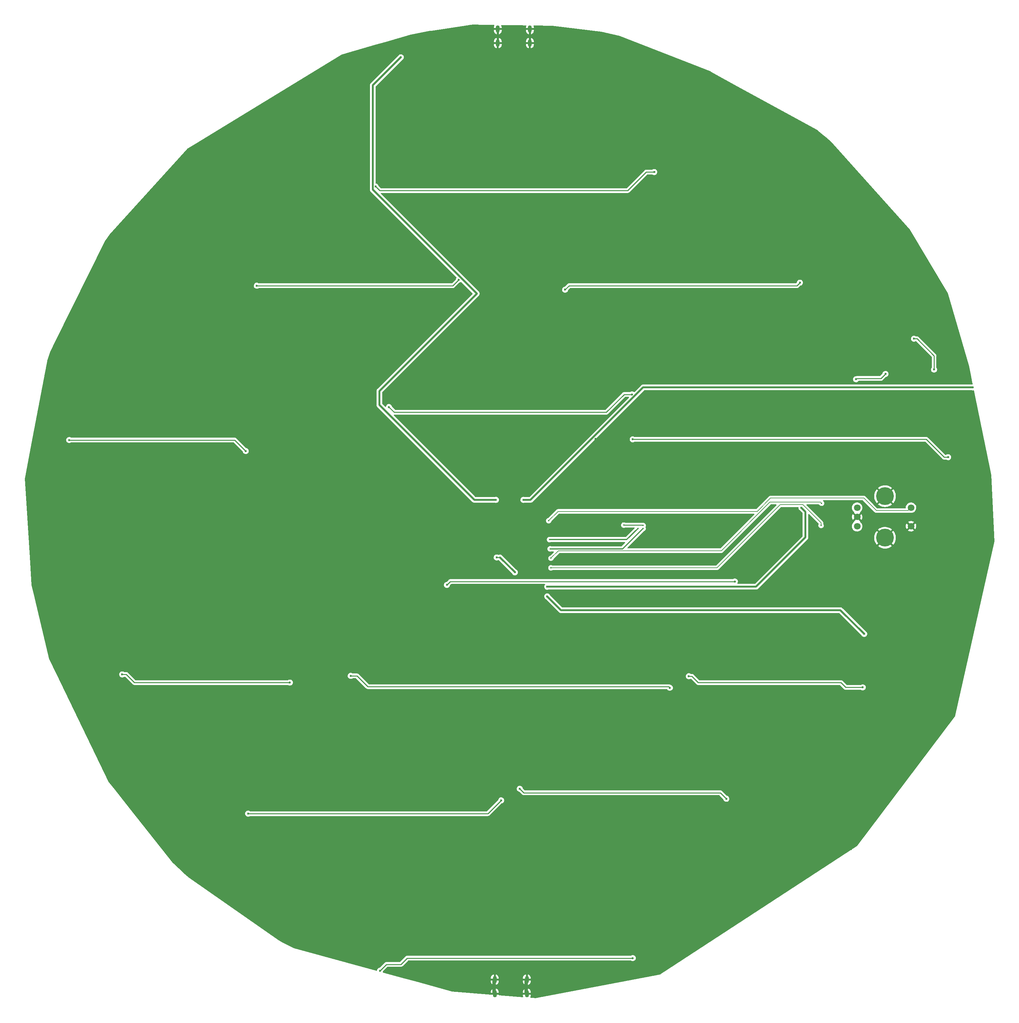
<source format=gbr>
%TF.GenerationSoftware,KiCad,Pcbnew,(6.0.4)*%
%TF.CreationDate,2022-09-10T18:16:35-05:00*%
%TF.ProjectId,CircleBoard,43697263-6c65-4426-9f61-72642e6b6963,rev?*%
%TF.SameCoordinates,Original*%
%TF.FileFunction,Copper,L2,Bot*%
%TF.FilePolarity,Positive*%
%FSLAX46Y46*%
G04 Gerber Fmt 4.6, Leading zero omitted, Abs format (unit mm)*
G04 Created by KiCad (PCBNEW (6.0.4)) date 2022-09-10 18:16:35*
%MOMM*%
%LPD*%
G01*
G04 APERTURE LIST*
%TA.AperFunction,ComponentPad*%
%ADD10O,1.100000X1.900000*%
%TD*%
%TA.AperFunction,ComponentPad*%
%ADD11C,1.800000*%
%TD*%
%TA.AperFunction,ComponentPad*%
%ADD12C,4.800000*%
%TD*%
%TA.AperFunction,ViaPad*%
%ADD13C,0.600000*%
%TD*%
%TA.AperFunction,ViaPad*%
%ADD14C,0.450000*%
%TD*%
%TA.AperFunction,Conductor*%
%ADD15C,0.500000*%
%TD*%
%TA.AperFunction,Conductor*%
%ADD16C,0.250000*%
%TD*%
%TA.AperFunction,Conductor*%
%ADD17C,0.200000*%
%TD*%
%TA.AperFunction,Conductor*%
%ADD18C,0.350000*%
%TD*%
G04 APERTURE END LIST*
D10*
%TO.P,USB2,7*%
%TO.N,GND*%
X131920000Y-256312000D03*
X123280000Y-252512000D03*
X131920000Y-252512000D03*
X123280000Y-256312000D03*
%TD*%
%TO.P,USB1,7*%
%TO.N,GND*%
X124080000Y3512000D03*
X132720000Y-288000D03*
X124080000Y-288000D03*
X132720000Y3512000D03*
%TD*%
D11*
%TO.P,ENC1,1*%
%TO.N,ENC_B_raw*%
X220800000Y-125400000D03*
%TO.P,ENC1,2*%
%TO.N,ENC_A_raw*%
X220800000Y-130400000D03*
%TO.P,ENC1,3*%
%TO.N,GND*%
X220800000Y-127900000D03*
%TO.P,ENC1,4*%
%TO.N,ENC_SW*%
X235300000Y-125400000D03*
%TO.P,ENC1,5*%
%TO.N,GND*%
X235300000Y-130400000D03*
D12*
%TO.P,ENC1,6*%
X228300000Y-133500000D03*
%TO.P,ENC1,7*%
X228300000Y-122300000D03*
%TD*%
D13*
%TO.N,GND*%
X110200000Y-138800000D03*
X84315000Y-173939000D03*
X54089000Y-189306000D03*
X92570000Y-63068000D03*
X113525000Y-67132000D03*
X143751000Y-14681000D03*
X161531000Y-5664000D03*
X145148000Y-244424000D03*
X165595000Y-219786000D03*
X145275000Y-32842000D03*
X68948000Y-203657000D03*
X68440000Y-111963000D03*
X150300000Y-138900000D03*
X205727000Y-189179000D03*
X41389000Y-40208000D03*
X199250000Y-221818000D03*
X67932000Y-145872000D03*
X99555000Y-98247000D03*
X97904000Y-7315000D03*
X40627000Y-93421000D03*
X131100000Y-141500000D03*
X238239000Y-173812000D03*
X192900000Y-54686000D03*
X129908000Y-52654000D03*
X226682000Y-143586000D03*
X222618000Y-162636000D03*
X110200000Y-149400000D03*
X8369000Y-159207000D03*
X38087000Y-59512000D03*
X171437000Y-117932000D03*
X84442000Y-83134000D03*
X150500000Y-118000000D03*
X15989000Y-142443000D03*
X115557000Y-224612000D03*
X95999000Y-38811000D03*
X119494000Y-169875000D03*
X84442000Y-22428000D03*
X146291000Y-191338000D03*
X251828000Y-96215000D03*
X190487000Y-203784000D03*
X147053000Y-66751000D03*
X117900000Y-106000000D03*
X175247000Y-83007000D03*
X150400000Y-106900000D03*
X245224000Y-115011000D03*
X116827000Y-14046000D03*
X141084000Y-170637000D03*
X141592000Y-87325000D03*
X9385000Y-97231000D03*
X60820000Y-36906000D03*
X92062000Y-194894000D03*
X160134000Y-158826000D03*
X205346000Y-67894000D03*
X219189000Y-217373000D03*
X172072000Y-139776000D03*
X192773000Y-145237000D03*
X137200000Y-144000000D03*
X114541000Y-190830000D03*
X195694000Y-167208000D03*
X129908000Y-204292000D03*
X163309000Y-249885000D03*
X117400000Y-143800000D03*
X160134000Y-98120000D03*
X220459000Y-94056000D03*
D14*
X158000000Y-131500000D03*
D13*
X69075000Y-52273000D03*
X35166000Y-112852000D03*
X116446000Y-243916000D03*
X196202000Y-90754000D03*
X226047000Y-114630000D03*
X174866000Y-20015000D03*
X192138000Y-113106000D03*
X168389000Y-194386000D03*
X175374000Y-234645000D03*
X123600000Y-126300000D03*
X23609000Y-83515000D03*
X99428000Y-158826000D03*
X64884000Y-166573000D03*
X144767000Y-224866000D03*
X168008000Y-63576000D03*
X22466000Y-173558000D03*
X110000000Y-128400000D03*
X38087000Y-162890000D03*
X88633000Y-140284000D03*
X166103000Y-38176000D03*
X137500000Y-105900000D03*
X53962000Y-128600000D03*
X222364000Y-60147000D03*
X110200000Y-118100000D03*
X37706000Y-198196000D03*
X114922000Y-32969000D03*
X110400000Y-107000000D03*
X235953000Y-83134000D03*
X64376000Y-91262000D03*
X244335000Y-142951000D03*
X34531000Y-144221000D03*
X61582000Y-220929000D03*
X251447000Y-161239000D03*
X42024000Y-218389000D03*
X89141000Y-117551000D03*
X150200000Y-149500000D03*
X219316000Y-40081000D03*
X96380000Y-219151000D03*
X199758000Y-37668000D03*
X222999000Y-197815000D03*
X150400000Y-128400000D03*
D14*
X158000000Y-124800000D03*
D13*
X123800000Y-141700000D03*
X84442000Y-234645000D03*
X56756000Y-67259000D03*
X118986000Y-87833000D03*
X205727000Y-128600000D03*
X15354000Y-115519000D03*
X131100000Y-126300000D03*
X97142000Y-250012000D03*
X175247000Y-173939000D03*
%TO.N,LINK11*%
X166200000Y-35000000D03*
X91200000Y-38900000D03*
%TO.N,LINK22*%
X113600000Y-64000000D03*
X59224900Y-65625300D03*
%TO.N,LINK24*%
X205400000Y-64800000D03*
X142200000Y-66700000D03*
%TO.N,LINK26*%
X241500000Y-88200000D03*
X236100000Y-79900000D03*
%TO.N,LINK27*%
X228435100Y-89374100D03*
X220500000Y-90800000D03*
%TO.N,LINK37*%
X56256300Y-110154300D03*
X8758700Y-107185700D03*
%TO.N,LINK39*%
X160200000Y-94900000D03*
X94800000Y-98300000D03*
%TO.N,LINK40*%
X245300000Y-111800000D03*
X160400000Y-107000000D03*
%TO.N,LINK74*%
X222300000Y-173800000D03*
X175500000Y-170800000D03*
%TO.N,LINK75*%
X170400000Y-173900000D03*
X84500000Y-170700000D03*
%TO.N,LINK76*%
X23000000Y-170300000D03*
X68130700Y-172494900D03*
%TO.N,LINK88*%
X185600000Y-203800000D03*
X130000000Y-201100000D03*
%TO.N,LINK89*%
X56900000Y-207800000D03*
X125000000Y-204228600D03*
%TO.N,LINK101*%
X160425300Y-246709900D03*
X92400000Y-250100000D03*
%TO.N,link_53_a*%
X187900000Y-145300000D03*
X110400000Y-146200000D03*
%TO.N,LEDS0*%
X123600000Y-123300000D03*
X98000000Y-4100000D03*
%TO.N,LEDS1*%
X251900000Y-93000000D03*
X131000000Y-123300000D03*
%TO.N,LEDS2*%
X137400000Y-146700000D03*
X123800000Y-138800000D03*
X205800000Y-125400000D03*
X128700000Y-142800000D03*
%TO.N,LEDS3*%
X222700000Y-159400000D03*
X137400000Y-149300000D03*
D14*
%TO.N,ENC_A*%
X138400000Y-141600000D03*
X211100000Y-130200000D03*
%TO.N,ENC_B*%
X138400000Y-139000000D03*
X211200000Y-124200000D03*
%TO.N,PDM_DATA*%
X163200000Y-131000000D03*
X138200000Y-136500000D03*
%TO.N,PDM_CLK*%
X138000000Y-134000000D03*
X161800000Y-131000000D03*
%TO.N,ENC_SW*%
X137800000Y-128900000D03*
%TO.N,3V3*%
X158000000Y-130100000D03*
X163200000Y-130200000D03*
%TD*%
D15*
%TO.N,LEDS2*%
X128700000Y-142800000D02*
X124700000Y-138800000D01*
%TO.N,GND*%
X132820000Y3800000D02*
X132820000Y0D01*
X122860000Y-256200000D02*
X122860000Y-252400000D01*
X131500000Y-256200000D02*
X131500000Y-252400000D01*
X124180000Y3800000D02*
X124180000Y0D01*
D16*
%TO.N,LINK11*%
X159065200Y-40000000D02*
X92300000Y-40000000D01*
X164065200Y-35000000D02*
X159065200Y-40000000D01*
X166200000Y-35000000D02*
X164065200Y-35000000D01*
X92300000Y-40000000D02*
X91200000Y-38900000D01*
%TO.N,LINK22*%
X111974700Y-65625300D02*
X59224900Y-65625300D01*
X113600000Y-64000000D02*
X111974700Y-65625300D01*
%TO.N,LINK24*%
X143274700Y-65625300D02*
X142200000Y-66700000D01*
X204574700Y-65625300D02*
X143274700Y-65625300D01*
X205400000Y-64800000D02*
X204574700Y-65625300D01*
%TO.N,LINK26*%
X241500000Y-84500000D02*
X236900000Y-79900000D01*
X236900000Y-79900000D02*
X236100000Y-79900000D01*
X241500000Y-88200000D02*
X241500000Y-84500000D01*
%TO.N,LINK27*%
X220500000Y-90800000D02*
X220692800Y-90607200D01*
X220692800Y-90607200D02*
X227202000Y-90607200D01*
X227202000Y-90607200D02*
X228435100Y-89374100D01*
%TO.N,LINK37*%
X56256300Y-110154300D02*
X53287700Y-107185700D01*
X53287700Y-107185700D02*
X8758700Y-107185700D01*
%TO.N,LINK39*%
X153300000Y-99700000D02*
X158100000Y-94900000D01*
X96200000Y-99700000D02*
X153300000Y-99700000D01*
X94800000Y-98300000D02*
X96200000Y-99700000D01*
X158100000Y-94900000D02*
X160200000Y-94900000D01*
%TO.N,LINK40*%
X239400000Y-107000000D02*
X244200000Y-111800000D01*
X244200000Y-111800000D02*
X245300000Y-111800000D01*
X160400000Y-107000000D02*
X239400000Y-107000000D01*
%TO.N,LINK74*%
X177994900Y-172494900D02*
X216405100Y-172494900D01*
X216405100Y-172494900D02*
X217710200Y-173800000D01*
X175500000Y-170800000D02*
X176300000Y-170800000D01*
X176300000Y-170800000D02*
X177994900Y-172494900D01*
X217710200Y-173800000D02*
X222300000Y-173800000D01*
%TO.N,LINK75*%
X86200000Y-170700000D02*
X84500000Y-170700000D01*
X170100000Y-173600000D02*
X89100000Y-173600000D01*
X170400000Y-173900000D02*
X170100000Y-173600000D01*
X89100000Y-173600000D02*
X86200000Y-170700000D01*
%TO.N,LINK76*%
X24100000Y-170300000D02*
X26294900Y-172494900D01*
X23000000Y-170300000D02*
X24100000Y-170300000D01*
X26294900Y-172494900D02*
X68130700Y-172494900D01*
%TO.N,LINK88*%
X183980900Y-202180900D02*
X185600000Y-203800000D01*
X130000000Y-201100000D02*
X131080900Y-202180900D01*
X131080900Y-202180900D02*
X183980900Y-202180900D01*
%TO.N,LINK89*%
X121428600Y-207800000D02*
X125000000Y-204228600D01*
X56900000Y-207800000D02*
X121428600Y-207800000D01*
%TO.N,LINK101*%
X94100000Y-248400000D02*
X98000000Y-248400000D01*
X98000000Y-248400000D02*
X99690100Y-246709900D01*
X99690100Y-246709900D02*
X160425300Y-246709900D01*
X92400000Y-250100000D02*
X94100000Y-248400000D01*
%TO.N,link_53_a*%
X111300000Y-145300000D02*
X110400000Y-146200000D01*
X187900000Y-145300000D02*
X111300000Y-145300000D01*
D15*
%TO.N,LEDS0*%
X118440030Y-67740030D02*
X92200000Y-93980060D01*
X90450489Y-39750489D02*
X118440030Y-67740030D01*
X92200000Y-93980060D02*
X92200000Y-97700000D01*
X98000000Y-4100000D02*
X90450489Y-11649511D01*
X90450489Y-11649511D02*
X90450489Y-39750489D01*
X117800000Y-123300000D02*
X123600000Y-123300000D01*
X92200000Y-97700000D02*
X117800000Y-123300000D01*
%TO.N,LEDS1*%
X132900000Y-123300000D02*
X131000000Y-123300000D01*
X163200000Y-93000000D02*
X132900000Y-123300000D01*
X251900000Y-93000000D02*
X163200000Y-93000000D01*
%TO.N,LEDS2*%
X206900000Y-133400000D02*
X206900000Y-126500000D01*
X206900000Y-126500000D02*
X205800000Y-125400000D01*
X137400000Y-146700000D02*
X193600000Y-146700000D01*
D16*
X124700000Y-138800000D02*
X123800000Y-138800000D01*
D15*
X193600000Y-146700000D02*
X206900000Y-133400000D01*
%TO.N,LEDS3*%
X216300000Y-153000000D02*
X222700000Y-159400000D01*
X141100000Y-153000000D02*
X216300000Y-153000000D01*
X137400000Y-149300000D02*
X141100000Y-153000000D01*
D17*
%TO.N,ENC_A*%
X206199520Y-124599520D02*
X200065486Y-124599520D01*
X200065486Y-124599520D02*
X183065006Y-141600000D01*
X211100000Y-130200000D02*
X211100000Y-129500000D01*
X211100000Y-129500000D02*
X206199520Y-124599520D01*
X183065006Y-141600000D02*
X138400000Y-141600000D01*
%TO.N,ENC_B*%
X138400000Y-139000000D02*
X140425480Y-136974520D01*
X210900000Y-123900000D02*
X211200000Y-124200000D01*
X184225480Y-136974520D02*
X197300000Y-123900000D01*
X197300000Y-123900000D02*
X210900000Y-123900000D01*
X140425480Y-136974520D02*
X184225480Y-136974520D01*
D18*
%TO.N,PDM_DATA*%
X157700000Y-136500000D02*
X163200000Y-131000000D01*
X138200000Y-136500000D02*
X157700000Y-136500000D01*
%TO.N,PDM_CLK*%
X158800000Y-134000000D02*
X161800000Y-131000000D01*
X138000000Y-134000000D02*
X158800000Y-134000000D01*
D17*
%TO.N,ENC_SW*%
X226000000Y-126200000D02*
X234500000Y-126200000D01*
X140300000Y-126400000D02*
X193900000Y-126400000D01*
X197500000Y-122800000D02*
X222600000Y-122800000D01*
X234500000Y-126200000D02*
X235300000Y-125400000D01*
X193900000Y-126400000D02*
X197500000Y-122800000D01*
X137800000Y-128900000D02*
X140300000Y-126400000D01*
X222600000Y-122800000D02*
X226000000Y-126200000D01*
D16*
%TO.N,3V3*%
X163200000Y-130200000D02*
X163100000Y-130100000D01*
X163100000Y-130100000D02*
X158000000Y-130100000D01*
%TD*%
%TA.AperFunction,Conductor*%
%TO.N,GND*%
G36*
X120180115Y4657418D02*
G01*
X123049294Y4617752D01*
X123117130Y4596810D01*
X123162877Y4542517D01*
X123172009Y4472110D01*
X123157966Y4431063D01*
X123105816Y4336202D01*
X123100988Y4324938D01*
X123041975Y4138905D01*
X123039427Y4126916D01*
X123022393Y3975053D01*
X123022000Y3968029D01*
X123022000Y3784115D01*
X123026475Y3768876D01*
X123027865Y3767671D01*
X123035548Y3766000D01*
X125119885Y3766000D01*
X125135124Y3770475D01*
X125136329Y3771865D01*
X125138000Y3779548D01*
X125138000Y3961124D01*
X125137699Y3967272D01*
X125123473Y4112361D01*
X125121090Y4124396D01*
X125064683Y4311223D01*
X125060008Y4322565D01*
X125016789Y4403849D01*
X125002469Y4473386D01*
X125028017Y4539627D01*
X125085321Y4581539D01*
X125129778Y4588989D01*
X130189037Y4519046D01*
X131626325Y4499175D01*
X131694163Y4478233D01*
X131739909Y4423940D01*
X131749041Y4353533D01*
X131742517Y4330913D01*
X131742850Y4330807D01*
X131681975Y4138905D01*
X131679427Y4126916D01*
X131662393Y3975053D01*
X131662000Y3968029D01*
X131662000Y3784115D01*
X131666475Y3768876D01*
X131667865Y3767671D01*
X131675548Y3766000D01*
X133759885Y3766000D01*
X133775124Y3770475D01*
X133776329Y3771865D01*
X133778000Y3779548D01*
X133778000Y3961124D01*
X133777699Y3967272D01*
X133763473Y4112361D01*
X133761090Y4124396D01*
X133706163Y4306324D01*
X133705622Y4377319D01*
X133743550Y4437335D01*
X133807904Y4467319D01*
X133828527Y4468730D01*
X138793270Y4400093D01*
X138806690Y4399189D01*
X151993586Y2800777D01*
X152006293Y2798572D01*
X156840670Y1702116D01*
X156858901Y1696501D01*
X181362467Y-7937038D01*
X181377088Y-7943899D01*
X188617409Y-11926787D01*
X209968873Y-23672190D01*
X209986580Y-23683980D01*
X210649424Y-24211230D01*
X210651133Y-24212614D01*
X211693373Y-25071770D01*
X212377782Y-25635952D01*
X212420291Y-25670994D01*
X212421951Y-25672388D01*
X213796689Y-26846524D01*
X213808673Y-26858226D01*
X221811980Y-35786990D01*
X234991751Y-50490798D01*
X235006302Y-50510628D01*
X245191869Y-67686289D01*
X245204460Y-67715303D01*
X250858582Y-87115136D01*
X250861020Y-87124949D01*
X251365010Y-89569466D01*
X251780967Y-91586990D01*
X251876489Y-92050305D01*
X251870654Y-92121062D01*
X251827491Y-92177432D01*
X251766255Y-92201058D01*
X251732288Y-92204628D01*
X251732286Y-92204629D01*
X251725288Y-92205364D01*
X251638884Y-92234778D01*
X251598279Y-92241500D01*
X163267070Y-92241500D01*
X163248120Y-92240067D01*
X163233885Y-92237901D01*
X163233881Y-92237901D01*
X163226651Y-92236801D01*
X163219359Y-92237394D01*
X163219356Y-92237394D01*
X163173982Y-92241085D01*
X163163767Y-92241500D01*
X163155707Y-92241500D01*
X163152073Y-92241924D01*
X163152067Y-92241924D01*
X163139042Y-92243443D01*
X163127480Y-92244791D01*
X163123132Y-92245221D01*
X163050364Y-92251140D01*
X163043403Y-92253395D01*
X163037463Y-92254582D01*
X163031588Y-92255971D01*
X163024319Y-92256818D01*
X162955670Y-92281736D01*
X162951542Y-92283153D01*
X162889064Y-92303393D01*
X162889062Y-92303394D01*
X162882101Y-92305649D01*
X162875846Y-92309445D01*
X162870372Y-92311951D01*
X162864942Y-92314670D01*
X162858063Y-92317167D01*
X162851943Y-92321180D01*
X162851942Y-92321180D01*
X162797024Y-92357186D01*
X162793320Y-92359523D01*
X162730893Y-92397405D01*
X162722516Y-92404803D01*
X162722492Y-92404776D01*
X162719500Y-92407429D01*
X162716267Y-92410132D01*
X162710148Y-92414144D01*
X162705116Y-92419456D01*
X162656872Y-92470383D01*
X162654494Y-92472825D01*
X160873224Y-94254095D01*
X160810912Y-94288121D01*
X160740097Y-94283056D01*
X160709854Y-94265857D01*
X160709815Y-94265918D01*
X160708554Y-94265118D01*
X160556666Y-94168727D01*
X160527463Y-94158328D01*
X160392425Y-94110243D01*
X160392420Y-94110242D01*
X160385790Y-94107881D01*
X160378802Y-94107048D01*
X160378799Y-94107047D01*
X160255698Y-94092368D01*
X160205680Y-94086404D01*
X160198677Y-94087140D01*
X160198676Y-94087140D01*
X160032288Y-94104628D01*
X160032286Y-94104629D01*
X160025288Y-94105364D01*
X159853579Y-94163818D01*
X159717039Y-94247819D01*
X159651019Y-94266500D01*
X158178767Y-94266500D01*
X158167584Y-94265973D01*
X158160091Y-94264298D01*
X158152165Y-94264547D01*
X158152164Y-94264547D01*
X158092014Y-94266438D01*
X158088055Y-94266500D01*
X158060144Y-94266500D01*
X158056210Y-94266997D01*
X158056209Y-94266997D01*
X158056144Y-94267005D01*
X158044307Y-94267938D01*
X158012490Y-94268938D01*
X158008029Y-94269078D01*
X158000110Y-94269327D01*
X157982454Y-94274456D01*
X157980658Y-94274978D01*
X157961306Y-94278986D01*
X157954235Y-94279880D01*
X157941203Y-94281526D01*
X157933834Y-94284443D01*
X157933832Y-94284444D01*
X157900097Y-94297800D01*
X157888869Y-94301645D01*
X157846407Y-94313982D01*
X157839584Y-94318017D01*
X157839582Y-94318018D01*
X157828972Y-94324293D01*
X157811224Y-94332988D01*
X157792383Y-94340448D01*
X157785967Y-94345110D01*
X157785966Y-94345110D01*
X157756613Y-94366436D01*
X157746693Y-94372952D01*
X157715465Y-94391420D01*
X157715462Y-94391422D01*
X157708638Y-94395458D01*
X157694317Y-94409779D01*
X157679284Y-94422619D01*
X157662893Y-94434528D01*
X157657842Y-94440634D01*
X157634702Y-94468605D01*
X157626712Y-94477384D01*
X153074500Y-99029595D01*
X153012188Y-99063621D01*
X152985405Y-99066500D01*
X96514595Y-99066500D01*
X96446474Y-99046498D01*
X96425499Y-99029595D01*
X95634420Y-98238515D01*
X95600395Y-98176203D01*
X95598301Y-98163465D01*
X95594182Y-98126745D01*
X95593397Y-98119745D01*
X95533745Y-97948448D01*
X95437626Y-97794624D01*
X95423941Y-97780843D01*
X95314778Y-97670915D01*
X95314774Y-97670912D01*
X95309815Y-97665918D01*
X95298697Y-97658862D01*
X95250538Y-97628300D01*
X95156666Y-97568727D01*
X95127463Y-97558328D01*
X94992425Y-97510243D01*
X94992420Y-97510242D01*
X94985790Y-97507881D01*
X94978802Y-97507048D01*
X94978799Y-97507047D01*
X94855698Y-97492368D01*
X94805680Y-97486404D01*
X94798677Y-97487140D01*
X94798676Y-97487140D01*
X94632288Y-97504628D01*
X94632286Y-97504629D01*
X94625288Y-97505364D01*
X94453579Y-97563818D01*
X94447575Y-97567512D01*
X94305095Y-97655166D01*
X94305092Y-97655168D01*
X94299088Y-97658862D01*
X94294053Y-97663793D01*
X94294050Y-97663795D01*
X94180806Y-97774692D01*
X94169493Y-97785771D01*
X94071235Y-97938238D01*
X94068826Y-97944858D01*
X94068824Y-97944861D01*
X94011606Y-98102066D01*
X94009197Y-98108685D01*
X94004662Y-98144581D01*
X93976282Y-98209654D01*
X93917223Y-98249056D01*
X93846237Y-98250273D01*
X93790562Y-98217881D01*
X92995405Y-97422724D01*
X92961379Y-97360412D01*
X92958500Y-97333629D01*
X92958500Y-94346431D01*
X92978502Y-94278310D01*
X92995405Y-94257336D01*
X96464101Y-90788640D01*
X219686463Y-90788640D01*
X219704163Y-90969160D01*
X219761418Y-91141273D01*
X219765065Y-91147295D01*
X219765066Y-91147297D01*
X219821633Y-91240700D01*
X219855380Y-91296424D01*
X219981382Y-91426902D01*
X220133159Y-91526222D01*
X220139763Y-91528678D01*
X220139765Y-91528679D01*
X220296558Y-91586990D01*
X220296560Y-91586990D01*
X220303168Y-91589448D01*
X220386995Y-91600633D01*
X220475980Y-91612507D01*
X220475984Y-91612507D01*
X220482961Y-91613438D01*
X220489972Y-91612800D01*
X220489976Y-91612800D01*
X220632459Y-91599832D01*
X220663600Y-91596998D01*
X220670302Y-91594820D01*
X220670304Y-91594820D01*
X220829409Y-91543124D01*
X220829412Y-91543123D01*
X220836108Y-91540947D01*
X220991912Y-91448069D01*
X221123266Y-91322982D01*
X221140547Y-91296973D01*
X221194902Y-91251303D01*
X221245494Y-91240700D01*
X227123233Y-91240700D01*
X227134416Y-91241227D01*
X227141909Y-91242902D01*
X227149835Y-91242653D01*
X227149836Y-91242653D01*
X227209986Y-91240762D01*
X227213945Y-91240700D01*
X227241856Y-91240700D01*
X227245791Y-91240203D01*
X227245856Y-91240195D01*
X227257693Y-91239262D01*
X227289951Y-91238248D01*
X227293970Y-91238122D01*
X227301889Y-91237873D01*
X227321343Y-91232221D01*
X227340700Y-91228213D01*
X227352930Y-91226668D01*
X227352931Y-91226668D01*
X227360797Y-91225674D01*
X227368168Y-91222755D01*
X227368170Y-91222755D01*
X227401912Y-91209396D01*
X227413142Y-91205551D01*
X227447983Y-91195429D01*
X227447984Y-91195429D01*
X227455593Y-91193218D01*
X227462412Y-91189185D01*
X227462417Y-91189183D01*
X227473028Y-91182907D01*
X227490776Y-91174212D01*
X227509617Y-91166752D01*
X227545387Y-91140764D01*
X227555307Y-91134248D01*
X227586535Y-91115780D01*
X227586538Y-91115778D01*
X227593362Y-91111742D01*
X227607683Y-91097421D01*
X227622717Y-91084580D01*
X227632694Y-91077331D01*
X227639107Y-91072672D01*
X227667298Y-91038595D01*
X227675288Y-91029816D01*
X228495277Y-90209827D01*
X228557589Y-90175801D01*
X228572937Y-90173443D01*
X228598700Y-90171098D01*
X228605402Y-90168920D01*
X228605404Y-90168920D01*
X228764509Y-90117224D01*
X228764512Y-90117223D01*
X228771208Y-90115047D01*
X228927012Y-90022169D01*
X229058366Y-89897082D01*
X229158743Y-89746002D01*
X229223155Y-89576438D01*
X229224135Y-89569466D01*
X229247848Y-89400739D01*
X229247848Y-89400736D01*
X229248399Y-89396817D01*
X229248716Y-89374100D01*
X229228497Y-89193845D01*
X229226180Y-89187191D01*
X229171164Y-89029206D01*
X229171162Y-89029203D01*
X229168845Y-89022548D01*
X229165109Y-89016569D01*
X229076459Y-88874698D01*
X229072726Y-88868724D01*
X229052215Y-88848069D01*
X228949878Y-88745015D01*
X228949874Y-88745012D01*
X228944915Y-88740018D01*
X228933797Y-88732962D01*
X228866731Y-88690401D01*
X228791766Y-88642827D01*
X228762563Y-88632428D01*
X228627525Y-88584343D01*
X228627520Y-88584342D01*
X228620890Y-88581981D01*
X228613902Y-88581148D01*
X228613899Y-88581147D01*
X228490798Y-88566468D01*
X228440780Y-88560504D01*
X228433777Y-88561240D01*
X228433776Y-88561240D01*
X228267388Y-88578728D01*
X228267386Y-88578729D01*
X228260388Y-88579464D01*
X228088679Y-88637918D01*
X228082675Y-88641612D01*
X227940195Y-88729266D01*
X227940192Y-88729268D01*
X227934188Y-88732962D01*
X227929153Y-88737893D01*
X227929150Y-88737895D01*
X227812960Y-88851677D01*
X227804593Y-88859871D01*
X227706335Y-89012338D01*
X227703926Y-89018958D01*
X227703924Y-89018961D01*
X227646706Y-89176166D01*
X227644297Y-89182785D01*
X227637238Y-89238667D01*
X227608857Y-89303741D01*
X227601327Y-89311969D01*
X226976499Y-89936796D01*
X226914187Y-89970821D01*
X226887404Y-89973700D01*
X220771563Y-89973700D01*
X220760379Y-89973173D01*
X220752891Y-89971499D01*
X220744968Y-89971748D01*
X220684833Y-89973638D01*
X220680875Y-89973700D01*
X220652944Y-89973700D01*
X220649029Y-89974195D01*
X220649025Y-89974195D01*
X220648967Y-89974203D01*
X220648938Y-89974206D01*
X220637096Y-89975139D01*
X220592910Y-89976527D01*
X220575544Y-89981572D01*
X220573458Y-89982178D01*
X220554106Y-89986186D01*
X220552381Y-89986404D01*
X220545060Y-89987329D01*
X220514348Y-89987437D01*
X220512678Y-89987238D01*
X220512674Y-89987238D01*
X220505680Y-89986404D01*
X220498677Y-89987140D01*
X220498676Y-89987140D01*
X220332288Y-90004628D01*
X220332286Y-90004629D01*
X220325288Y-90005364D01*
X220153579Y-90063818D01*
X220147575Y-90067512D01*
X220005095Y-90155166D01*
X220005092Y-90155168D01*
X219999088Y-90158862D01*
X219994053Y-90163793D01*
X219994050Y-90163795D01*
X219947044Y-90209827D01*
X219869493Y-90285771D01*
X219771235Y-90438238D01*
X219709197Y-90608685D01*
X219686463Y-90788640D01*
X96464101Y-90788640D01*
X107364101Y-79888640D01*
X235286463Y-79888640D01*
X235304163Y-80069160D01*
X235361418Y-80241273D01*
X235455380Y-80396424D01*
X235581382Y-80526902D01*
X235733159Y-80626222D01*
X235739763Y-80628678D01*
X235739765Y-80628679D01*
X235896558Y-80686990D01*
X235896560Y-80686990D01*
X235903168Y-80689448D01*
X235986995Y-80700633D01*
X236075980Y-80712507D01*
X236075984Y-80712507D01*
X236082961Y-80713438D01*
X236089972Y-80712800D01*
X236089976Y-80712800D01*
X236232459Y-80699832D01*
X236263600Y-80696998D01*
X236270302Y-80694820D01*
X236270304Y-80694820D01*
X236429409Y-80643124D01*
X236429412Y-80643123D01*
X236436108Y-80640947D01*
X236456688Y-80628679D01*
X236545409Y-80575791D01*
X236614164Y-80558091D01*
X236681573Y-80580373D01*
X236699021Y-80594925D01*
X240829595Y-84725499D01*
X240863621Y-84787811D01*
X240866500Y-84814594D01*
X240866500Y-87653331D01*
X240846411Y-87721586D01*
X240775054Y-87832310D01*
X240775050Y-87832319D01*
X240771235Y-87838238D01*
X240768826Y-87844858D01*
X240768825Y-87844859D01*
X240728516Y-87955606D01*
X240709197Y-88008685D01*
X240686463Y-88188640D01*
X240704163Y-88369160D01*
X240761418Y-88541273D01*
X240765065Y-88547295D01*
X240765066Y-88547297D01*
X240822921Y-88642827D01*
X240855380Y-88696424D01*
X240860269Y-88701487D01*
X240860270Y-88701488D01*
X240902304Y-88745015D01*
X240981382Y-88826902D01*
X241133159Y-88926222D01*
X241139763Y-88928678D01*
X241139765Y-88928679D01*
X241296558Y-88986990D01*
X241296560Y-88986990D01*
X241303168Y-88989448D01*
X241386995Y-89000633D01*
X241475980Y-89012507D01*
X241475984Y-89012507D01*
X241482961Y-89013438D01*
X241489972Y-89012800D01*
X241489976Y-89012800D01*
X241632459Y-88999832D01*
X241663600Y-88996998D01*
X241670302Y-88994820D01*
X241670304Y-88994820D01*
X241829409Y-88943124D01*
X241829412Y-88943123D01*
X241836108Y-88940947D01*
X241991912Y-88848069D01*
X242123266Y-88722982D01*
X242223643Y-88571902D01*
X242288055Y-88402338D01*
X242289035Y-88395366D01*
X242312748Y-88226639D01*
X242312748Y-88226636D01*
X242313299Y-88222717D01*
X242313616Y-88200000D01*
X242293397Y-88019745D01*
X242291080Y-88013091D01*
X242236064Y-87855106D01*
X242236062Y-87855103D01*
X242233745Y-87848448D01*
X242152646Y-87718661D01*
X242133500Y-87651892D01*
X242133500Y-84578763D01*
X242134027Y-84567579D01*
X242135701Y-84560091D01*
X242133562Y-84492032D01*
X242133500Y-84488075D01*
X242133500Y-84460144D01*
X242132994Y-84456138D01*
X242132061Y-84444292D01*
X242130922Y-84408037D01*
X242130673Y-84400110D01*
X242125022Y-84380658D01*
X242121014Y-84361306D01*
X242119468Y-84349068D01*
X242119467Y-84349066D01*
X242118474Y-84341203D01*
X242102194Y-84300086D01*
X242098359Y-84288885D01*
X242086018Y-84246406D01*
X242081985Y-84239587D01*
X242081983Y-84239582D01*
X242075707Y-84228971D01*
X242067010Y-84211221D01*
X242059552Y-84192383D01*
X242033571Y-84156623D01*
X242027053Y-84146701D01*
X242008578Y-84115460D01*
X242008574Y-84115455D01*
X242004542Y-84108637D01*
X241990218Y-84094313D01*
X241977376Y-84079278D01*
X241965472Y-84062893D01*
X241931406Y-84034711D01*
X241922627Y-84026722D01*
X237403652Y-79507747D01*
X237396112Y-79499461D01*
X237392000Y-79492982D01*
X237342348Y-79446356D01*
X237339507Y-79443602D01*
X237319770Y-79423865D01*
X237316573Y-79421385D01*
X237307551Y-79413680D01*
X237281100Y-79388841D01*
X237275321Y-79383414D01*
X237268375Y-79379595D01*
X237268372Y-79379593D01*
X237257566Y-79373652D01*
X237241047Y-79362801D01*
X237240583Y-79362441D01*
X237225041Y-79350386D01*
X237217772Y-79347241D01*
X237217768Y-79347238D01*
X237184463Y-79332826D01*
X237173813Y-79327609D01*
X237135060Y-79306305D01*
X237115437Y-79301267D01*
X237096734Y-79294863D01*
X237085420Y-79289967D01*
X237085419Y-79289967D01*
X237078145Y-79286819D01*
X237070322Y-79285580D01*
X237070312Y-79285577D01*
X237034476Y-79279901D01*
X237022856Y-79277495D01*
X236987711Y-79268472D01*
X236987710Y-79268472D01*
X236980030Y-79266500D01*
X236959776Y-79266500D01*
X236940065Y-79264949D01*
X236927886Y-79263020D01*
X236920057Y-79261780D01*
X236912165Y-79262526D01*
X236876039Y-79265941D01*
X236864181Y-79266500D01*
X236647338Y-79266500D01*
X236579824Y-79246885D01*
X236546583Y-79225790D01*
X236456666Y-79168727D01*
X236427463Y-79158328D01*
X236292425Y-79110243D01*
X236292420Y-79110242D01*
X236285790Y-79107881D01*
X236278802Y-79107048D01*
X236278799Y-79107047D01*
X236155698Y-79092368D01*
X236105680Y-79086404D01*
X236098677Y-79087140D01*
X236098676Y-79087140D01*
X235932288Y-79104628D01*
X235932286Y-79104629D01*
X235925288Y-79105364D01*
X235753579Y-79163818D01*
X235747575Y-79167512D01*
X235605095Y-79255166D01*
X235605092Y-79255168D01*
X235599088Y-79258862D01*
X235594053Y-79263793D01*
X235594050Y-79263795D01*
X235474525Y-79380843D01*
X235469493Y-79385771D01*
X235371235Y-79538238D01*
X235368826Y-79544858D01*
X235368824Y-79544861D01*
X235311606Y-79702066D01*
X235309197Y-79708685D01*
X235286463Y-79888640D01*
X107364101Y-79888640D01*
X118956682Y-68296059D01*
X118962370Y-68290712D01*
X119002948Y-68254875D01*
X119008434Y-68250030D01*
X119045665Y-68197349D01*
X119049746Y-68191894D01*
X119085221Y-68147056D01*
X119089764Y-68141314D01*
X119093786Y-68132709D01*
X119105033Y-68113345D01*
X119110514Y-68105590D01*
X119134627Y-68045757D01*
X119137334Y-68039531D01*
X119164652Y-67981080D01*
X119166585Y-67971787D01*
X119173078Y-67950350D01*
X119173892Y-67948330D01*
X119173893Y-67948327D01*
X119176628Y-67941540D01*
X119186329Y-67877768D01*
X119187535Y-67871061D01*
X119199180Y-67815076D01*
X119200670Y-67807915D01*
X119200413Y-67798425D01*
X119201801Y-67776063D01*
X119202127Y-67773917D01*
X119203228Y-67766681D01*
X119199050Y-67715303D01*
X119198001Y-67702411D01*
X119197632Y-67695605D01*
X119196085Y-67638425D01*
X119196085Y-67638424D01*
X119195887Y-67631110D01*
X119193452Y-67621927D01*
X119189660Y-67599859D01*
X119188890Y-67590393D01*
X119169009Y-67529021D01*
X119167088Y-67522493D01*
X119152433Y-67467225D01*
X119150556Y-67460146D01*
X119146081Y-67451782D01*
X119137308Y-67431165D01*
X119136638Y-67429097D01*
X119136637Y-67429094D01*
X119134381Y-67422131D01*
X119100918Y-67366985D01*
X119097541Y-67361066D01*
X119087988Y-67343211D01*
X119067112Y-67304196D01*
X119060826Y-67297078D01*
X119047552Y-67279040D01*
X119045541Y-67275726D01*
X119045537Y-67275721D01*
X119042625Y-67270922D01*
X119035227Y-67262546D01*
X118996061Y-67223380D01*
X118990715Y-67217693D01*
X118971931Y-67196424D01*
X118950030Y-67171626D01*
X118939289Y-67164035D01*
X118922914Y-67150233D01*
X118461321Y-66688640D01*
X141386463Y-66688640D01*
X141404163Y-66869160D01*
X141461418Y-67041273D01*
X141465065Y-67047295D01*
X141465066Y-67047297D01*
X141535765Y-67164035D01*
X141555380Y-67196424D01*
X141681382Y-67326902D01*
X141833159Y-67426222D01*
X141839763Y-67428678D01*
X141839765Y-67428679D01*
X141996558Y-67486990D01*
X141996560Y-67486990D01*
X142003168Y-67489448D01*
X142086995Y-67500633D01*
X142175980Y-67512507D01*
X142175984Y-67512507D01*
X142182961Y-67513438D01*
X142189972Y-67512800D01*
X142189976Y-67512800D01*
X142332459Y-67499832D01*
X142363600Y-67496998D01*
X142370302Y-67494820D01*
X142370304Y-67494820D01*
X142529409Y-67443124D01*
X142529412Y-67443123D01*
X142536108Y-67440947D01*
X142660175Y-67366988D01*
X142685860Y-67351677D01*
X142685862Y-67351676D01*
X142691912Y-67348069D01*
X142823266Y-67222982D01*
X142923643Y-67071902D01*
X142988055Y-66902338D01*
X142991779Y-66875844D01*
X142997639Y-66834145D01*
X143026927Y-66769471D01*
X143033318Y-66762586D01*
X143500199Y-66295705D01*
X143562511Y-66261679D01*
X143589294Y-66258800D01*
X204495933Y-66258800D01*
X204507116Y-66259327D01*
X204514609Y-66261002D01*
X204522535Y-66260753D01*
X204522536Y-66260753D01*
X204582686Y-66258862D01*
X204586645Y-66258800D01*
X204614556Y-66258800D01*
X204618491Y-66258303D01*
X204618556Y-66258295D01*
X204630393Y-66257362D01*
X204662651Y-66256348D01*
X204666670Y-66256222D01*
X204674589Y-66255973D01*
X204694043Y-66250321D01*
X204713400Y-66246313D01*
X204725630Y-66244768D01*
X204725631Y-66244768D01*
X204733497Y-66243774D01*
X204740868Y-66240855D01*
X204740870Y-66240855D01*
X204774612Y-66227496D01*
X204785842Y-66223651D01*
X204820683Y-66213529D01*
X204820684Y-66213529D01*
X204828293Y-66211318D01*
X204835112Y-66207285D01*
X204835117Y-66207283D01*
X204845728Y-66201007D01*
X204863476Y-66192312D01*
X204882317Y-66184852D01*
X204918087Y-66158864D01*
X204928007Y-66152348D01*
X204959235Y-66133880D01*
X204959238Y-66133878D01*
X204966062Y-66129842D01*
X204980383Y-66115521D01*
X204995417Y-66102680D01*
X205005394Y-66095431D01*
X205011807Y-66090772D01*
X205039998Y-66056695D01*
X205047988Y-66047916D01*
X205460177Y-65635727D01*
X205522489Y-65601701D01*
X205537837Y-65599343D01*
X205563600Y-65596998D01*
X205570302Y-65594820D01*
X205570304Y-65594820D01*
X205729409Y-65543124D01*
X205729412Y-65543123D01*
X205736108Y-65540947D01*
X205891912Y-65448069D01*
X206023266Y-65322982D01*
X206123643Y-65171902D01*
X206188055Y-65002338D01*
X206189618Y-64991218D01*
X206212748Y-64826639D01*
X206212748Y-64826636D01*
X206213299Y-64822717D01*
X206213616Y-64800000D01*
X206193397Y-64619745D01*
X206190308Y-64610874D01*
X206136064Y-64455106D01*
X206136062Y-64455103D01*
X206133745Y-64448448D01*
X206123662Y-64432312D01*
X206041359Y-64300598D01*
X206037626Y-64294624D01*
X206023941Y-64280843D01*
X205914778Y-64170915D01*
X205914774Y-64170912D01*
X205909815Y-64165918D01*
X205898697Y-64158862D01*
X205850538Y-64128300D01*
X205756666Y-64068727D01*
X205727463Y-64058328D01*
X205592425Y-64010243D01*
X205592420Y-64010242D01*
X205585790Y-64007881D01*
X205578802Y-64007048D01*
X205578799Y-64007047D01*
X205455698Y-63992368D01*
X205405680Y-63986404D01*
X205398677Y-63987140D01*
X205398676Y-63987140D01*
X205232288Y-64004628D01*
X205232286Y-64004629D01*
X205225288Y-64005364D01*
X205053579Y-64063818D01*
X205047575Y-64067512D01*
X204905095Y-64155166D01*
X204905092Y-64155168D01*
X204899088Y-64158862D01*
X204894053Y-64163793D01*
X204894050Y-64163795D01*
X204774525Y-64280843D01*
X204769493Y-64285771D01*
X204671235Y-64438238D01*
X204668826Y-64444858D01*
X204668824Y-64444861D01*
X204627436Y-64558573D01*
X204609197Y-64608685D01*
X204602137Y-64664568D01*
X204573757Y-64729641D01*
X204566227Y-64737868D01*
X204349200Y-64954895D01*
X204286888Y-64988921D01*
X204260105Y-64991800D01*
X143353467Y-64991800D01*
X143342284Y-64991273D01*
X143334791Y-64989598D01*
X143326865Y-64989847D01*
X143326864Y-64989847D01*
X143266714Y-64991738D01*
X143262755Y-64991800D01*
X143234844Y-64991800D01*
X143230910Y-64992297D01*
X143230909Y-64992297D01*
X143230844Y-64992305D01*
X143219007Y-64993238D01*
X143187190Y-64994238D01*
X143182729Y-64994378D01*
X143174810Y-64994627D01*
X143157154Y-64999756D01*
X143155358Y-65000278D01*
X143136006Y-65004286D01*
X143128935Y-65005180D01*
X143115903Y-65006826D01*
X143108534Y-65009743D01*
X143108532Y-65009744D01*
X143074797Y-65023100D01*
X143063569Y-65026945D01*
X143021107Y-65039282D01*
X143014285Y-65043316D01*
X143014279Y-65043319D01*
X143003668Y-65049594D01*
X142985918Y-65058290D01*
X142974456Y-65062828D01*
X142974451Y-65062831D01*
X142967083Y-65065748D01*
X142960668Y-65070409D01*
X142931325Y-65091727D01*
X142921407Y-65098243D01*
X142902719Y-65109295D01*
X142883337Y-65120758D01*
X142869013Y-65135082D01*
X142853981Y-65147921D01*
X142837593Y-65159828D01*
X142827605Y-65171902D01*
X142809412Y-65193893D01*
X142801422Y-65202673D01*
X142138908Y-65865187D01*
X142076596Y-65899213D01*
X142062986Y-65901402D01*
X142054210Y-65902324D01*
X142032288Y-65904628D01*
X142032286Y-65904628D01*
X142025288Y-65905364D01*
X141869792Y-65958299D01*
X141865118Y-65959890D01*
X141853579Y-65963818D01*
X141847575Y-65967512D01*
X141705095Y-66055166D01*
X141705092Y-66055168D01*
X141699088Y-66058862D01*
X141694053Y-66063793D01*
X141694050Y-66063795D01*
X141622482Y-66133880D01*
X141569493Y-66185771D01*
X141471235Y-66338238D01*
X141468826Y-66344858D01*
X141468824Y-66344861D01*
X141434888Y-66438100D01*
X141409197Y-66508685D01*
X141386463Y-66688640D01*
X118461321Y-66688640D01*
X92621276Y-40848595D01*
X92587250Y-40786283D01*
X92592315Y-40715468D01*
X92634862Y-40658632D01*
X92701382Y-40633821D01*
X92710371Y-40633500D01*
X158986433Y-40633500D01*
X158997616Y-40634027D01*
X159005109Y-40635702D01*
X159013035Y-40635453D01*
X159013036Y-40635453D01*
X159073186Y-40633562D01*
X159077145Y-40633500D01*
X159105056Y-40633500D01*
X159108991Y-40633003D01*
X159109056Y-40632995D01*
X159120893Y-40632062D01*
X159153151Y-40631048D01*
X159157170Y-40630922D01*
X159165089Y-40630673D01*
X159184543Y-40625021D01*
X159203900Y-40621013D01*
X159216130Y-40619468D01*
X159216131Y-40619468D01*
X159223997Y-40618474D01*
X159231368Y-40615555D01*
X159231370Y-40615555D01*
X159265112Y-40602196D01*
X159276342Y-40598351D01*
X159311183Y-40588229D01*
X159311184Y-40588229D01*
X159318793Y-40586018D01*
X159325612Y-40581985D01*
X159325617Y-40581983D01*
X159336228Y-40575707D01*
X159353976Y-40567012D01*
X159372817Y-40559552D01*
X159408587Y-40533564D01*
X159418507Y-40527048D01*
X159449735Y-40508580D01*
X159449738Y-40508578D01*
X159456562Y-40504542D01*
X159470883Y-40490221D01*
X159485917Y-40477380D01*
X159495894Y-40470131D01*
X159502307Y-40465472D01*
X159530498Y-40431395D01*
X159538488Y-40422616D01*
X164290700Y-35670405D01*
X164353012Y-35636379D01*
X164379795Y-35633500D01*
X165653903Y-35633500D01*
X165722896Y-35654068D01*
X165747862Y-35670405D01*
X165833159Y-35726222D01*
X165839763Y-35728678D01*
X165839765Y-35728679D01*
X165996558Y-35786990D01*
X165996560Y-35786990D01*
X166003168Y-35789448D01*
X166086995Y-35800633D01*
X166175980Y-35812507D01*
X166175984Y-35812507D01*
X166182961Y-35813438D01*
X166189972Y-35812800D01*
X166189976Y-35812800D01*
X166332459Y-35799832D01*
X166363600Y-35796998D01*
X166370302Y-35794820D01*
X166370304Y-35794820D01*
X166529409Y-35743124D01*
X166529412Y-35743123D01*
X166536108Y-35740947D01*
X166691912Y-35648069D01*
X166823266Y-35522982D01*
X166923643Y-35371902D01*
X166988055Y-35202338D01*
X167013299Y-35022717D01*
X167013616Y-35000000D01*
X166993397Y-34819745D01*
X166933745Y-34648448D01*
X166837626Y-34494624D01*
X166809634Y-34466436D01*
X166714778Y-34370915D01*
X166714774Y-34370912D01*
X166709815Y-34365918D01*
X166698697Y-34358862D01*
X166650538Y-34328300D01*
X166556666Y-34268727D01*
X166527463Y-34258328D01*
X166392425Y-34210243D01*
X166392420Y-34210242D01*
X166385790Y-34207881D01*
X166378802Y-34207048D01*
X166378799Y-34207047D01*
X166255698Y-34192368D01*
X166205680Y-34186404D01*
X166198677Y-34187140D01*
X166198676Y-34187140D01*
X166032288Y-34204628D01*
X166032286Y-34204629D01*
X166025288Y-34205364D01*
X165853579Y-34263818D01*
X165717039Y-34347819D01*
X165651019Y-34366500D01*
X164143967Y-34366500D01*
X164132784Y-34365973D01*
X164125291Y-34364298D01*
X164117365Y-34364547D01*
X164117364Y-34364547D01*
X164057201Y-34366438D01*
X164053243Y-34366500D01*
X164025344Y-34366500D01*
X164021354Y-34367004D01*
X164009520Y-34367936D01*
X163965311Y-34369326D01*
X163957697Y-34371538D01*
X163957692Y-34371539D01*
X163945859Y-34374977D01*
X163926496Y-34378988D01*
X163906403Y-34381526D01*
X163899036Y-34384443D01*
X163899031Y-34384444D01*
X163865292Y-34397802D01*
X163854065Y-34401646D01*
X163811607Y-34413982D01*
X163804781Y-34418019D01*
X163794172Y-34424293D01*
X163776424Y-34432988D01*
X163757583Y-34440448D01*
X163751167Y-34445110D01*
X163751166Y-34445110D01*
X163721813Y-34466436D01*
X163711893Y-34472952D01*
X163680665Y-34491420D01*
X163680662Y-34491422D01*
X163673838Y-34495458D01*
X163659517Y-34509779D01*
X163644484Y-34522619D01*
X163628093Y-34534528D01*
X163623042Y-34540634D01*
X163599902Y-34568605D01*
X163591912Y-34577384D01*
X158839700Y-39329595D01*
X158777388Y-39363621D01*
X158750605Y-39366500D01*
X92614595Y-39366500D01*
X92546474Y-39346498D01*
X92525499Y-39329595D01*
X92034420Y-38838515D01*
X92000395Y-38776203D01*
X91998301Y-38763465D01*
X91994182Y-38726745D01*
X91993397Y-38719745D01*
X91933745Y-38548448D01*
X91837626Y-38394624D01*
X91832664Y-38389627D01*
X91714778Y-38270915D01*
X91714774Y-38270912D01*
X91709815Y-38265918D01*
X91556666Y-38168727D01*
X91527463Y-38158328D01*
X91392425Y-38110243D01*
X91392420Y-38110242D01*
X91385790Y-38107881D01*
X91343725Y-38102865D01*
X91320069Y-38100044D01*
X91254796Y-38072116D01*
X91214984Y-38013333D01*
X91208989Y-37974930D01*
X91208989Y-12015882D01*
X91228991Y-11947761D01*
X91245894Y-11926787D01*
X98314179Y-4858502D01*
X98338753Y-4839370D01*
X98491912Y-4748069D01*
X98623266Y-4622982D01*
X98723643Y-4471902D01*
X98788055Y-4302338D01*
X98813299Y-4122717D01*
X98813616Y-4100000D01*
X98793397Y-3919745D01*
X98791080Y-3913091D01*
X98736064Y-3755106D01*
X98736062Y-3755103D01*
X98733745Y-3748448D01*
X98637626Y-3594624D01*
X98623941Y-3580843D01*
X98514778Y-3470915D01*
X98514774Y-3470912D01*
X98509815Y-3465918D01*
X98498697Y-3458862D01*
X98450538Y-3428300D01*
X98356666Y-3368727D01*
X98300741Y-3348813D01*
X98192425Y-3310243D01*
X98192420Y-3310242D01*
X98185790Y-3307881D01*
X98178802Y-3307048D01*
X98178799Y-3307047D01*
X98055698Y-3292368D01*
X98005680Y-3286404D01*
X97998677Y-3287140D01*
X97998676Y-3287140D01*
X97832288Y-3304628D01*
X97832286Y-3304629D01*
X97825288Y-3305364D01*
X97653579Y-3363818D01*
X97647575Y-3367512D01*
X97505095Y-3455166D01*
X97505092Y-3455168D01*
X97499088Y-3458862D01*
X97494053Y-3463793D01*
X97494050Y-3463795D01*
X97374525Y-3580843D01*
X97369493Y-3585771D01*
X97271235Y-3738238D01*
X97268825Y-3744860D01*
X97265692Y-3751170D01*
X97264021Y-3750340D01*
X97241269Y-3786050D01*
X89961578Y-11065741D01*
X89947166Y-11078127D01*
X89935571Y-11086660D01*
X89935566Y-11086665D01*
X89929671Y-11091003D01*
X89924932Y-11096581D01*
X89924929Y-11096584D01*
X89895454Y-11131279D01*
X89888524Y-11138795D01*
X89882829Y-11144490D01*
X89880549Y-11147372D01*
X89865208Y-11166762D01*
X89862417Y-11170166D01*
X89819898Y-11220214D01*
X89815156Y-11225796D01*
X89811828Y-11232312D01*
X89808461Y-11237361D01*
X89805294Y-11242490D01*
X89800755Y-11248227D01*
X89769834Y-11314386D01*
X89767931Y-11318280D01*
X89734720Y-11383319D01*
X89732981Y-11390427D01*
X89730882Y-11396070D01*
X89728965Y-11401833D01*
X89725867Y-11408461D01*
X89724377Y-11415623D01*
X89724377Y-11415624D01*
X89711003Y-11479923D01*
X89710033Y-11484207D01*
X89692681Y-11555121D01*
X89691989Y-11566275D01*
X89691953Y-11566273D01*
X89691714Y-11570266D01*
X89691340Y-11574458D01*
X89689849Y-11581626D01*
X89690047Y-11588943D01*
X89691943Y-11659032D01*
X89691989Y-11662439D01*
X89691989Y-39683419D01*
X89690556Y-39702369D01*
X89687290Y-39723838D01*
X89687883Y-39731130D01*
X89687883Y-39731133D01*
X89691574Y-39776507D01*
X89691989Y-39786722D01*
X89691989Y-39794782D01*
X89692414Y-39798426D01*
X89695278Y-39822996D01*
X89695711Y-39827371D01*
X89701629Y-39900126D01*
X89703885Y-39907090D01*
X89705076Y-39913049D01*
X89706460Y-39918904D01*
X89707307Y-39926170D01*
X89732224Y-39994816D01*
X89733641Y-39998944D01*
X89756138Y-40068388D01*
X89759934Y-40074643D01*
X89762440Y-40080117D01*
X89765159Y-40085547D01*
X89767656Y-40092426D01*
X89771669Y-40098546D01*
X89771669Y-40098547D01*
X89807675Y-40153465D01*
X89810012Y-40157169D01*
X89847894Y-40219596D01*
X89851610Y-40223804D01*
X89851611Y-40223805D01*
X89855292Y-40227973D01*
X89855265Y-40227997D01*
X89857918Y-40230989D01*
X89860621Y-40234222D01*
X89864633Y-40240341D01*
X89869945Y-40245373D01*
X89920872Y-40293617D01*
X89923314Y-40295995D01*
X112954053Y-63326734D01*
X112988079Y-63389046D01*
X112983014Y-63459861D01*
X112968518Y-63485143D01*
X112969493Y-63485771D01*
X112871235Y-63638238D01*
X112809197Y-63808685D01*
X112802137Y-63864568D01*
X112773757Y-63929641D01*
X112766227Y-63937868D01*
X111749200Y-64954895D01*
X111686888Y-64988921D01*
X111660105Y-64991800D01*
X59772238Y-64991800D01*
X59704724Y-64972185D01*
X59671483Y-64951090D01*
X59581566Y-64894027D01*
X59552363Y-64883628D01*
X59417325Y-64835543D01*
X59417320Y-64835542D01*
X59410690Y-64833181D01*
X59403702Y-64832348D01*
X59403699Y-64832347D01*
X59280598Y-64817668D01*
X59230580Y-64811704D01*
X59223577Y-64812440D01*
X59223576Y-64812440D01*
X59057188Y-64829928D01*
X59057186Y-64829929D01*
X59050188Y-64830664D01*
X58878479Y-64889118D01*
X58872475Y-64892812D01*
X58729995Y-64980466D01*
X58729992Y-64980468D01*
X58723988Y-64984162D01*
X58718953Y-64989093D01*
X58718950Y-64989095D01*
X58599425Y-65106143D01*
X58594393Y-65111071D01*
X58496135Y-65263538D01*
X58434097Y-65433985D01*
X58411363Y-65613940D01*
X58429063Y-65794460D01*
X58486318Y-65966573D01*
X58489965Y-65972595D01*
X58489966Y-65972597D01*
X58572276Y-66108507D01*
X58580280Y-66121724D01*
X58585169Y-66126787D01*
X58585170Y-66126788D01*
X58592019Y-66133880D01*
X58706282Y-66252202D01*
X58858059Y-66351522D01*
X58864663Y-66353978D01*
X58864665Y-66353979D01*
X59021458Y-66412290D01*
X59021460Y-66412290D01*
X59028068Y-66414748D01*
X59111895Y-66425933D01*
X59200880Y-66437807D01*
X59200884Y-66437807D01*
X59207861Y-66438738D01*
X59214872Y-66438100D01*
X59214876Y-66438100D01*
X59357359Y-66425132D01*
X59388500Y-66422298D01*
X59395202Y-66420120D01*
X59395204Y-66420120D01*
X59554309Y-66368424D01*
X59554312Y-66368423D01*
X59561008Y-66366247D01*
X59711440Y-66276571D01*
X59775958Y-66258800D01*
X111895933Y-66258800D01*
X111907116Y-66259327D01*
X111914609Y-66261002D01*
X111922535Y-66260753D01*
X111922536Y-66260753D01*
X111982686Y-66258862D01*
X111986645Y-66258800D01*
X112014556Y-66258800D01*
X112018491Y-66258303D01*
X112018556Y-66258295D01*
X112030393Y-66257362D01*
X112062651Y-66256348D01*
X112066670Y-66256222D01*
X112074589Y-66255973D01*
X112094043Y-66250321D01*
X112113400Y-66246313D01*
X112125630Y-66244768D01*
X112125631Y-66244768D01*
X112133497Y-66243774D01*
X112140868Y-66240855D01*
X112140870Y-66240855D01*
X112174612Y-66227496D01*
X112185842Y-66223651D01*
X112220683Y-66213529D01*
X112220684Y-66213529D01*
X112228293Y-66211318D01*
X112235112Y-66207285D01*
X112235117Y-66207283D01*
X112245728Y-66201007D01*
X112263476Y-66192312D01*
X112282317Y-66184852D01*
X112318087Y-66158864D01*
X112328007Y-66152348D01*
X112359235Y-66133880D01*
X112359238Y-66133878D01*
X112366062Y-66129842D01*
X112380383Y-66115521D01*
X112395417Y-66102680D01*
X112405394Y-66095431D01*
X112411807Y-66090772D01*
X112439998Y-66056695D01*
X112447988Y-66047916D01*
X113660177Y-64835727D01*
X113722489Y-64801701D01*
X113737837Y-64799343D01*
X113763600Y-64796998D01*
X113770302Y-64794820D01*
X113770304Y-64794820D01*
X113929409Y-64743124D01*
X113929412Y-64743123D01*
X113936108Y-64740947D01*
X114032513Y-64683478D01*
X114085860Y-64651677D01*
X114085862Y-64651676D01*
X114091912Y-64648069D01*
X114097013Y-64643212D01*
X114102626Y-64638951D01*
X114103413Y-64639988D01*
X114159980Y-64610874D01*
X114230651Y-64617670D01*
X114272837Y-64645518D01*
X117278254Y-67650935D01*
X117312280Y-67713247D01*
X117307215Y-67784062D01*
X117278254Y-67829125D01*
X91711089Y-93396290D01*
X91696677Y-93408676D01*
X91685082Y-93417209D01*
X91685077Y-93417214D01*
X91679182Y-93421552D01*
X91674443Y-93427130D01*
X91674440Y-93427133D01*
X91644965Y-93461828D01*
X91638035Y-93469344D01*
X91632340Y-93475039D01*
X91630060Y-93477921D01*
X91614719Y-93497311D01*
X91611928Y-93500715D01*
X91593011Y-93522982D01*
X91564667Y-93556345D01*
X91561339Y-93562861D01*
X91557972Y-93567910D01*
X91554805Y-93573039D01*
X91550266Y-93578776D01*
X91519345Y-93644935D01*
X91517442Y-93648829D01*
X91484231Y-93713868D01*
X91482492Y-93720976D01*
X91480393Y-93726619D01*
X91478476Y-93732382D01*
X91475378Y-93739010D01*
X91473888Y-93746172D01*
X91473888Y-93746173D01*
X91460514Y-93810472D01*
X91459544Y-93814756D01*
X91442192Y-93885670D01*
X91441500Y-93896824D01*
X91441464Y-93896822D01*
X91441225Y-93900815D01*
X91440851Y-93905007D01*
X91439360Y-93912175D01*
X91439558Y-93919492D01*
X91441454Y-93989581D01*
X91441500Y-93992988D01*
X91441500Y-97632930D01*
X91440067Y-97651880D01*
X91438506Y-97662143D01*
X91436801Y-97673349D01*
X91437394Y-97680641D01*
X91437394Y-97680644D01*
X91441085Y-97726018D01*
X91441500Y-97736233D01*
X91441500Y-97744293D01*
X91441925Y-97747937D01*
X91444789Y-97772507D01*
X91445222Y-97776882D01*
X91451140Y-97849637D01*
X91453396Y-97856601D01*
X91454587Y-97862560D01*
X91455971Y-97868415D01*
X91456818Y-97875681D01*
X91481735Y-97944327D01*
X91483150Y-97948448D01*
X91505649Y-98017899D01*
X91509445Y-98024154D01*
X91511951Y-98029628D01*
X91514670Y-98035058D01*
X91517167Y-98041937D01*
X91521180Y-98048057D01*
X91521180Y-98048058D01*
X91557186Y-98102976D01*
X91559523Y-98106680D01*
X91597405Y-98169107D01*
X91601121Y-98173315D01*
X91601122Y-98173316D01*
X91604803Y-98177484D01*
X91604776Y-98177508D01*
X91607429Y-98180500D01*
X91610132Y-98183733D01*
X91614144Y-98189852D01*
X91619456Y-98194884D01*
X91670383Y-98243128D01*
X91672825Y-98245506D01*
X117216230Y-123788911D01*
X117228616Y-123803323D01*
X117237149Y-123814918D01*
X117237154Y-123814923D01*
X117241492Y-123820818D01*
X117247070Y-123825557D01*
X117247073Y-123825560D01*
X117281768Y-123855035D01*
X117289284Y-123861965D01*
X117294979Y-123867660D01*
X117297861Y-123869940D01*
X117317251Y-123885281D01*
X117320655Y-123888072D01*
X117366361Y-123926902D01*
X117376285Y-123935333D01*
X117382801Y-123938661D01*
X117387850Y-123942028D01*
X117392979Y-123945195D01*
X117398716Y-123949734D01*
X117464875Y-123980655D01*
X117468769Y-123982558D01*
X117533808Y-124015769D01*
X117540916Y-124017508D01*
X117546559Y-124019607D01*
X117552322Y-124021524D01*
X117558950Y-124024622D01*
X117620095Y-124037340D01*
X117630412Y-124039486D01*
X117634696Y-124040456D01*
X117705610Y-124057808D01*
X117711212Y-124058156D01*
X117711215Y-124058156D01*
X117716764Y-124058500D01*
X117716762Y-124058536D01*
X117720755Y-124058775D01*
X117724947Y-124059149D01*
X117732115Y-124060640D01*
X117809520Y-124058546D01*
X117812928Y-124058500D01*
X123297282Y-124058500D01*
X123341202Y-124066403D01*
X123396558Y-124086990D01*
X123396560Y-124086991D01*
X123403168Y-124089448D01*
X123478473Y-124099496D01*
X123575980Y-124112507D01*
X123575984Y-124112507D01*
X123582961Y-124113438D01*
X123589972Y-124112800D01*
X123589976Y-124112800D01*
X123732459Y-124099832D01*
X123763600Y-124096998D01*
X123770302Y-124094820D01*
X123770304Y-124094820D01*
X123929409Y-124043124D01*
X123929412Y-124043123D01*
X123936108Y-124040947D01*
X124091912Y-123948069D01*
X124223266Y-123822982D01*
X124323643Y-123671902D01*
X124388055Y-123502338D01*
X124391003Y-123481361D01*
X124412748Y-123326639D01*
X124412748Y-123326636D01*
X124413299Y-123322717D01*
X124413616Y-123300000D01*
X124393397Y-123119745D01*
X124391080Y-123113091D01*
X124336064Y-122955106D01*
X124336062Y-122955103D01*
X124333745Y-122948448D01*
X124237626Y-122794624D01*
X124115877Y-122672022D01*
X124114778Y-122670915D01*
X124114774Y-122670912D01*
X124109815Y-122665918D01*
X124098697Y-122658862D01*
X124050538Y-122628300D01*
X123956666Y-122568727D01*
X123927463Y-122558328D01*
X123792425Y-122510243D01*
X123792420Y-122510242D01*
X123785790Y-122507881D01*
X123778802Y-122507048D01*
X123778799Y-122507047D01*
X123655698Y-122492368D01*
X123605680Y-122486404D01*
X123598677Y-122487140D01*
X123598676Y-122487140D01*
X123432288Y-122504628D01*
X123432286Y-122504629D01*
X123425288Y-122505364D01*
X123340585Y-122534199D01*
X123338884Y-122534778D01*
X123298279Y-122541500D01*
X118166371Y-122541500D01*
X118098250Y-122521498D01*
X118077276Y-122504595D01*
X96123474Y-100550793D01*
X96089448Y-100488481D01*
X96094513Y-100417666D01*
X96137060Y-100360830D01*
X96200710Y-100336257D01*
X96209215Y-100335453D01*
X96223963Y-100334059D01*
X96235819Y-100333500D01*
X153221233Y-100333500D01*
X153232416Y-100334027D01*
X153239909Y-100335702D01*
X153247835Y-100335453D01*
X153247836Y-100335453D01*
X153307986Y-100333562D01*
X153311945Y-100333500D01*
X153339856Y-100333500D01*
X153343791Y-100333003D01*
X153343856Y-100332995D01*
X153355693Y-100332062D01*
X153387951Y-100331048D01*
X153391970Y-100330922D01*
X153399889Y-100330673D01*
X153419343Y-100325021D01*
X153438700Y-100321013D01*
X153450930Y-100319468D01*
X153450931Y-100319468D01*
X153458797Y-100318474D01*
X153466168Y-100315555D01*
X153466170Y-100315555D01*
X153499912Y-100302196D01*
X153511142Y-100298351D01*
X153545983Y-100288229D01*
X153545984Y-100288229D01*
X153553593Y-100286018D01*
X153560412Y-100281985D01*
X153560417Y-100281983D01*
X153571028Y-100275707D01*
X153588776Y-100267012D01*
X153607617Y-100259552D01*
X153643387Y-100233564D01*
X153653307Y-100227048D01*
X153684535Y-100208580D01*
X153684538Y-100208578D01*
X153691362Y-100204542D01*
X153705683Y-100190221D01*
X153720717Y-100177380D01*
X153730694Y-100170131D01*
X153737107Y-100165472D01*
X153765298Y-100131395D01*
X153773288Y-100122616D01*
X158325500Y-95570405D01*
X158387812Y-95536379D01*
X158414595Y-95533500D01*
X159289629Y-95533500D01*
X159357750Y-95553502D01*
X159404243Y-95607158D01*
X159414347Y-95677432D01*
X159384853Y-95742012D01*
X159378724Y-95748595D01*
X132622724Y-122504595D01*
X132560412Y-122538621D01*
X132533629Y-122541500D01*
X131301966Y-122541500D01*
X131259699Y-122534199D01*
X131192424Y-122510243D01*
X131192422Y-122510242D01*
X131185790Y-122507881D01*
X131178802Y-122507048D01*
X131178799Y-122507047D01*
X131055698Y-122492368D01*
X131005680Y-122486404D01*
X130998677Y-122487140D01*
X130998676Y-122487140D01*
X130832288Y-122504628D01*
X130832286Y-122504629D01*
X130825288Y-122505364D01*
X130653579Y-122563818D01*
X130647575Y-122567512D01*
X130505095Y-122655166D01*
X130505092Y-122655168D01*
X130499088Y-122658862D01*
X130494053Y-122663793D01*
X130494050Y-122663795D01*
X130485649Y-122672022D01*
X130369493Y-122785771D01*
X130271235Y-122938238D01*
X130268826Y-122944858D01*
X130268824Y-122944861D01*
X130211606Y-123102066D01*
X130209197Y-123108685D01*
X130186463Y-123288640D01*
X130204163Y-123469160D01*
X130261418Y-123641273D01*
X130265065Y-123647295D01*
X130265066Y-123647297D01*
X130329220Y-123753228D01*
X130355380Y-123796424D01*
X130360269Y-123801487D01*
X130360270Y-123801488D01*
X130385076Y-123827175D01*
X130481382Y-123926902D01*
X130503858Y-123941610D01*
X130622051Y-124018953D01*
X130633159Y-124026222D01*
X130639763Y-124028678D01*
X130639765Y-124028679D01*
X130796558Y-124086990D01*
X130796560Y-124086990D01*
X130803168Y-124089448D01*
X130878473Y-124099496D01*
X130975980Y-124112507D01*
X130975984Y-124112507D01*
X130982961Y-124113438D01*
X130989972Y-124112800D01*
X130989976Y-124112800D01*
X131132459Y-124099832D01*
X131163600Y-124096998D01*
X131170302Y-124094820D01*
X131170304Y-124094820D01*
X131263105Y-124064667D01*
X131302041Y-124058500D01*
X132832930Y-124058500D01*
X132851880Y-124059933D01*
X132866115Y-124062099D01*
X132866119Y-124062099D01*
X132873349Y-124063199D01*
X132880641Y-124062606D01*
X132880644Y-124062606D01*
X132926018Y-124058915D01*
X132936233Y-124058500D01*
X132944293Y-124058500D01*
X132961680Y-124056473D01*
X132972507Y-124055211D01*
X132976882Y-124054778D01*
X133042339Y-124049454D01*
X133042342Y-124049453D01*
X133049637Y-124048860D01*
X133056601Y-124046604D01*
X133062560Y-124045413D01*
X133068415Y-124044029D01*
X133075681Y-124043182D01*
X133144327Y-124018265D01*
X133148455Y-124016848D01*
X133210936Y-123996607D01*
X133210938Y-123996606D01*
X133217899Y-123994351D01*
X133224154Y-123990555D01*
X133229628Y-123988049D01*
X133235058Y-123985330D01*
X133241937Y-123982833D01*
X133248058Y-123978820D01*
X133302976Y-123942814D01*
X133306680Y-123940477D01*
X133369107Y-123902595D01*
X133377484Y-123895197D01*
X133377508Y-123895224D01*
X133380500Y-123892571D01*
X133383733Y-123889868D01*
X133389852Y-123885856D01*
X133443128Y-123829617D01*
X133445506Y-123827175D01*
X137200490Y-120072191D01*
X226436274Y-120072191D01*
X226442669Y-120083459D01*
X228287188Y-121927978D01*
X228301132Y-121935592D01*
X228302965Y-121935461D01*
X228309580Y-121931210D01*
X230156142Y-120084648D01*
X230163534Y-120071111D01*
X230156747Y-120061411D01*
X230063919Y-119982128D01*
X230058131Y-119977735D01*
X229785809Y-119794741D01*
X229779586Y-119791061D01*
X229488015Y-119640570D01*
X229481404Y-119637627D01*
X229174482Y-119521651D01*
X229167563Y-119519483D01*
X228849350Y-119439553D01*
X228842225Y-119438194D01*
X228516942Y-119395369D01*
X228509700Y-119394838D01*
X228181661Y-119389684D01*
X228174399Y-119389988D01*
X227847926Y-119422575D01*
X227840778Y-119423707D01*
X227520201Y-119493604D01*
X227513223Y-119495552D01*
X227202808Y-119601831D01*
X227196101Y-119604568D01*
X226899964Y-119745819D01*
X226893606Y-119749314D01*
X226615681Y-119923656D01*
X226609757Y-119927865D01*
X226444743Y-120060066D01*
X226436274Y-120072191D01*
X137200490Y-120072191D01*
X150284041Y-106988640D01*
X159586463Y-106988640D01*
X159604163Y-107169160D01*
X159661418Y-107341273D01*
X159665065Y-107347295D01*
X159665066Y-107347297D01*
X159669647Y-107354860D01*
X159755380Y-107496424D01*
X159881382Y-107626902D01*
X160033159Y-107726222D01*
X160039763Y-107728678D01*
X160039765Y-107728679D01*
X160196558Y-107786990D01*
X160196560Y-107786990D01*
X160203168Y-107789448D01*
X160286995Y-107800633D01*
X160375980Y-107812507D01*
X160375984Y-107812507D01*
X160382961Y-107813438D01*
X160389972Y-107812800D01*
X160389976Y-107812800D01*
X160532459Y-107799832D01*
X160563600Y-107796998D01*
X160570302Y-107794820D01*
X160570304Y-107794820D01*
X160729409Y-107743124D01*
X160729412Y-107743123D01*
X160736108Y-107740947D01*
X160886540Y-107651271D01*
X160951058Y-107633500D01*
X239085406Y-107633500D01*
X239153527Y-107653502D01*
X239174501Y-107670405D01*
X243696348Y-112192253D01*
X243703888Y-112200539D01*
X243708000Y-112207018D01*
X243713777Y-112212443D01*
X243757651Y-112253643D01*
X243760493Y-112256398D01*
X243780230Y-112276135D01*
X243783427Y-112278615D01*
X243792447Y-112286318D01*
X243824679Y-112316586D01*
X243831625Y-112320405D01*
X243831628Y-112320407D01*
X243842434Y-112326348D01*
X243858953Y-112337199D01*
X243874959Y-112349614D01*
X243882228Y-112352759D01*
X243882232Y-112352762D01*
X243915537Y-112367174D01*
X243926187Y-112372391D01*
X243964940Y-112393695D01*
X243972615Y-112395666D01*
X243972616Y-112395666D01*
X243984562Y-112398733D01*
X244003267Y-112405137D01*
X244021855Y-112413181D01*
X244029678Y-112414420D01*
X244029688Y-112414423D01*
X244065524Y-112420099D01*
X244077144Y-112422505D01*
X244112289Y-112431528D01*
X244119970Y-112433500D01*
X244140224Y-112433500D01*
X244159934Y-112435051D01*
X244179943Y-112438220D01*
X244187835Y-112437474D01*
X244223961Y-112434059D01*
X244235819Y-112433500D01*
X244753903Y-112433500D01*
X244822896Y-112454068D01*
X244933159Y-112526222D01*
X244939763Y-112528678D01*
X244939765Y-112528679D01*
X245096558Y-112586990D01*
X245096560Y-112586990D01*
X245103168Y-112589448D01*
X245186995Y-112600633D01*
X245275980Y-112612507D01*
X245275984Y-112612507D01*
X245282961Y-112613438D01*
X245289972Y-112612800D01*
X245289976Y-112612800D01*
X245432459Y-112599832D01*
X245463600Y-112596998D01*
X245470302Y-112594820D01*
X245470304Y-112594820D01*
X245629409Y-112543124D01*
X245629412Y-112543123D01*
X245636108Y-112540947D01*
X245791912Y-112448069D01*
X245923266Y-112322982D01*
X246023643Y-112171902D01*
X246088055Y-112002338D01*
X246113299Y-111822717D01*
X246113616Y-111800000D01*
X246093397Y-111619745D01*
X246033745Y-111448448D01*
X245937626Y-111294624D01*
X245932664Y-111289627D01*
X245814778Y-111170915D01*
X245814774Y-111170912D01*
X245809815Y-111165918D01*
X245798697Y-111158862D01*
X245750538Y-111128300D01*
X245656666Y-111068727D01*
X245627463Y-111058328D01*
X245492425Y-111010243D01*
X245492420Y-111010242D01*
X245485790Y-111007881D01*
X245478802Y-111007048D01*
X245478799Y-111007047D01*
X245355698Y-110992368D01*
X245305680Y-110986404D01*
X245298677Y-110987140D01*
X245298676Y-110987140D01*
X245132288Y-111004628D01*
X245132286Y-111004629D01*
X245125288Y-111005364D01*
X244953579Y-111063818D01*
X244817039Y-111147819D01*
X244751019Y-111166500D01*
X244514594Y-111166500D01*
X244446473Y-111146498D01*
X244425499Y-111129595D01*
X239903652Y-106607747D01*
X239896112Y-106599461D01*
X239892000Y-106592982D01*
X239842348Y-106546356D01*
X239839507Y-106543602D01*
X239819770Y-106523865D01*
X239816573Y-106521385D01*
X239807551Y-106513680D01*
X239781100Y-106488841D01*
X239775321Y-106483414D01*
X239768375Y-106479595D01*
X239768372Y-106479593D01*
X239757566Y-106473652D01*
X239741047Y-106462801D01*
X239735123Y-106458206D01*
X239725041Y-106450386D01*
X239717772Y-106447241D01*
X239717768Y-106447238D01*
X239684463Y-106432826D01*
X239673813Y-106427609D01*
X239635060Y-106406305D01*
X239615437Y-106401267D01*
X239596734Y-106394863D01*
X239585420Y-106389967D01*
X239585419Y-106389967D01*
X239578145Y-106386819D01*
X239570322Y-106385580D01*
X239570312Y-106385577D01*
X239534476Y-106379901D01*
X239522856Y-106377495D01*
X239487711Y-106368472D01*
X239487710Y-106368472D01*
X239480030Y-106366500D01*
X239459776Y-106366500D01*
X239440065Y-106364949D01*
X239427886Y-106363020D01*
X239420057Y-106361780D01*
X239412165Y-106362526D01*
X239376039Y-106365941D01*
X239364181Y-106366500D01*
X160947338Y-106366500D01*
X160879824Y-106346885D01*
X160846583Y-106325790D01*
X160756666Y-106268727D01*
X160727463Y-106258328D01*
X160592425Y-106210243D01*
X160592420Y-106210242D01*
X160585790Y-106207881D01*
X160578802Y-106207048D01*
X160578799Y-106207047D01*
X160455698Y-106192368D01*
X160405680Y-106186404D01*
X160398677Y-106187140D01*
X160398676Y-106187140D01*
X160232288Y-106204628D01*
X160232286Y-106204629D01*
X160225288Y-106205364D01*
X160053579Y-106263818D01*
X160047575Y-106267512D01*
X159905095Y-106355166D01*
X159905092Y-106355168D01*
X159899088Y-106358862D01*
X159894053Y-106363793D01*
X159894050Y-106363795D01*
X159774525Y-106480843D01*
X159769493Y-106485771D01*
X159671235Y-106638238D01*
X159668826Y-106644858D01*
X159668824Y-106644861D01*
X159617016Y-106787202D01*
X159609197Y-106808685D01*
X159586463Y-106988640D01*
X150284041Y-106988640D01*
X163477276Y-93795405D01*
X163539588Y-93761379D01*
X163566371Y-93758500D01*
X251597282Y-93758500D01*
X251641202Y-93766403D01*
X251696558Y-93786990D01*
X251696560Y-93786991D01*
X251703168Y-93789448D01*
X251786995Y-93800633D01*
X251875980Y-93812507D01*
X251875984Y-93812507D01*
X251882961Y-93813438D01*
X251889972Y-93812800D01*
X251889976Y-93812800D01*
X252032459Y-93799832D01*
X252063600Y-93796998D01*
X252070300Y-93794821D01*
X252070305Y-93794820D01*
X252091835Y-93787824D01*
X252162803Y-93785797D01*
X252223601Y-93822459D01*
X252254176Y-93882214D01*
X256937994Y-116600272D01*
X256940456Y-116619933D01*
X257759224Y-134443113D01*
X257756297Y-134476494D01*
X247205960Y-181473451D01*
X247183616Y-181521723D01*
X220823268Y-216472408D01*
X220791547Y-216502046D01*
X167809038Y-251088405D01*
X167750889Y-251126364D01*
X167705495Y-251144648D01*
X134216664Y-257496839D01*
X134183091Y-257498641D01*
X133629125Y-257454126D01*
X132952054Y-257399719D01*
X132885755Y-257374325D01*
X132843709Y-257317118D01*
X132839267Y-257246260D01*
X132851732Y-257213424D01*
X132894182Y-257136207D01*
X132899012Y-257124938D01*
X132958025Y-256938905D01*
X132960573Y-256926916D01*
X132977607Y-256775053D01*
X132978000Y-256768029D01*
X132978000Y-256584115D01*
X132973525Y-256568876D01*
X132972135Y-256567671D01*
X132964452Y-256566000D01*
X130880115Y-256566000D01*
X130864876Y-256570475D01*
X130863671Y-256571865D01*
X130862000Y-256579548D01*
X130862000Y-256761124D01*
X130862301Y-256767272D01*
X130876527Y-256912361D01*
X130878910Y-256924396D01*
X130921058Y-257063997D01*
X130921599Y-257134991D01*
X130883671Y-257195008D01*
X130819317Y-257224992D01*
X130790346Y-257226010D01*
X124453908Y-256716832D01*
X124387608Y-256691438D01*
X124345562Y-256634231D01*
X124338000Y-256591237D01*
X124338000Y-256584115D01*
X124333525Y-256568876D01*
X124332135Y-256567671D01*
X124324452Y-256566000D01*
X122576889Y-256566000D01*
X122171042Y-256533387D01*
X122171041Y-256533387D01*
X116029682Y-256039885D01*
X122222000Y-256039885D01*
X122226475Y-256055124D01*
X122227865Y-256056329D01*
X122235548Y-256058000D01*
X123007885Y-256058000D01*
X123023124Y-256053525D01*
X123024329Y-256052135D01*
X123026000Y-256044452D01*
X123026000Y-256039885D01*
X123534000Y-256039885D01*
X123538475Y-256055124D01*
X123539865Y-256056329D01*
X123547548Y-256058000D01*
X124319885Y-256058000D01*
X124335124Y-256053525D01*
X124336329Y-256052135D01*
X124338000Y-256044452D01*
X124338000Y-256039885D01*
X130862000Y-256039885D01*
X130866475Y-256055124D01*
X130867865Y-256056329D01*
X130875548Y-256058000D01*
X131647885Y-256058000D01*
X131663124Y-256053525D01*
X131664329Y-256052135D01*
X131666000Y-256044452D01*
X131666000Y-256039885D01*
X132174000Y-256039885D01*
X132178475Y-256055124D01*
X132179865Y-256056329D01*
X132187548Y-256058000D01*
X132959885Y-256058000D01*
X132975124Y-256053525D01*
X132976329Y-256052135D01*
X132978000Y-256044452D01*
X132978000Y-255862876D01*
X132977699Y-255856728D01*
X132963473Y-255711639D01*
X132961090Y-255699604D01*
X132904683Y-255512777D01*
X132900008Y-255501435D01*
X132808388Y-255329121D01*
X132801601Y-255318905D01*
X132678253Y-255167665D01*
X132669609Y-255158961D01*
X132519237Y-255034562D01*
X132509069Y-255027703D01*
X132337393Y-254934879D01*
X132326093Y-254930129D01*
X132191307Y-254888405D01*
X132177205Y-254888199D01*
X132174000Y-254894955D01*
X132174000Y-256039885D01*
X131666000Y-256039885D01*
X131666000Y-254901953D01*
X131662027Y-254888422D01*
X131654232Y-254887302D01*
X131527658Y-254924554D01*
X131516290Y-254929147D01*
X131343334Y-255019566D01*
X131333072Y-255026282D01*
X131180980Y-255148568D01*
X131172214Y-255157152D01*
X131046764Y-255306656D01*
X131039840Y-255316767D01*
X130945816Y-255487798D01*
X130940988Y-255499062D01*
X130881975Y-255685095D01*
X130879427Y-255697084D01*
X130862393Y-255848947D01*
X130862000Y-255855971D01*
X130862000Y-256039885D01*
X124338000Y-256039885D01*
X124338000Y-255862876D01*
X124337699Y-255856728D01*
X124323473Y-255711639D01*
X124321090Y-255699604D01*
X124264683Y-255512777D01*
X124260008Y-255501435D01*
X124168388Y-255329121D01*
X124161601Y-255318905D01*
X124038253Y-255167665D01*
X124029609Y-255158961D01*
X123879237Y-255034562D01*
X123869069Y-255027703D01*
X123697393Y-254934879D01*
X123686093Y-254930129D01*
X123551307Y-254888405D01*
X123537205Y-254888199D01*
X123534000Y-254894955D01*
X123534000Y-256039885D01*
X123026000Y-256039885D01*
X123026000Y-254901953D01*
X123022027Y-254888422D01*
X123014232Y-254887302D01*
X122887658Y-254924554D01*
X122876290Y-254929147D01*
X122703334Y-255019566D01*
X122693072Y-255026282D01*
X122540980Y-255148568D01*
X122532214Y-255157152D01*
X122406764Y-255306656D01*
X122399840Y-255316767D01*
X122305816Y-255487798D01*
X122300988Y-255499062D01*
X122241975Y-255685095D01*
X122239427Y-255697084D01*
X122222393Y-255848947D01*
X122222000Y-255855971D01*
X122222000Y-256039885D01*
X116029682Y-256039885D01*
X111811749Y-255700944D01*
X111788635Y-255696895D01*
X104837019Y-253797718D01*
X101774809Y-252961124D01*
X122222000Y-252961124D01*
X122222301Y-252967272D01*
X122236527Y-253112361D01*
X122238910Y-253124396D01*
X122295317Y-253311223D01*
X122299992Y-253322565D01*
X122391612Y-253494879D01*
X122398399Y-253505095D01*
X122521747Y-253656335D01*
X122530391Y-253665039D01*
X122680763Y-253789438D01*
X122690931Y-253796297D01*
X122862607Y-253889121D01*
X122873907Y-253893871D01*
X123008693Y-253935595D01*
X123022795Y-253935801D01*
X123026000Y-253929045D01*
X123026000Y-253922047D01*
X123534000Y-253922047D01*
X123537973Y-253935578D01*
X123545768Y-253936698D01*
X123672342Y-253899446D01*
X123683710Y-253894853D01*
X123856666Y-253804434D01*
X123866928Y-253797718D01*
X124019020Y-253675432D01*
X124027786Y-253666848D01*
X124153236Y-253517344D01*
X124160160Y-253507233D01*
X124254184Y-253336202D01*
X124259012Y-253324938D01*
X124318025Y-253138905D01*
X124320573Y-253126916D01*
X124337607Y-252975053D01*
X124338000Y-252968029D01*
X124338000Y-252961124D01*
X130862000Y-252961124D01*
X130862301Y-252967272D01*
X130876527Y-253112361D01*
X130878910Y-253124396D01*
X130935317Y-253311223D01*
X130939992Y-253322565D01*
X131031612Y-253494879D01*
X131038399Y-253505095D01*
X131161747Y-253656335D01*
X131170391Y-253665039D01*
X131320763Y-253789438D01*
X131330931Y-253796297D01*
X131502607Y-253889121D01*
X131513907Y-253893871D01*
X131648693Y-253935595D01*
X131662795Y-253935801D01*
X131666000Y-253929045D01*
X131666000Y-253922047D01*
X132174000Y-253922047D01*
X132177973Y-253935578D01*
X132185768Y-253936698D01*
X132312342Y-253899446D01*
X132323710Y-253894853D01*
X132496666Y-253804434D01*
X132506928Y-253797718D01*
X132659020Y-253675432D01*
X132667786Y-253666848D01*
X132793236Y-253517344D01*
X132800160Y-253507233D01*
X132894184Y-253336202D01*
X132899012Y-253324938D01*
X132958025Y-253138905D01*
X132960573Y-253126916D01*
X132977607Y-252975053D01*
X132978000Y-252968029D01*
X132978000Y-252784115D01*
X132973525Y-252768876D01*
X132972135Y-252767671D01*
X132964452Y-252766000D01*
X132192115Y-252766000D01*
X132176876Y-252770475D01*
X132175671Y-252771865D01*
X132174000Y-252779548D01*
X132174000Y-253922047D01*
X131666000Y-253922047D01*
X131666000Y-252784115D01*
X131661525Y-252768876D01*
X131660135Y-252767671D01*
X131652452Y-252766000D01*
X130880115Y-252766000D01*
X130864876Y-252770475D01*
X130863671Y-252771865D01*
X130862000Y-252779548D01*
X130862000Y-252961124D01*
X124338000Y-252961124D01*
X124338000Y-252784115D01*
X124333525Y-252768876D01*
X124332135Y-252767671D01*
X124324452Y-252766000D01*
X123552115Y-252766000D01*
X123536876Y-252770475D01*
X123535671Y-252771865D01*
X123534000Y-252779548D01*
X123534000Y-253922047D01*
X123026000Y-253922047D01*
X123026000Y-252784115D01*
X123021525Y-252768876D01*
X123020135Y-252767671D01*
X123012452Y-252766000D01*
X122240115Y-252766000D01*
X122224876Y-252770475D01*
X122223671Y-252771865D01*
X122222000Y-252779548D01*
X122222000Y-252961124D01*
X101774809Y-252961124D01*
X99134836Y-252239885D01*
X122222000Y-252239885D01*
X122226475Y-252255124D01*
X122227865Y-252256329D01*
X122235548Y-252258000D01*
X123007885Y-252258000D01*
X123023124Y-252253525D01*
X123024329Y-252252135D01*
X123026000Y-252244452D01*
X123026000Y-252239885D01*
X123534000Y-252239885D01*
X123538475Y-252255124D01*
X123539865Y-252256329D01*
X123547548Y-252258000D01*
X124319885Y-252258000D01*
X124335124Y-252253525D01*
X124336329Y-252252135D01*
X124338000Y-252244452D01*
X124338000Y-252239885D01*
X130862000Y-252239885D01*
X130866475Y-252255124D01*
X130867865Y-252256329D01*
X130875548Y-252258000D01*
X131647885Y-252258000D01*
X131663124Y-252253525D01*
X131664329Y-252252135D01*
X131666000Y-252244452D01*
X131666000Y-252239885D01*
X132174000Y-252239885D01*
X132178475Y-252255124D01*
X132179865Y-252256329D01*
X132187548Y-252258000D01*
X132959885Y-252258000D01*
X132975124Y-252253525D01*
X132976329Y-252252135D01*
X132978000Y-252244452D01*
X132978000Y-252062876D01*
X132977699Y-252056728D01*
X132963473Y-251911639D01*
X132961090Y-251899604D01*
X132904683Y-251712777D01*
X132900008Y-251701435D01*
X132808388Y-251529121D01*
X132801601Y-251518905D01*
X132678253Y-251367665D01*
X132669609Y-251358961D01*
X132519237Y-251234562D01*
X132509069Y-251227703D01*
X132337393Y-251134879D01*
X132326093Y-251130129D01*
X132191307Y-251088405D01*
X132177205Y-251088199D01*
X132174000Y-251094955D01*
X132174000Y-252239885D01*
X131666000Y-252239885D01*
X131666000Y-251101953D01*
X131662027Y-251088422D01*
X131654232Y-251087302D01*
X131527658Y-251124554D01*
X131516290Y-251129147D01*
X131343334Y-251219566D01*
X131333072Y-251226282D01*
X131180980Y-251348568D01*
X131172214Y-251357152D01*
X131046764Y-251506656D01*
X131039840Y-251516767D01*
X130945816Y-251687798D01*
X130940988Y-251699062D01*
X130881975Y-251885095D01*
X130879427Y-251897084D01*
X130862393Y-252048947D01*
X130862000Y-252055971D01*
X130862000Y-252239885D01*
X124338000Y-252239885D01*
X124338000Y-252062876D01*
X124337699Y-252056728D01*
X124323473Y-251911639D01*
X124321090Y-251899604D01*
X124264683Y-251712777D01*
X124260008Y-251701435D01*
X124168388Y-251529121D01*
X124161601Y-251518905D01*
X124038253Y-251367665D01*
X124029609Y-251358961D01*
X123879237Y-251234562D01*
X123869069Y-251227703D01*
X123697393Y-251134879D01*
X123686093Y-251130129D01*
X123551307Y-251088405D01*
X123537205Y-251088199D01*
X123534000Y-251094955D01*
X123534000Y-252239885D01*
X123026000Y-252239885D01*
X123026000Y-251101953D01*
X123022027Y-251088422D01*
X123014232Y-251087302D01*
X122887658Y-251124554D01*
X122876290Y-251129147D01*
X122703334Y-251219566D01*
X122693072Y-251226282D01*
X122540980Y-251348568D01*
X122532214Y-251357152D01*
X122406764Y-251506656D01*
X122399840Y-251516767D01*
X122305816Y-251687798D01*
X122300988Y-251699062D01*
X122241975Y-251885095D01*
X122239427Y-251897084D01*
X122222393Y-252048947D01*
X122222000Y-252055971D01*
X122222000Y-252239885D01*
X99134836Y-252239885D01*
X93214230Y-250622379D01*
X93153790Y-250585132D01*
X93123081Y-250521120D01*
X93129649Y-250456090D01*
X93185555Y-250308920D01*
X93185556Y-250308918D01*
X93188055Y-250302338D01*
X93197639Y-250234145D01*
X93226927Y-250169471D01*
X93233318Y-250162586D01*
X94325500Y-249070405D01*
X94387812Y-249036379D01*
X94414595Y-249033500D01*
X97921233Y-249033500D01*
X97932416Y-249034027D01*
X97939909Y-249035702D01*
X97947835Y-249035453D01*
X97947836Y-249035453D01*
X98007986Y-249033562D01*
X98011945Y-249033500D01*
X98039856Y-249033500D01*
X98043791Y-249033003D01*
X98043856Y-249032995D01*
X98055693Y-249032062D01*
X98087951Y-249031048D01*
X98091970Y-249030922D01*
X98099889Y-249030673D01*
X98119343Y-249025021D01*
X98138700Y-249021013D01*
X98150930Y-249019468D01*
X98150931Y-249019468D01*
X98158797Y-249018474D01*
X98166168Y-249015555D01*
X98166170Y-249015555D01*
X98199912Y-249002196D01*
X98211142Y-248998351D01*
X98245983Y-248988229D01*
X98245984Y-248988229D01*
X98253593Y-248986018D01*
X98260412Y-248981985D01*
X98260417Y-248981983D01*
X98271028Y-248975707D01*
X98288776Y-248967012D01*
X98307617Y-248959552D01*
X98343387Y-248933564D01*
X98353307Y-248927048D01*
X98384535Y-248908580D01*
X98384538Y-248908578D01*
X98391362Y-248904542D01*
X98405683Y-248890221D01*
X98420717Y-248877380D01*
X98430694Y-248870131D01*
X98437107Y-248865472D01*
X98465298Y-248831395D01*
X98473288Y-248822616D01*
X99915599Y-247380305D01*
X99977911Y-247346279D01*
X100004694Y-247343400D01*
X159879203Y-247343400D01*
X159948196Y-247363968D01*
X159973162Y-247380305D01*
X160058459Y-247436122D01*
X160065063Y-247438578D01*
X160065065Y-247438579D01*
X160221858Y-247496890D01*
X160221860Y-247496890D01*
X160228468Y-247499348D01*
X160312295Y-247510533D01*
X160401280Y-247522407D01*
X160401284Y-247522407D01*
X160408261Y-247523338D01*
X160415272Y-247522700D01*
X160415276Y-247522700D01*
X160557759Y-247509732D01*
X160588900Y-247506898D01*
X160595602Y-247504720D01*
X160595604Y-247504720D01*
X160754709Y-247453024D01*
X160754712Y-247453023D01*
X160761408Y-247450847D01*
X160917212Y-247357969D01*
X161048566Y-247232882D01*
X161148943Y-247081802D01*
X161213355Y-246912238D01*
X161238599Y-246732617D01*
X161238916Y-246709900D01*
X161218697Y-246529645D01*
X161159045Y-246358348D01*
X161080422Y-246232524D01*
X161066659Y-246210498D01*
X161062926Y-246204524D01*
X161034925Y-246176327D01*
X160940078Y-246080815D01*
X160940074Y-246080812D01*
X160935115Y-246075818D01*
X160923997Y-246068762D01*
X160875838Y-246038200D01*
X160781966Y-245978627D01*
X160752763Y-245968228D01*
X160617725Y-245920143D01*
X160617720Y-245920142D01*
X160611090Y-245917781D01*
X160604102Y-245916948D01*
X160604099Y-245916947D01*
X160480998Y-245902268D01*
X160430980Y-245896304D01*
X160423977Y-245897040D01*
X160423976Y-245897040D01*
X160257588Y-245914528D01*
X160257586Y-245914529D01*
X160250588Y-245915264D01*
X160078879Y-245973718D01*
X159942339Y-246057719D01*
X159876319Y-246076400D01*
X99768863Y-246076400D01*
X99757679Y-246075873D01*
X99750191Y-246074199D01*
X99742268Y-246074448D01*
X99682133Y-246076338D01*
X99678175Y-246076400D01*
X99650244Y-246076400D01*
X99646329Y-246076895D01*
X99646325Y-246076895D01*
X99646267Y-246076903D01*
X99646238Y-246076906D01*
X99634396Y-246077839D01*
X99590210Y-246079227D01*
X99572844Y-246084272D01*
X99570758Y-246084878D01*
X99551406Y-246088886D01*
X99544335Y-246089780D01*
X99531303Y-246091426D01*
X99523934Y-246094343D01*
X99523932Y-246094344D01*
X99490197Y-246107700D01*
X99478969Y-246111545D01*
X99436507Y-246123882D01*
X99429685Y-246127916D01*
X99429679Y-246127919D01*
X99419068Y-246134194D01*
X99401318Y-246142890D01*
X99389856Y-246147428D01*
X99389851Y-246147431D01*
X99382483Y-246150348D01*
X99376068Y-246155009D01*
X99346725Y-246176327D01*
X99336807Y-246182843D01*
X99318119Y-246193895D01*
X99298737Y-246205358D01*
X99284413Y-246219682D01*
X99269381Y-246232521D01*
X99252993Y-246244428D01*
X99224812Y-246278493D01*
X99216822Y-246287273D01*
X97774500Y-247729595D01*
X97712188Y-247763621D01*
X97685405Y-247766500D01*
X94178767Y-247766500D01*
X94167584Y-247765973D01*
X94160091Y-247764298D01*
X94152165Y-247764547D01*
X94152164Y-247764547D01*
X94092014Y-247766438D01*
X94088055Y-247766500D01*
X94060144Y-247766500D01*
X94056210Y-247766997D01*
X94056209Y-247766997D01*
X94056144Y-247767005D01*
X94044307Y-247767938D01*
X94012049Y-247768952D01*
X94008030Y-247769078D01*
X94000111Y-247769327D01*
X93980657Y-247774979D01*
X93961300Y-247778987D01*
X93949070Y-247780532D01*
X93949069Y-247780532D01*
X93941203Y-247781526D01*
X93933832Y-247784445D01*
X93933830Y-247784445D01*
X93900088Y-247797804D01*
X93888858Y-247801649D01*
X93854017Y-247811771D01*
X93854016Y-247811771D01*
X93846407Y-247813982D01*
X93839588Y-247818015D01*
X93839583Y-247818017D01*
X93828972Y-247824293D01*
X93811224Y-247832988D01*
X93792383Y-247840448D01*
X93785967Y-247845110D01*
X93785966Y-247845110D01*
X93756613Y-247866436D01*
X93746693Y-247872952D01*
X93715465Y-247891420D01*
X93715462Y-247891422D01*
X93708638Y-247895458D01*
X93694317Y-247909779D01*
X93679284Y-247922619D01*
X93662893Y-247934528D01*
X93657842Y-247940634D01*
X93634702Y-247968605D01*
X93626712Y-247977384D01*
X92338908Y-249265187D01*
X92276596Y-249299213D01*
X92262986Y-249301402D01*
X92254210Y-249302324D01*
X92232288Y-249304628D01*
X92232286Y-249304628D01*
X92225288Y-249305364D01*
X92053579Y-249363818D01*
X92047575Y-249367512D01*
X91905095Y-249455166D01*
X91905092Y-249455168D01*
X91899088Y-249458862D01*
X91894053Y-249463793D01*
X91894050Y-249463795D01*
X91774525Y-249580843D01*
X91769493Y-249585771D01*
X91671235Y-249738238D01*
X91609197Y-249908685D01*
X91608314Y-249915675D01*
X91593783Y-250030697D01*
X91565401Y-250095774D01*
X91506341Y-250135175D01*
X91435571Y-250136451D01*
X69235845Y-244071500D01*
X69212842Y-244062720D01*
X68205024Y-243560241D01*
X68203127Y-243559273D01*
X66169481Y-242500624D01*
X66167539Y-242499592D01*
X65132304Y-241937505D01*
X65120253Y-241930056D01*
X40994055Y-225070785D01*
X40982738Y-225061871D01*
X39915845Y-224117964D01*
X39914211Y-224116493D01*
X38223837Y-222567550D01*
X38222228Y-222566050D01*
X36827753Y-221242743D01*
X36815817Y-221229707D01*
X26795505Y-208612507D01*
X26141207Y-207788640D01*
X56086463Y-207788640D01*
X56104163Y-207969160D01*
X56161418Y-208141273D01*
X56165065Y-208147295D01*
X56165066Y-208147297D01*
X56247376Y-208283207D01*
X56255380Y-208296424D01*
X56260269Y-208301487D01*
X56260270Y-208301488D01*
X56267119Y-208308580D01*
X56381382Y-208426902D01*
X56533159Y-208526222D01*
X56539763Y-208528678D01*
X56539765Y-208528679D01*
X56696558Y-208586990D01*
X56696560Y-208586990D01*
X56703168Y-208589448D01*
X56786995Y-208600633D01*
X56875980Y-208612507D01*
X56875984Y-208612507D01*
X56882961Y-208613438D01*
X56889972Y-208612800D01*
X56889976Y-208612800D01*
X57032459Y-208599832D01*
X57063600Y-208596998D01*
X57070302Y-208594820D01*
X57070304Y-208594820D01*
X57229409Y-208543124D01*
X57229412Y-208543123D01*
X57236108Y-208540947D01*
X57386540Y-208451271D01*
X57451058Y-208433500D01*
X121349833Y-208433500D01*
X121361016Y-208434027D01*
X121368509Y-208435702D01*
X121376435Y-208435453D01*
X121376436Y-208435453D01*
X121436586Y-208433562D01*
X121440545Y-208433500D01*
X121468456Y-208433500D01*
X121472391Y-208433003D01*
X121472456Y-208432995D01*
X121484293Y-208432062D01*
X121516551Y-208431048D01*
X121520570Y-208430922D01*
X121528489Y-208430673D01*
X121547943Y-208425021D01*
X121567300Y-208421013D01*
X121579530Y-208419468D01*
X121579531Y-208419468D01*
X121587397Y-208418474D01*
X121594768Y-208415555D01*
X121594770Y-208415555D01*
X121628512Y-208402196D01*
X121639742Y-208398351D01*
X121674583Y-208388229D01*
X121674584Y-208388229D01*
X121682193Y-208386018D01*
X121689012Y-208381985D01*
X121689017Y-208381983D01*
X121699628Y-208375707D01*
X121717376Y-208367012D01*
X121736217Y-208359552D01*
X121771987Y-208333564D01*
X121781907Y-208327048D01*
X121813135Y-208308580D01*
X121813138Y-208308578D01*
X121819962Y-208304542D01*
X121834283Y-208290221D01*
X121849317Y-208277380D01*
X121859294Y-208270131D01*
X121865707Y-208265472D01*
X121893898Y-208231395D01*
X121901888Y-208222616D01*
X125060177Y-205064327D01*
X125122489Y-205030301D01*
X125137837Y-205027943D01*
X125163600Y-205025598D01*
X125170302Y-205023420D01*
X125170304Y-205023420D01*
X125329409Y-204971724D01*
X125329412Y-204971723D01*
X125336108Y-204969547D01*
X125491912Y-204876669D01*
X125623266Y-204751582D01*
X125723643Y-204600502D01*
X125780177Y-204451677D01*
X125785555Y-204437520D01*
X125785556Y-204437518D01*
X125788055Y-204430938D01*
X125789035Y-204423966D01*
X125812748Y-204255239D01*
X125812748Y-204255236D01*
X125813299Y-204251317D01*
X125813616Y-204228600D01*
X125793397Y-204048345D01*
X125791080Y-204041691D01*
X125736064Y-203883706D01*
X125736062Y-203883703D01*
X125733745Y-203877048D01*
X125637626Y-203723224D01*
X125603407Y-203688765D01*
X125514778Y-203599515D01*
X125514774Y-203599512D01*
X125509815Y-203594518D01*
X125498697Y-203587462D01*
X125450538Y-203556900D01*
X125356666Y-203497327D01*
X125327463Y-203486928D01*
X125192425Y-203438843D01*
X125192420Y-203438842D01*
X125185790Y-203436481D01*
X125178802Y-203435648D01*
X125178799Y-203435647D01*
X125055698Y-203420968D01*
X125005680Y-203415004D01*
X124998677Y-203415740D01*
X124998676Y-203415740D01*
X124832288Y-203433228D01*
X124832286Y-203433229D01*
X124825288Y-203433964D01*
X124653579Y-203492418D01*
X124647575Y-203496112D01*
X124505095Y-203583766D01*
X124505092Y-203583768D01*
X124499088Y-203587462D01*
X124494053Y-203592393D01*
X124494050Y-203592395D01*
X124395641Y-203688765D01*
X124369493Y-203714371D01*
X124271235Y-203866838D01*
X124268826Y-203873458D01*
X124268824Y-203873461D01*
X124231560Y-203975844D01*
X124209197Y-204037285D01*
X124202137Y-204093168D01*
X124173757Y-204158241D01*
X124166227Y-204166468D01*
X121203100Y-207129595D01*
X121140788Y-207163621D01*
X121114005Y-207166500D01*
X57447338Y-207166500D01*
X57379824Y-207146885D01*
X57346583Y-207125790D01*
X57256666Y-207068727D01*
X57227463Y-207058328D01*
X57092425Y-207010243D01*
X57092420Y-207010242D01*
X57085790Y-207007881D01*
X57078802Y-207007048D01*
X57078799Y-207007047D01*
X56955698Y-206992368D01*
X56905680Y-206986404D01*
X56898677Y-206987140D01*
X56898676Y-206987140D01*
X56732288Y-207004628D01*
X56732286Y-207004629D01*
X56725288Y-207005364D01*
X56553579Y-207063818D01*
X56547575Y-207067512D01*
X56405095Y-207155166D01*
X56405092Y-207155168D01*
X56399088Y-207158862D01*
X56394053Y-207163793D01*
X56394050Y-207163795D01*
X56391288Y-207166500D01*
X56269493Y-207285771D01*
X56171235Y-207438238D01*
X56109197Y-207608685D01*
X56086463Y-207788640D01*
X26141207Y-207788640D01*
X20820209Y-201088640D01*
X129186463Y-201088640D01*
X129204163Y-201269160D01*
X129261418Y-201441273D01*
X129265065Y-201447295D01*
X129265066Y-201447297D01*
X129349797Y-201587205D01*
X129355380Y-201596424D01*
X129360269Y-201601487D01*
X129360270Y-201601488D01*
X129369810Y-201611367D01*
X129481382Y-201726902D01*
X129487278Y-201730760D01*
X129624302Y-201820426D01*
X129633159Y-201826222D01*
X129639763Y-201828678D01*
X129639765Y-201828679D01*
X129796558Y-201886990D01*
X129796560Y-201886990D01*
X129803168Y-201889448D01*
X129810153Y-201890380D01*
X129810157Y-201890381D01*
X129845087Y-201895041D01*
X129865187Y-201897723D01*
X129930063Y-201926558D01*
X129937617Y-201933521D01*
X130577243Y-202573147D01*
X130584787Y-202581437D01*
X130588900Y-202587918D01*
X130594677Y-202593343D01*
X130638567Y-202634558D01*
X130641409Y-202637313D01*
X130661130Y-202657034D01*
X130664325Y-202659512D01*
X130673347Y-202667218D01*
X130705579Y-202697486D01*
X130712528Y-202701306D01*
X130723332Y-202707246D01*
X130739856Y-202718099D01*
X130755859Y-202730513D01*
X130796443Y-202748076D01*
X130807073Y-202753283D01*
X130845840Y-202774595D01*
X130853517Y-202776566D01*
X130853522Y-202776568D01*
X130865458Y-202779632D01*
X130884166Y-202786037D01*
X130902755Y-202794081D01*
X130910580Y-202795320D01*
X130910582Y-202795321D01*
X130946419Y-202800997D01*
X130958040Y-202803404D01*
X130993189Y-202812428D01*
X131000870Y-202814400D01*
X131021131Y-202814400D01*
X131040840Y-202815951D01*
X131060843Y-202819119D01*
X131068735Y-202818373D01*
X131073962Y-202817879D01*
X131104854Y-202814959D01*
X131116711Y-202814400D01*
X183666306Y-202814400D01*
X183734427Y-202834402D01*
X183755401Y-202851305D01*
X184764750Y-203860654D01*
X184798776Y-203922966D01*
X184801054Y-203937453D01*
X184804163Y-203969160D01*
X184861418Y-204141273D01*
X184865065Y-204147295D01*
X184865066Y-204147297D01*
X184951172Y-204289475D01*
X184955380Y-204296424D01*
X185081382Y-204426902D01*
X185233159Y-204526222D01*
X185239763Y-204528678D01*
X185239765Y-204528679D01*
X185396558Y-204586990D01*
X185396560Y-204586990D01*
X185403168Y-204589448D01*
X185486012Y-204600502D01*
X185575980Y-204612507D01*
X185575984Y-204612507D01*
X185582961Y-204613438D01*
X185589972Y-204612800D01*
X185589976Y-204612800D01*
X185732459Y-204599832D01*
X185763600Y-204596998D01*
X185770302Y-204594820D01*
X185770304Y-204594820D01*
X185929409Y-204543124D01*
X185929412Y-204543123D01*
X185936108Y-204540947D01*
X186091912Y-204448069D01*
X186223266Y-204322982D01*
X186323643Y-204171902D01*
X186370578Y-204048345D01*
X186385555Y-204008920D01*
X186385556Y-204008918D01*
X186388055Y-204002338D01*
X186389035Y-203995366D01*
X186412748Y-203826639D01*
X186412748Y-203826636D01*
X186413299Y-203822717D01*
X186413616Y-203800000D01*
X186393397Y-203619745D01*
X186383873Y-203592395D01*
X186336064Y-203455106D01*
X186336062Y-203455103D01*
X186333745Y-203448448D01*
X186325746Y-203435647D01*
X186241359Y-203300598D01*
X186237626Y-203294624D01*
X186232664Y-203289627D01*
X186114778Y-203170915D01*
X186114774Y-203170912D01*
X186109815Y-203165918D01*
X185956666Y-203068727D01*
X185927463Y-203058328D01*
X185792425Y-203010243D01*
X185792420Y-203010242D01*
X185785790Y-203007881D01*
X185778802Y-203007048D01*
X185778799Y-203007047D01*
X185736008Y-203001945D01*
X185670734Y-202974018D01*
X185661831Y-202965926D01*
X184484552Y-201788647D01*
X184477012Y-201780361D01*
X184472900Y-201773882D01*
X184423248Y-201727256D01*
X184420407Y-201724502D01*
X184400670Y-201704765D01*
X184397473Y-201702285D01*
X184388451Y-201694580D01*
X184362000Y-201669741D01*
X184356221Y-201664314D01*
X184349275Y-201660495D01*
X184349272Y-201660493D01*
X184338466Y-201654552D01*
X184321947Y-201643701D01*
X184321483Y-201643341D01*
X184305941Y-201631286D01*
X184298672Y-201628141D01*
X184298668Y-201628138D01*
X184265363Y-201613726D01*
X184254713Y-201608509D01*
X184215960Y-201587205D01*
X184196337Y-201582167D01*
X184177634Y-201575763D01*
X184166320Y-201570867D01*
X184166319Y-201570867D01*
X184159045Y-201567719D01*
X184151222Y-201566480D01*
X184151212Y-201566477D01*
X184115376Y-201560801D01*
X184103756Y-201558395D01*
X184068611Y-201549372D01*
X184068610Y-201549372D01*
X184060930Y-201547400D01*
X184040676Y-201547400D01*
X184020965Y-201545849D01*
X184008786Y-201543920D01*
X184000957Y-201542680D01*
X183993065Y-201543426D01*
X183956939Y-201546841D01*
X183945081Y-201547400D01*
X131395495Y-201547400D01*
X131327374Y-201527398D01*
X131306400Y-201510495D01*
X130834421Y-201038516D01*
X130800395Y-200976204D01*
X130798301Y-200963465D01*
X130794182Y-200926746D01*
X130793397Y-200919745D01*
X130733745Y-200748448D01*
X130637626Y-200594624D01*
X130623941Y-200580843D01*
X130514778Y-200470915D01*
X130514774Y-200470912D01*
X130509815Y-200465918D01*
X130498697Y-200458862D01*
X130450538Y-200428300D01*
X130356666Y-200368727D01*
X130327463Y-200358328D01*
X130192425Y-200310243D01*
X130192420Y-200310242D01*
X130185790Y-200307881D01*
X130178802Y-200307048D01*
X130178799Y-200307047D01*
X130055698Y-200292368D01*
X130005680Y-200286404D01*
X129998677Y-200287140D01*
X129998676Y-200287140D01*
X129832288Y-200304628D01*
X129832286Y-200304629D01*
X129825288Y-200305364D01*
X129653579Y-200363818D01*
X129647575Y-200367512D01*
X129505095Y-200455166D01*
X129505092Y-200455168D01*
X129499088Y-200458862D01*
X129494053Y-200463793D01*
X129494050Y-200463795D01*
X129374525Y-200580843D01*
X129369493Y-200585771D01*
X129271235Y-200738238D01*
X129268826Y-200744858D01*
X129268824Y-200744861D01*
X129218316Y-200883630D01*
X129209197Y-200908685D01*
X129186463Y-201088640D01*
X20820209Y-201088640D01*
X19368662Y-199260906D01*
X19353929Y-199237464D01*
X5334578Y-170288640D01*
X22186463Y-170288640D01*
X22204163Y-170469160D01*
X22261418Y-170641273D01*
X22265065Y-170647295D01*
X22265066Y-170647297D01*
X22285869Y-170681646D01*
X22355380Y-170796424D01*
X22481382Y-170926902D01*
X22633159Y-171026222D01*
X22639763Y-171028678D01*
X22639765Y-171028679D01*
X22796558Y-171086990D01*
X22796560Y-171086990D01*
X22803168Y-171089448D01*
X22886995Y-171100633D01*
X22975980Y-171112507D01*
X22975984Y-171112507D01*
X22982961Y-171113438D01*
X22989972Y-171112800D01*
X22989976Y-171112800D01*
X23132459Y-171099832D01*
X23163600Y-171096998D01*
X23170302Y-171094820D01*
X23170304Y-171094820D01*
X23329409Y-171043124D01*
X23329412Y-171043123D01*
X23336108Y-171040947D01*
X23456532Y-170969160D01*
X23486541Y-170951271D01*
X23551058Y-170933500D01*
X23785406Y-170933500D01*
X23853527Y-170953502D01*
X23874501Y-170970405D01*
X25791243Y-172887147D01*
X25798787Y-172895437D01*
X25802900Y-172901918D01*
X25808677Y-172907343D01*
X25852567Y-172948558D01*
X25855409Y-172951313D01*
X25875130Y-172971034D01*
X25878325Y-172973512D01*
X25887346Y-172981217D01*
X25919579Y-173011486D01*
X25930758Y-173017632D01*
X25937332Y-173021246D01*
X25953856Y-173032099D01*
X25969859Y-173044513D01*
X26010443Y-173062076D01*
X26021073Y-173067283D01*
X26059840Y-173088595D01*
X26067517Y-173090566D01*
X26067522Y-173090568D01*
X26079458Y-173093632D01*
X26098166Y-173100037D01*
X26116755Y-173108081D01*
X26124580Y-173109320D01*
X26124582Y-173109321D01*
X26160419Y-173114997D01*
X26172040Y-173117404D01*
X26207189Y-173126428D01*
X26214870Y-173128400D01*
X26235131Y-173128400D01*
X26254840Y-173129951D01*
X26274843Y-173133119D01*
X26282735Y-173132373D01*
X26287962Y-173131879D01*
X26318854Y-173128959D01*
X26330711Y-173128400D01*
X67584603Y-173128400D01*
X67653596Y-173148968D01*
X67687135Y-173170915D01*
X67763859Y-173221122D01*
X67770463Y-173223578D01*
X67770465Y-173223579D01*
X67927258Y-173281890D01*
X67927260Y-173281890D01*
X67933868Y-173284348D01*
X68017695Y-173295533D01*
X68106680Y-173307407D01*
X68106684Y-173307407D01*
X68113661Y-173308338D01*
X68120672Y-173307700D01*
X68120676Y-173307700D01*
X68264347Y-173294624D01*
X68294300Y-173291898D01*
X68301002Y-173289720D01*
X68301004Y-173289720D01*
X68460109Y-173238024D01*
X68460112Y-173238023D01*
X68466808Y-173235847D01*
X68579403Y-173168727D01*
X68616560Y-173146577D01*
X68616562Y-173146576D01*
X68622612Y-173142969D01*
X68753966Y-173017882D01*
X68854343Y-172866802D01*
X68918755Y-172697238D01*
X68943999Y-172517617D01*
X68944316Y-172494900D01*
X68924097Y-172314645D01*
X68864445Y-172143348D01*
X68785052Y-172016292D01*
X68772059Y-171995498D01*
X68768326Y-171989524D01*
X68742760Y-171963779D01*
X68645478Y-171865815D01*
X68645474Y-171865812D01*
X68640515Y-171860818D01*
X68629397Y-171853762D01*
X68581238Y-171823200D01*
X68487366Y-171763627D01*
X68458163Y-171753228D01*
X68323125Y-171705143D01*
X68323120Y-171705142D01*
X68316490Y-171702781D01*
X68309502Y-171701948D01*
X68309499Y-171701947D01*
X68186398Y-171687268D01*
X68136380Y-171681304D01*
X68129377Y-171682040D01*
X68129376Y-171682040D01*
X67962988Y-171699528D01*
X67962986Y-171699529D01*
X67955988Y-171700264D01*
X67784279Y-171758718D01*
X67647739Y-171842719D01*
X67581719Y-171861400D01*
X26609495Y-171861400D01*
X26541374Y-171841398D01*
X26520400Y-171824495D01*
X25384545Y-170688640D01*
X83686463Y-170688640D01*
X83704163Y-170869160D01*
X83761418Y-171041273D01*
X83765065Y-171047295D01*
X83765066Y-171047297D01*
X83821980Y-171141273D01*
X83855380Y-171196424D01*
X83981382Y-171326902D01*
X84133159Y-171426222D01*
X84139763Y-171428678D01*
X84139765Y-171428679D01*
X84296558Y-171486990D01*
X84296560Y-171486990D01*
X84303168Y-171489448D01*
X84386995Y-171500633D01*
X84475980Y-171512507D01*
X84475984Y-171512507D01*
X84482961Y-171513438D01*
X84489972Y-171512800D01*
X84489976Y-171512800D01*
X84632459Y-171499832D01*
X84663600Y-171496998D01*
X84670302Y-171494820D01*
X84670304Y-171494820D01*
X84829409Y-171443124D01*
X84829412Y-171443123D01*
X84836108Y-171440947D01*
X84986540Y-171351271D01*
X85051058Y-171333500D01*
X85885406Y-171333500D01*
X85953527Y-171353502D01*
X85974501Y-171370405D01*
X88596343Y-173992247D01*
X88603887Y-174000537D01*
X88608000Y-174007018D01*
X88613777Y-174012443D01*
X88657667Y-174053658D01*
X88660509Y-174056413D01*
X88680230Y-174076134D01*
X88683425Y-174078612D01*
X88692447Y-174086318D01*
X88724679Y-174116586D01*
X88731628Y-174120406D01*
X88742432Y-174126346D01*
X88758956Y-174137199D01*
X88774959Y-174149613D01*
X88815543Y-174167176D01*
X88826173Y-174172383D01*
X88864940Y-174193695D01*
X88872617Y-174195666D01*
X88872622Y-174195668D01*
X88884558Y-174198732D01*
X88903266Y-174205137D01*
X88921855Y-174213181D01*
X88929680Y-174214420D01*
X88929682Y-174214421D01*
X88965519Y-174220097D01*
X88977140Y-174222504D01*
X89012289Y-174231528D01*
X89019970Y-174233500D01*
X89040231Y-174233500D01*
X89059940Y-174235051D01*
X89079943Y-174238219D01*
X89087835Y-174237473D01*
X89093062Y-174236979D01*
X89123954Y-174234059D01*
X89135811Y-174233500D01*
X169585713Y-174233500D01*
X169653834Y-174253502D01*
X169693489Y-174294229D01*
X169737666Y-174367174D01*
X169755380Y-174396424D01*
X169760269Y-174401487D01*
X169760270Y-174401488D01*
X169837121Y-174481068D01*
X169881382Y-174526902D01*
X169887278Y-174530760D01*
X169989477Y-174597637D01*
X170033159Y-174626222D01*
X170039763Y-174628678D01*
X170039765Y-174628679D01*
X170196558Y-174686990D01*
X170196560Y-174686990D01*
X170203168Y-174689448D01*
X170286995Y-174700633D01*
X170375980Y-174712507D01*
X170375984Y-174712507D01*
X170382961Y-174713438D01*
X170389972Y-174712800D01*
X170389976Y-174712800D01*
X170532459Y-174699832D01*
X170563600Y-174696998D01*
X170570302Y-174694820D01*
X170570304Y-174694820D01*
X170729409Y-174643124D01*
X170729412Y-174643123D01*
X170736108Y-174640947D01*
X170891912Y-174548069D01*
X171023266Y-174422982D01*
X171123643Y-174271902D01*
X171171943Y-174144753D01*
X171185555Y-174108920D01*
X171185556Y-174108918D01*
X171188055Y-174102338D01*
X171189035Y-174095366D01*
X171212748Y-173926639D01*
X171212748Y-173926636D01*
X171213299Y-173922717D01*
X171213616Y-173900000D01*
X171193397Y-173719745D01*
X171161011Y-173626744D01*
X171136064Y-173555106D01*
X171136062Y-173555103D01*
X171133745Y-173548448D01*
X171037626Y-173394624D01*
X171032664Y-173389627D01*
X170914778Y-173270915D01*
X170914774Y-173270912D01*
X170909815Y-173265918D01*
X170756666Y-173168727D01*
X170697947Y-173147818D01*
X170592425Y-173110243D01*
X170592420Y-173110242D01*
X170585790Y-173107881D01*
X170578802Y-173107048D01*
X170578799Y-173107047D01*
X170524487Y-173100571D01*
X170476274Y-173081678D01*
X170475320Y-173083413D01*
X170457566Y-173073652D01*
X170441047Y-173062801D01*
X170439430Y-173061547D01*
X170425041Y-173050386D01*
X170417772Y-173047241D01*
X170417768Y-173047238D01*
X170384463Y-173032826D01*
X170373813Y-173027609D01*
X170335060Y-173006305D01*
X170315437Y-173001267D01*
X170296734Y-172994863D01*
X170285420Y-172989967D01*
X170285419Y-172989967D01*
X170278145Y-172986819D01*
X170270322Y-172985580D01*
X170270312Y-172985577D01*
X170234476Y-172979901D01*
X170222856Y-172977495D01*
X170187711Y-172968472D01*
X170187710Y-172968472D01*
X170180030Y-172966500D01*
X170159776Y-172966500D01*
X170140065Y-172964949D01*
X170127886Y-172963020D01*
X170120057Y-172961780D01*
X170112165Y-172962526D01*
X170076039Y-172965941D01*
X170064181Y-172966500D01*
X89414595Y-172966500D01*
X89346474Y-172946498D01*
X89325500Y-172929595D01*
X87184545Y-170788640D01*
X174686463Y-170788640D01*
X174704163Y-170969160D01*
X174761418Y-171141273D01*
X174765065Y-171147295D01*
X174765066Y-171147297D01*
X174791171Y-171190401D01*
X174855380Y-171296424D01*
X174981382Y-171426902D01*
X174987278Y-171430760D01*
X175089477Y-171497637D01*
X175133159Y-171526222D01*
X175139763Y-171528678D01*
X175139765Y-171528679D01*
X175296558Y-171586990D01*
X175296560Y-171586990D01*
X175303168Y-171589448D01*
X175386995Y-171600633D01*
X175475980Y-171612507D01*
X175475984Y-171612507D01*
X175482961Y-171613438D01*
X175489972Y-171612800D01*
X175489976Y-171612800D01*
X175632459Y-171599832D01*
X175663600Y-171596998D01*
X175670302Y-171594820D01*
X175670304Y-171594820D01*
X175829409Y-171543124D01*
X175829412Y-171543123D01*
X175836108Y-171540947D01*
X175856688Y-171528679D01*
X175945409Y-171475791D01*
X176014164Y-171458091D01*
X176081573Y-171480373D01*
X176099021Y-171494925D01*
X177491243Y-172887147D01*
X177498787Y-172895437D01*
X177502900Y-172901918D01*
X177508677Y-172907343D01*
X177552567Y-172948558D01*
X177555409Y-172951313D01*
X177575131Y-172971035D01*
X177578252Y-172973456D01*
X177578259Y-172973462D01*
X177578324Y-172973512D01*
X177587345Y-172981217D01*
X177619579Y-173011486D01*
X177626527Y-173015305D01*
X177626529Y-173015307D01*
X177637332Y-173021246D01*
X177653859Y-173032102D01*
X177663598Y-173039657D01*
X177663600Y-173039658D01*
X177669860Y-173044514D01*
X177710440Y-173062074D01*
X177721088Y-173067291D01*
X177750416Y-173083414D01*
X177759840Y-173088595D01*
X177767516Y-173090566D01*
X177767519Y-173090567D01*
X177779462Y-173093633D01*
X177798166Y-173100037D01*
X177798169Y-173100038D01*
X177816755Y-173108081D01*
X177824578Y-173109320D01*
X177824588Y-173109323D01*
X177860424Y-173114999D01*
X177872044Y-173117405D01*
X177907189Y-173126428D01*
X177914870Y-173128400D01*
X177935124Y-173128400D01*
X177954834Y-173129951D01*
X177974843Y-173133120D01*
X177982735Y-173132374D01*
X178018861Y-173128959D01*
X178030719Y-173128400D01*
X216090506Y-173128400D01*
X216158627Y-173148402D01*
X216179601Y-173165305D01*
X217206548Y-174192253D01*
X217214088Y-174200539D01*
X217218200Y-174207018D01*
X217223977Y-174212443D01*
X217267851Y-174253643D01*
X217270693Y-174256398D01*
X217290430Y-174276135D01*
X217293627Y-174278615D01*
X217302647Y-174286318D01*
X217334879Y-174316586D01*
X217341825Y-174320405D01*
X217341828Y-174320407D01*
X217352634Y-174326348D01*
X217369153Y-174337199D01*
X217385159Y-174349614D01*
X217392428Y-174352759D01*
X217392432Y-174352762D01*
X217425737Y-174367174D01*
X217436387Y-174372391D01*
X217475140Y-174393695D01*
X217482815Y-174395666D01*
X217482816Y-174395666D01*
X217494762Y-174398733D01*
X217513467Y-174405137D01*
X217532055Y-174413181D01*
X217539878Y-174414420D01*
X217539888Y-174414423D01*
X217575724Y-174420099D01*
X217587344Y-174422505D01*
X217622489Y-174431528D01*
X217630170Y-174433500D01*
X217650424Y-174433500D01*
X217670134Y-174435051D01*
X217690143Y-174438220D01*
X217698035Y-174437474D01*
X217734161Y-174434059D01*
X217746019Y-174433500D01*
X221753903Y-174433500D01*
X221822896Y-174454068D01*
X221933159Y-174526222D01*
X221939763Y-174528678D01*
X221939765Y-174528679D01*
X222096558Y-174586990D01*
X222096560Y-174586990D01*
X222103168Y-174589448D01*
X222186995Y-174600633D01*
X222275980Y-174612507D01*
X222275984Y-174612507D01*
X222282961Y-174613438D01*
X222289972Y-174612800D01*
X222289976Y-174612800D01*
X222432459Y-174599832D01*
X222463600Y-174596998D01*
X222470302Y-174594820D01*
X222470304Y-174594820D01*
X222629409Y-174543124D01*
X222629412Y-174543123D01*
X222636108Y-174540947D01*
X222791912Y-174448069D01*
X222923266Y-174322982D01*
X223023643Y-174171902D01*
X223068560Y-174053658D01*
X223085555Y-174008920D01*
X223085556Y-174008918D01*
X223088055Y-174002338D01*
X223113299Y-173822717D01*
X223113616Y-173800000D01*
X223093397Y-173619745D01*
X223091080Y-173613091D01*
X223036064Y-173455106D01*
X223036062Y-173455103D01*
X223033745Y-173448448D01*
X222937626Y-173294624D01*
X222928347Y-173285280D01*
X222814778Y-173170915D01*
X222814774Y-173170912D01*
X222809815Y-173165918D01*
X222798697Y-173158862D01*
X222750538Y-173128300D01*
X222656666Y-173068727D01*
X222618796Y-173055242D01*
X222492425Y-173010243D01*
X222492420Y-173010242D01*
X222485790Y-173007881D01*
X222478802Y-173007048D01*
X222478799Y-173007047D01*
X222355698Y-172992368D01*
X222305680Y-172986404D01*
X222298677Y-172987140D01*
X222298676Y-172987140D01*
X222132288Y-173004628D01*
X222132286Y-173004629D01*
X222125288Y-173005364D01*
X221953579Y-173063818D01*
X221817039Y-173147819D01*
X221751019Y-173166500D01*
X218024794Y-173166500D01*
X217956673Y-173146498D01*
X217935699Y-173129595D01*
X216908752Y-172102647D01*
X216901212Y-172094361D01*
X216897100Y-172087882D01*
X216847448Y-172041256D01*
X216844607Y-172038502D01*
X216824870Y-172018765D01*
X216821673Y-172016285D01*
X216812651Y-172008580D01*
X216798720Y-171995498D01*
X216780421Y-171978314D01*
X216773475Y-171974495D01*
X216773472Y-171974493D01*
X216762666Y-171968552D01*
X216746147Y-171957701D01*
X216745683Y-171957341D01*
X216730141Y-171945286D01*
X216722872Y-171942141D01*
X216722868Y-171942138D01*
X216689563Y-171927726D01*
X216678913Y-171922509D01*
X216640160Y-171901205D01*
X216620537Y-171896167D01*
X216601834Y-171889763D01*
X216590520Y-171884867D01*
X216590519Y-171884867D01*
X216583245Y-171881719D01*
X216575422Y-171880480D01*
X216575412Y-171880477D01*
X216539576Y-171874801D01*
X216527956Y-171872395D01*
X216492811Y-171863372D01*
X216492810Y-171863372D01*
X216485130Y-171861400D01*
X216464876Y-171861400D01*
X216445165Y-171859849D01*
X216432986Y-171857920D01*
X216425157Y-171856680D01*
X216417265Y-171857426D01*
X216381139Y-171860841D01*
X216369281Y-171861400D01*
X178309494Y-171861400D01*
X178241373Y-171841398D01*
X178220399Y-171824495D01*
X176803652Y-170407747D01*
X176796112Y-170399461D01*
X176792000Y-170392982D01*
X176742348Y-170346356D01*
X176739507Y-170343602D01*
X176719770Y-170323865D01*
X176716573Y-170321385D01*
X176707551Y-170313680D01*
X176681100Y-170288841D01*
X176675321Y-170283414D01*
X176668375Y-170279595D01*
X176668372Y-170279593D01*
X176657566Y-170273652D01*
X176641047Y-170262801D01*
X176640583Y-170262441D01*
X176625041Y-170250386D01*
X176617772Y-170247241D01*
X176617768Y-170247238D01*
X176584463Y-170232826D01*
X176573813Y-170227609D01*
X176535060Y-170206305D01*
X176515437Y-170201267D01*
X176496734Y-170194863D01*
X176485420Y-170189967D01*
X176485419Y-170189967D01*
X176478145Y-170186819D01*
X176470322Y-170185580D01*
X176470312Y-170185577D01*
X176434476Y-170179901D01*
X176422856Y-170177495D01*
X176387711Y-170168472D01*
X176387710Y-170168472D01*
X176380030Y-170166500D01*
X176359776Y-170166500D01*
X176340065Y-170164949D01*
X176327886Y-170163020D01*
X176320057Y-170161780D01*
X176312165Y-170162526D01*
X176276039Y-170165941D01*
X176264181Y-170166500D01*
X176047338Y-170166500D01*
X175979824Y-170146885D01*
X175930644Y-170115675D01*
X175856666Y-170068727D01*
X175818582Y-170055166D01*
X175692425Y-170010243D01*
X175692420Y-170010242D01*
X175685790Y-170007881D01*
X175678802Y-170007048D01*
X175678799Y-170007047D01*
X175555698Y-169992368D01*
X175505680Y-169986404D01*
X175498677Y-169987140D01*
X175498676Y-169987140D01*
X175332288Y-170004628D01*
X175332286Y-170004629D01*
X175325288Y-170005364D01*
X175153579Y-170063818D01*
X175116192Y-170086819D01*
X175005095Y-170155166D01*
X175005092Y-170155168D01*
X174999088Y-170158862D01*
X174994053Y-170163793D01*
X174994050Y-170163795D01*
X174874525Y-170280843D01*
X174869493Y-170285771D01*
X174771235Y-170438238D01*
X174709197Y-170608685D01*
X174686463Y-170788640D01*
X87184545Y-170788640D01*
X86703652Y-170307747D01*
X86696112Y-170299461D01*
X86692000Y-170292982D01*
X86671416Y-170273652D01*
X86651811Y-170255242D01*
X86642348Y-170246356D01*
X86639507Y-170243602D01*
X86619770Y-170223865D01*
X86616573Y-170221385D01*
X86607551Y-170213680D01*
X86603761Y-170210121D01*
X86575321Y-170183414D01*
X86568375Y-170179595D01*
X86568372Y-170179593D01*
X86557566Y-170173652D01*
X86541047Y-170162801D01*
X86539731Y-170161780D01*
X86525041Y-170150386D01*
X86517772Y-170147241D01*
X86517768Y-170147238D01*
X86484463Y-170132826D01*
X86473813Y-170127609D01*
X86435060Y-170106305D01*
X86415437Y-170101267D01*
X86396734Y-170094863D01*
X86385420Y-170089967D01*
X86385419Y-170089967D01*
X86378145Y-170086819D01*
X86370322Y-170085580D01*
X86370312Y-170085577D01*
X86334476Y-170079901D01*
X86322856Y-170077495D01*
X86287711Y-170068472D01*
X86287710Y-170068472D01*
X86280030Y-170066500D01*
X86259776Y-170066500D01*
X86240065Y-170064949D01*
X86227886Y-170063020D01*
X86220057Y-170061780D01*
X86212165Y-170062526D01*
X86176039Y-170065941D01*
X86164181Y-170066500D01*
X85047338Y-170066500D01*
X84979824Y-170046885D01*
X84913237Y-170004628D01*
X84856666Y-169968727D01*
X84827463Y-169958328D01*
X84692425Y-169910243D01*
X84692420Y-169910242D01*
X84685790Y-169907881D01*
X84678802Y-169907048D01*
X84678799Y-169907047D01*
X84555698Y-169892368D01*
X84505680Y-169886404D01*
X84498677Y-169887140D01*
X84498676Y-169887140D01*
X84332288Y-169904628D01*
X84332286Y-169904629D01*
X84325288Y-169905364D01*
X84153579Y-169963818D01*
X84147575Y-169967512D01*
X84005095Y-170055166D01*
X84005092Y-170055168D01*
X83999088Y-170058862D01*
X83994053Y-170063793D01*
X83994050Y-170063795D01*
X83875487Y-170179901D01*
X83869493Y-170185771D01*
X83771235Y-170338238D01*
X83768826Y-170344858D01*
X83768824Y-170344861D01*
X83734838Y-170438238D01*
X83709197Y-170508685D01*
X83686463Y-170688640D01*
X25384545Y-170688640D01*
X24603652Y-169907747D01*
X24596112Y-169899461D01*
X24592000Y-169892982D01*
X24542348Y-169846356D01*
X24539507Y-169843602D01*
X24519770Y-169823865D01*
X24516573Y-169821385D01*
X24507551Y-169813680D01*
X24481100Y-169788841D01*
X24475321Y-169783414D01*
X24468375Y-169779595D01*
X24468372Y-169779593D01*
X24457566Y-169773652D01*
X24441047Y-169762801D01*
X24440583Y-169762441D01*
X24425041Y-169750386D01*
X24417772Y-169747241D01*
X24417768Y-169747238D01*
X24384463Y-169732826D01*
X24373813Y-169727609D01*
X24335060Y-169706305D01*
X24315437Y-169701267D01*
X24296734Y-169694863D01*
X24285420Y-169689967D01*
X24285419Y-169689967D01*
X24278145Y-169686819D01*
X24270322Y-169685580D01*
X24270312Y-169685577D01*
X24234476Y-169679901D01*
X24222856Y-169677495D01*
X24187711Y-169668472D01*
X24187710Y-169668472D01*
X24180030Y-169666500D01*
X24159776Y-169666500D01*
X24140065Y-169664949D01*
X24127886Y-169663020D01*
X24120057Y-169661780D01*
X24112165Y-169662526D01*
X24076039Y-169665941D01*
X24064181Y-169666500D01*
X23547338Y-169666500D01*
X23479824Y-169646885D01*
X23446583Y-169625790D01*
X23356666Y-169568727D01*
X23327463Y-169558328D01*
X23192425Y-169510243D01*
X23192420Y-169510242D01*
X23185790Y-169507881D01*
X23178802Y-169507048D01*
X23178799Y-169507047D01*
X23055698Y-169492368D01*
X23005680Y-169486404D01*
X22998677Y-169487140D01*
X22998676Y-169487140D01*
X22832288Y-169504628D01*
X22832286Y-169504629D01*
X22825288Y-169505364D01*
X22653579Y-169563818D01*
X22647575Y-169567512D01*
X22505095Y-169655166D01*
X22505092Y-169655168D01*
X22499088Y-169658862D01*
X22494053Y-169663793D01*
X22494050Y-169663795D01*
X22374525Y-169780843D01*
X22369493Y-169785771D01*
X22271235Y-169938238D01*
X22268826Y-169944858D01*
X22268824Y-169944861D01*
X22211897Y-170101267D01*
X22209197Y-170108685D01*
X22186463Y-170288640D01*
X5334578Y-170288640D01*
X3346026Y-166182442D01*
X3336816Y-166156547D01*
X-480814Y-150028678D01*
X-655989Y-149288640D01*
X136586463Y-149288640D01*
X136604163Y-149469160D01*
X136661418Y-149641273D01*
X136755380Y-149796424D01*
X136881382Y-149926902D01*
X137033159Y-150026222D01*
X137039763Y-150028678D01*
X137039865Y-150028716D01*
X137039964Y-150028780D01*
X137046052Y-150031855D01*
X137045734Y-150032484D01*
X137085037Y-150057718D01*
X140516230Y-153488911D01*
X140528616Y-153503323D01*
X140537149Y-153514918D01*
X140537154Y-153514923D01*
X140541492Y-153520818D01*
X140547070Y-153525557D01*
X140547073Y-153525560D01*
X140581768Y-153555035D01*
X140589284Y-153561965D01*
X140594979Y-153567660D01*
X140597861Y-153569940D01*
X140617251Y-153585281D01*
X140620655Y-153588072D01*
X140670703Y-153630591D01*
X140676285Y-153635333D01*
X140682801Y-153638661D01*
X140687850Y-153642028D01*
X140692979Y-153645195D01*
X140698716Y-153649734D01*
X140764875Y-153680655D01*
X140768769Y-153682558D01*
X140833808Y-153715769D01*
X140840916Y-153717508D01*
X140846559Y-153719607D01*
X140852322Y-153721524D01*
X140858950Y-153724622D01*
X140866112Y-153726112D01*
X140866113Y-153726112D01*
X140930412Y-153739486D01*
X140934696Y-153740456D01*
X141005610Y-153757808D01*
X141011212Y-153758156D01*
X141011215Y-153758156D01*
X141016764Y-153758500D01*
X141016762Y-153758536D01*
X141020755Y-153758775D01*
X141024947Y-153759149D01*
X141032115Y-153760640D01*
X141109520Y-153758546D01*
X141112928Y-153758500D01*
X215933629Y-153758500D01*
X216001750Y-153778502D01*
X216022724Y-153795405D01*
X221940992Y-159713673D01*
X221960595Y-159741771D01*
X221961418Y-159741273D01*
X222055380Y-159896424D01*
X222181382Y-160026902D01*
X222333159Y-160126222D01*
X222339763Y-160128678D01*
X222339765Y-160128679D01*
X222496558Y-160186990D01*
X222496560Y-160186990D01*
X222503168Y-160189448D01*
X222586995Y-160200633D01*
X222675980Y-160212507D01*
X222675984Y-160212507D01*
X222682961Y-160213438D01*
X222689972Y-160212800D01*
X222689976Y-160212800D01*
X222832459Y-160199832D01*
X222863600Y-160196998D01*
X222870302Y-160194820D01*
X222870304Y-160194820D01*
X223029409Y-160143124D01*
X223029412Y-160143123D01*
X223036108Y-160140947D01*
X223191912Y-160048069D01*
X223323266Y-159922982D01*
X223423643Y-159771902D01*
X223488055Y-159602338D01*
X223513299Y-159422717D01*
X223513616Y-159400000D01*
X223493397Y-159219745D01*
X223433745Y-159048448D01*
X223337626Y-158894624D01*
X223332664Y-158889627D01*
X223214778Y-158770915D01*
X223214774Y-158770912D01*
X223209815Y-158765918D01*
X223056666Y-158668727D01*
X223050026Y-158666363D01*
X223047532Y-158665146D01*
X223013675Y-158640994D01*
X216883770Y-152511089D01*
X216871384Y-152496677D01*
X216862851Y-152485082D01*
X216862846Y-152485077D01*
X216858508Y-152479182D01*
X216852930Y-152474443D01*
X216852927Y-152474440D01*
X216818232Y-152444965D01*
X216810716Y-152438035D01*
X216805021Y-152432340D01*
X216798880Y-152427482D01*
X216782749Y-152414719D01*
X216779345Y-152411928D01*
X216729297Y-152369409D01*
X216729295Y-152369408D01*
X216723715Y-152364667D01*
X216717199Y-152361339D01*
X216712150Y-152357972D01*
X216707021Y-152354805D01*
X216701284Y-152350266D01*
X216635125Y-152319345D01*
X216631225Y-152317439D01*
X216566192Y-152284231D01*
X216559084Y-152282492D01*
X216553441Y-152280393D01*
X216547678Y-152278476D01*
X216541050Y-152275378D01*
X216469583Y-152260513D01*
X216465299Y-152259543D01*
X216394390Y-152242192D01*
X216388788Y-152241844D01*
X216388785Y-152241844D01*
X216383236Y-152241500D01*
X216383238Y-152241464D01*
X216379245Y-152241225D01*
X216375053Y-152240851D01*
X216367885Y-152239360D01*
X216301675Y-152241151D01*
X216290479Y-152241454D01*
X216287072Y-152241500D01*
X141466371Y-152241500D01*
X141398250Y-152221498D01*
X141377276Y-152204595D01*
X138158908Y-148986227D01*
X138135281Y-148952858D01*
X138133745Y-148948448D01*
X138130014Y-148942477D01*
X138130012Y-148942473D01*
X138041359Y-148800598D01*
X138037626Y-148794624D01*
X138023941Y-148780843D01*
X137914778Y-148670915D01*
X137914774Y-148670912D01*
X137909815Y-148665918D01*
X137898697Y-148658862D01*
X137850538Y-148628300D01*
X137756666Y-148568727D01*
X137727463Y-148558328D01*
X137592425Y-148510243D01*
X137592420Y-148510242D01*
X137585790Y-148507881D01*
X137578802Y-148507048D01*
X137578799Y-148507047D01*
X137455698Y-148492368D01*
X137405680Y-148486404D01*
X137398677Y-148487140D01*
X137398676Y-148487140D01*
X137232288Y-148504628D01*
X137232286Y-148504629D01*
X137225288Y-148505364D01*
X137053579Y-148563818D01*
X137047575Y-148567512D01*
X136905095Y-148655166D01*
X136905092Y-148655168D01*
X136899088Y-148658862D01*
X136894053Y-148663793D01*
X136894050Y-148663795D01*
X136774525Y-148780843D01*
X136769493Y-148785771D01*
X136671235Y-148938238D01*
X136668826Y-148944858D01*
X136668824Y-148944861D01*
X136666380Y-148951576D01*
X136609197Y-149108685D01*
X136586463Y-149288640D01*
X-655989Y-149288640D01*
X-1377554Y-146240332D01*
X-1380682Y-146219395D01*
X-1382659Y-146188640D01*
X109586463Y-146188640D01*
X109604163Y-146369160D01*
X109661418Y-146541273D01*
X109665065Y-146547295D01*
X109665066Y-146547297D01*
X109675978Y-146565314D01*
X109755380Y-146696424D01*
X109881382Y-146826902D01*
X110033159Y-146926222D01*
X110039763Y-146928678D01*
X110039765Y-146928679D01*
X110196558Y-146986990D01*
X110196560Y-146986990D01*
X110203168Y-146989448D01*
X110286995Y-147000633D01*
X110375980Y-147012507D01*
X110375984Y-147012507D01*
X110382961Y-147013438D01*
X110389972Y-147012800D01*
X110389976Y-147012800D01*
X110532459Y-146999832D01*
X110563600Y-146996998D01*
X110570302Y-146994820D01*
X110570304Y-146994820D01*
X110729409Y-146943124D01*
X110729412Y-146943123D01*
X110736108Y-146940947D01*
X110856532Y-146869160D01*
X110885860Y-146851677D01*
X110885862Y-146851676D01*
X110891912Y-146848069D01*
X111023266Y-146722982D01*
X111123643Y-146571902D01*
X111188055Y-146402338D01*
X111191779Y-146375844D01*
X111197639Y-146334145D01*
X111226927Y-146269471D01*
X111233318Y-146262586D01*
X111525499Y-145970405D01*
X111587811Y-145936379D01*
X111614594Y-145933500D01*
X136718350Y-145933500D01*
X136786471Y-145953502D01*
X136832964Y-146007158D01*
X136843068Y-146077432D01*
X136813574Y-146142012D01*
X136806508Y-146149523D01*
X136769493Y-146185771D01*
X136671235Y-146338238D01*
X136668826Y-146344858D01*
X136668824Y-146344861D01*
X136611606Y-146502066D01*
X136609197Y-146508685D01*
X136586463Y-146688640D01*
X136604163Y-146869160D01*
X136661418Y-147041273D01*
X136755380Y-147196424D01*
X136881382Y-147326902D01*
X137033159Y-147426222D01*
X137039763Y-147428678D01*
X137039765Y-147428679D01*
X137196558Y-147486990D01*
X137196560Y-147486990D01*
X137203168Y-147489448D01*
X137286995Y-147500633D01*
X137375980Y-147512507D01*
X137375984Y-147512507D01*
X137382961Y-147513438D01*
X137389972Y-147512800D01*
X137389976Y-147512800D01*
X137532459Y-147499832D01*
X137563600Y-147496998D01*
X137570302Y-147494820D01*
X137570304Y-147494820D01*
X137663105Y-147464667D01*
X137702041Y-147458500D01*
X193532930Y-147458500D01*
X193551880Y-147459933D01*
X193566115Y-147462099D01*
X193566119Y-147462099D01*
X193573349Y-147463199D01*
X193580641Y-147462606D01*
X193580644Y-147462606D01*
X193626018Y-147458915D01*
X193636233Y-147458500D01*
X193644293Y-147458500D01*
X193657583Y-147456951D01*
X193672507Y-147455211D01*
X193676882Y-147454778D01*
X193742339Y-147449454D01*
X193742342Y-147449453D01*
X193749637Y-147448860D01*
X193756601Y-147446604D01*
X193762560Y-147445413D01*
X193768415Y-147444029D01*
X193775681Y-147443182D01*
X193844327Y-147418265D01*
X193848455Y-147416848D01*
X193910936Y-147396607D01*
X193910938Y-147396606D01*
X193917899Y-147394351D01*
X193924154Y-147390555D01*
X193929628Y-147388049D01*
X193935058Y-147385330D01*
X193941937Y-147382833D01*
X194002976Y-147342814D01*
X194006680Y-147340477D01*
X194069107Y-147302595D01*
X194077484Y-147295197D01*
X194077508Y-147295224D01*
X194080500Y-147292571D01*
X194083733Y-147289868D01*
X194089852Y-147285856D01*
X194143128Y-147229617D01*
X194145506Y-147227175D01*
X205641793Y-135730888D01*
X226434652Y-135730888D01*
X226434670Y-135731141D01*
X226440584Y-135739884D01*
X226464152Y-135761329D01*
X226469779Y-135765886D01*
X226736225Y-135957346D01*
X226742355Y-135961236D01*
X227029032Y-136120799D01*
X227035552Y-136123951D01*
X227338680Y-136249510D01*
X227345531Y-136251896D01*
X227661063Y-136341778D01*
X227668152Y-136343363D01*
X227991936Y-136396385D01*
X227999142Y-136397142D01*
X228326877Y-136412597D01*
X228334127Y-136412521D01*
X228661456Y-136390207D01*
X228668665Y-136389296D01*
X228991266Y-136329505D01*
X228998296Y-136327778D01*
X229311903Y-136231300D01*
X229318680Y-136228780D01*
X229619131Y-136096891D01*
X229625566Y-136093612D01*
X229908850Y-135928075D01*
X229914899Y-135924056D01*
X230157403Y-135741979D01*
X230165857Y-135730652D01*
X230159112Y-135718322D01*
X228312812Y-133872022D01*
X228298868Y-133864408D01*
X228297035Y-133864539D01*
X228290420Y-133868790D01*
X226442266Y-135716944D01*
X226434652Y-135730888D01*
X205641793Y-135730888D01*
X207388911Y-133983770D01*
X207403323Y-133971384D01*
X207414918Y-133962851D01*
X207414923Y-133962846D01*
X207420818Y-133958508D01*
X207425557Y-133952930D01*
X207425560Y-133952927D01*
X207455035Y-133918232D01*
X207461965Y-133910716D01*
X207467660Y-133905021D01*
X207485281Y-133882749D01*
X207488072Y-133879345D01*
X207530591Y-133829297D01*
X207530592Y-133829295D01*
X207535333Y-133823715D01*
X207538661Y-133817199D01*
X207542028Y-133812150D01*
X207545195Y-133807021D01*
X207549734Y-133801284D01*
X207580655Y-133735125D01*
X207582561Y-133731225D01*
X207605816Y-133685683D01*
X207615769Y-133666192D01*
X207617508Y-133659084D01*
X207619607Y-133653441D01*
X207621524Y-133647678D01*
X207624622Y-133641050D01*
X207639487Y-133569583D01*
X207640457Y-133565299D01*
X207656473Y-133499845D01*
X207657808Y-133494390D01*
X207658500Y-133483236D01*
X207658536Y-133483238D01*
X207658775Y-133479245D01*
X207659149Y-133475053D01*
X207660640Y-133467885D01*
X207659132Y-133412134D01*
X225388604Y-133412134D01*
X225397193Y-133740123D01*
X225397799Y-133747339D01*
X225444031Y-134072176D01*
X225445460Y-134079265D01*
X225528720Y-134396632D01*
X225530960Y-134403527D01*
X225650143Y-134709214D01*
X225653158Y-134715801D01*
X225806691Y-135005776D01*
X225810437Y-135011961D01*
X225996280Y-135282364D01*
X226000722Y-135288090D01*
X226059622Y-135355607D01*
X226072795Y-135364011D01*
X226082646Y-135358144D01*
X227927978Y-133512812D01*
X227934356Y-133501132D01*
X228664408Y-133501132D01*
X228664539Y-133502965D01*
X228668790Y-133509580D01*
X230515273Y-135356063D01*
X230528627Y-135363355D01*
X230538599Y-135356301D01*
X230636228Y-135239537D01*
X230640538Y-135233734D01*
X230820683Y-134959490D01*
X230824297Y-134953228D01*
X230971725Y-134660099D01*
X230974598Y-134653461D01*
X231087355Y-134345340D01*
X231089451Y-134338399D01*
X231166044Y-134019364D01*
X231167328Y-134012225D01*
X231206844Y-133685683D01*
X231207268Y-133680113D01*
X231212840Y-133502797D01*
X231212767Y-133497204D01*
X231193832Y-133168816D01*
X231193000Y-133161626D01*
X231136589Y-132838403D01*
X231134934Y-132831348D01*
X231041750Y-132516767D01*
X231039294Y-132509942D01*
X230910568Y-132208148D01*
X230907347Y-132201659D01*
X230744778Y-131916646D01*
X230740846Y-131910591D01*
X230546590Y-131646143D01*
X230542835Y-131641604D01*
X230529417Y-131633626D01*
X230528810Y-131633647D01*
X230520330Y-131638880D01*
X228672022Y-133487188D01*
X228664408Y-133501132D01*
X227934356Y-133501132D01*
X227935592Y-133498868D01*
X227935461Y-133497035D01*
X227931210Y-133490420D01*
X226083604Y-131642814D01*
X226070811Y-131635828D01*
X226060058Y-131643691D01*
X225910288Y-131834699D01*
X225906156Y-131840644D01*
X225734720Y-132120404D01*
X225731299Y-132126783D01*
X225593152Y-132424397D01*
X225590492Y-132431116D01*
X225487468Y-132742633D01*
X225485591Y-132749637D01*
X225419056Y-133070922D01*
X225417999Y-133078082D01*
X225388832Y-133404882D01*
X225388604Y-133412134D01*
X207659132Y-133412134D01*
X207658546Y-133390479D01*
X207658500Y-133387072D01*
X207658500Y-127223239D01*
X207678502Y-127155118D01*
X207732158Y-127108625D01*
X207802432Y-127098521D01*
X207867012Y-127128015D01*
X207873595Y-127134144D01*
X210434514Y-129695063D01*
X210468540Y-129757375D01*
X210463475Y-129828190D01*
X210451334Y-129852407D01*
X210438838Y-129871797D01*
X210436427Y-129878420D01*
X210436426Y-129878423D01*
X210384966Y-130019809D01*
X210384965Y-130019814D01*
X210382556Y-130026432D01*
X210361931Y-130189694D01*
X210377989Y-130353468D01*
X210429932Y-130509615D01*
X210515179Y-130650373D01*
X210520070Y-130655438D01*
X210520071Y-130655439D01*
X210558808Y-130695552D01*
X210629491Y-130768747D01*
X210767189Y-130858854D01*
X210921428Y-130916215D01*
X210928409Y-130917146D01*
X210928411Y-130917147D01*
X211077561Y-130937048D01*
X211077565Y-130937048D01*
X211084542Y-130937979D01*
X211091553Y-130937341D01*
X211091557Y-130937341D01*
X211241403Y-130923704D01*
X211241404Y-130923704D01*
X211248424Y-130923065D01*
X211277062Y-130913760D01*
X211398230Y-130874390D01*
X211398233Y-130874389D01*
X211404929Y-130872213D01*
X211546279Y-130787951D01*
X211665449Y-130674468D01*
X211669673Y-130668111D01*
X211752614Y-130543275D01*
X211752615Y-130543273D01*
X211756515Y-130537403D01*
X211814951Y-130383568D01*
X211817495Y-130365469D01*
X219387095Y-130365469D01*
X219387392Y-130370622D01*
X219387392Y-130370625D01*
X219400129Y-130591529D01*
X219400427Y-130596697D01*
X219401564Y-130601743D01*
X219401565Y-130601749D01*
X219428098Y-130719483D01*
X219451346Y-130822642D01*
X219453288Y-130827424D01*
X219453289Y-130827428D01*
X219524972Y-131003962D01*
X219538484Y-131037237D01*
X219659501Y-131234719D01*
X219811147Y-131409784D01*
X219989349Y-131557730D01*
X220189322Y-131674584D01*
X220405694Y-131757209D01*
X220410760Y-131758240D01*
X220410761Y-131758240D01*
X220463846Y-131769040D01*
X220632656Y-131803385D01*
X220763324Y-131808176D01*
X220858949Y-131811683D01*
X220858953Y-131811683D01*
X220864113Y-131811872D01*
X220869233Y-131811216D01*
X220869235Y-131811216D01*
X220942291Y-131801857D01*
X221093847Y-131782442D01*
X221098795Y-131780957D01*
X221098802Y-131780956D01*
X221310747Y-131717369D01*
X221315690Y-131715886D01*
X221321287Y-131713144D01*
X221519049Y-131616262D01*
X221519052Y-131616260D01*
X221523684Y-131613991D01*
X221712243Y-131479494D01*
X221876303Y-131316005D01*
X221907787Y-131272191D01*
X226436274Y-131272191D01*
X226442669Y-131283459D01*
X228287188Y-133127978D01*
X228301132Y-133135592D01*
X228302965Y-133135461D01*
X228309580Y-133131210D01*
X229879384Y-131561406D01*
X234503423Y-131561406D01*
X234508704Y-131568461D01*
X234685080Y-131671527D01*
X234694363Y-131675974D01*
X234901003Y-131754883D01*
X234910901Y-131757759D01*
X235127653Y-131801857D01*
X235137883Y-131803076D01*
X235358914Y-131811182D01*
X235369223Y-131810714D01*
X235588623Y-131782608D01*
X235598688Y-131780468D01*
X235810557Y-131716905D01*
X235820152Y-131713144D01*
X236018778Y-131615838D01*
X236027636Y-131610559D01*
X236085097Y-131569572D01*
X236093497Y-131558874D01*
X236086510Y-131545721D01*
X235312811Y-130772021D01*
X235298868Y-130764408D01*
X235297034Y-130764539D01*
X235290420Y-130768790D01*
X234510180Y-131549031D01*
X234503423Y-131561406D01*
X229879384Y-131561406D01*
X230156142Y-131284648D01*
X230163534Y-131271111D01*
X230156747Y-131261411D01*
X230063919Y-131182128D01*
X230058131Y-131177735D01*
X229785809Y-130994741D01*
X229779586Y-130991061D01*
X229488015Y-130840570D01*
X229481404Y-130837627D01*
X229174482Y-130721651D01*
X229167563Y-130719483D01*
X228849350Y-130639553D01*
X228842225Y-130638194D01*
X228516942Y-130595369D01*
X228509700Y-130594838D01*
X228181661Y-130589684D01*
X228174399Y-130589988D01*
X227847926Y-130622575D01*
X227840778Y-130623707D01*
X227520201Y-130693604D01*
X227513223Y-130695552D01*
X227202808Y-130801831D01*
X227196101Y-130804568D01*
X226899964Y-130945819D01*
X226893606Y-130949314D01*
X226615681Y-131123656D01*
X226609757Y-131127865D01*
X226444743Y-131260066D01*
X226436274Y-131272191D01*
X221907787Y-131272191D01*
X222011458Y-131127917D01*
X222013879Y-131123020D01*
X222111784Y-130924922D01*
X222111785Y-130924920D01*
X222114078Y-130920280D01*
X222181408Y-130698671D01*
X222211640Y-130469041D01*
X222213327Y-130400000D01*
X222210913Y-130370638D01*
X233887893Y-130370638D01*
X233900627Y-130591468D01*
X233902061Y-130601670D01*
X233950685Y-130817439D01*
X233953773Y-130827292D01*
X234036986Y-131032220D01*
X234041634Y-131041421D01*
X234130097Y-131185781D01*
X234140553Y-131195242D01*
X234149331Y-131191458D01*
X234927979Y-130412811D01*
X234934356Y-130401132D01*
X235664408Y-130401132D01*
X235664539Y-130402966D01*
X235668790Y-130409580D01*
X236446307Y-131187096D01*
X236458313Y-131193652D01*
X236470052Y-131184684D01*
X236508010Y-131131859D01*
X236513321Y-131123020D01*
X236611318Y-130924737D01*
X236615117Y-130915142D01*
X236679415Y-130703517D01*
X236681594Y-130693436D01*
X236710702Y-130472338D01*
X236711221Y-130465663D01*
X236712744Y-130403364D01*
X236712550Y-130396646D01*
X236694279Y-130174400D01*
X236692596Y-130164238D01*
X236638710Y-129949708D01*
X236635389Y-129939953D01*
X236547193Y-129737118D01*
X236542315Y-129728020D01*
X236469224Y-129615038D01*
X236458538Y-129605835D01*
X236448973Y-129610238D01*
X235672021Y-130387189D01*
X235664408Y-130401132D01*
X234934356Y-130401132D01*
X234935592Y-130398868D01*
X234935461Y-130397034D01*
X234931210Y-130390420D01*
X234153862Y-129613073D01*
X234142330Y-129606776D01*
X234130048Y-129616399D01*
X234074467Y-129697877D01*
X234069379Y-129706833D01*
X233976252Y-129907459D01*
X233972689Y-129917146D01*
X233913581Y-130130280D01*
X233911650Y-130140400D01*
X233888145Y-130360349D01*
X233887893Y-130370638D01*
X222210913Y-130370638D01*
X222207032Y-130323434D01*
X222194773Y-130174318D01*
X222194772Y-130174312D01*
X222194349Y-130169167D01*
X222160797Y-130035592D01*
X222139184Y-129949544D01*
X222139183Y-129949540D01*
X222137925Y-129944533D01*
X222133095Y-129933424D01*
X222047630Y-129736868D01*
X222047628Y-129736865D01*
X222045570Y-129732131D01*
X221919764Y-129537665D01*
X221898818Y-129514645D01*
X221849199Y-129460115D01*
X221763887Y-129366358D01*
X221759836Y-129363159D01*
X221759832Y-129363155D01*
X221608295Y-129243479D01*
X221606332Y-129240711D01*
X234505508Y-129240711D01*
X234512251Y-129253040D01*
X235287189Y-130027979D01*
X235301132Y-130035592D01*
X235302966Y-130035461D01*
X235309580Y-130031210D01*
X236088994Y-129251795D01*
X236096011Y-129238944D01*
X236088237Y-129228274D01*
X236085902Y-129226430D01*
X236077320Y-129220729D01*
X235883678Y-129113833D01*
X235874272Y-129109606D01*
X235665772Y-129035772D01*
X235655809Y-129033140D01*
X235438047Y-128994350D01*
X235427796Y-128993381D01*
X235206616Y-128990679D01*
X235196332Y-128991399D01*
X234977693Y-129024855D01*
X234967666Y-129027244D01*
X234757426Y-129095961D01*
X234747916Y-129099958D01*
X234551725Y-129202089D01*
X234543007Y-129207578D01*
X234513961Y-129229386D01*
X234505508Y-129240711D01*
X221606332Y-129240711D01*
X221567232Y-129185562D01*
X221564000Y-129114639D01*
X221587282Y-129066788D01*
X221593496Y-129058873D01*
X221586510Y-129045721D01*
X220812811Y-128272021D01*
X220798868Y-128264408D01*
X220797034Y-128264539D01*
X220790420Y-128268790D01*
X220010180Y-129049031D01*
X220003423Y-129061405D01*
X220012016Y-129072884D01*
X220036827Y-129139404D01*
X220021736Y-129208779D01*
X219986801Y-129249154D01*
X219865790Y-129340012D01*
X219861655Y-129343117D01*
X219858083Y-129346855D01*
X219743748Y-129466500D01*
X219701639Y-129510564D01*
X219698725Y-129514836D01*
X219698724Y-129514837D01*
X219685517Y-129534198D01*
X219571119Y-129701899D01*
X219473602Y-129911981D01*
X219411707Y-130135169D01*
X219387095Y-130365469D01*
X211817495Y-130365469D01*
X211833235Y-130253468D01*
X211837302Y-130224534D01*
X211837303Y-130224527D01*
X211837853Y-130220610D01*
X211838141Y-130200000D01*
X211819798Y-130036466D01*
X211813998Y-130019809D01*
X211778246Y-129917146D01*
X211765680Y-129881060D01*
X211727646Y-129820193D01*
X211708500Y-129753423D01*
X211708500Y-129548136D01*
X211709578Y-129531690D01*
X211712672Y-129508188D01*
X211713750Y-129500000D01*
X211708500Y-129460122D01*
X211708500Y-129460115D01*
X211692838Y-129341150D01*
X211631524Y-129193125D01*
X211568412Y-129110876D01*
X211558477Y-129097928D01*
X211558474Y-129097925D01*
X211533987Y-129066013D01*
X211524682Y-129058873D01*
X211508621Y-129046548D01*
X211496230Y-129035681D01*
X210331187Y-127870638D01*
X219387893Y-127870638D01*
X219400627Y-128091468D01*
X219402061Y-128101670D01*
X219450685Y-128317439D01*
X219453773Y-128327292D01*
X219536986Y-128532220D01*
X219541634Y-128541421D01*
X219630097Y-128685781D01*
X219640553Y-128695242D01*
X219649331Y-128691458D01*
X220427979Y-127912811D01*
X220434356Y-127901132D01*
X221164408Y-127901132D01*
X221164539Y-127902966D01*
X221168790Y-127909580D01*
X221946307Y-128687096D01*
X221958313Y-128693652D01*
X221970052Y-128684684D01*
X222008010Y-128631859D01*
X222013321Y-128623020D01*
X222111318Y-128424737D01*
X222115117Y-128415142D01*
X222179415Y-128203517D01*
X222181594Y-128193436D01*
X222210702Y-127972338D01*
X222211221Y-127965663D01*
X222212744Y-127903364D01*
X222212550Y-127896646D01*
X222194279Y-127674400D01*
X222192596Y-127664238D01*
X222138710Y-127449708D01*
X222135389Y-127439953D01*
X222047193Y-127237118D01*
X222042315Y-127228020D01*
X221969224Y-127115038D01*
X221958538Y-127105835D01*
X221948973Y-127110238D01*
X221172021Y-127887189D01*
X221164408Y-127901132D01*
X220434356Y-127901132D01*
X220435592Y-127898868D01*
X220435461Y-127897034D01*
X220431210Y-127890420D01*
X219653862Y-127113073D01*
X219642330Y-127106776D01*
X219630048Y-127116399D01*
X219574467Y-127197877D01*
X219569379Y-127206833D01*
X219476252Y-127407459D01*
X219472689Y-127417146D01*
X219413581Y-127630280D01*
X219411650Y-127640400D01*
X219388145Y-127860349D01*
X219387893Y-127870638D01*
X210331187Y-127870638D01*
X207826018Y-125365469D01*
X219387095Y-125365469D01*
X219387392Y-125370622D01*
X219387392Y-125370625D01*
X219398435Y-125562151D01*
X219400427Y-125596697D01*
X219401564Y-125601743D01*
X219401565Y-125601749D01*
X219431503Y-125734590D01*
X219451346Y-125822642D01*
X219453288Y-125827424D01*
X219453289Y-125827428D01*
X219509563Y-125966013D01*
X219538484Y-126037237D01*
X219659501Y-126234719D01*
X219811147Y-126409784D01*
X219978671Y-126548865D01*
X219989349Y-126557730D01*
X219988250Y-126559053D01*
X220027845Y-126608576D01*
X220035162Y-126679195D01*
X220012226Y-126731711D01*
X220005508Y-126740712D01*
X220012251Y-126753040D01*
X220787189Y-127527979D01*
X220801132Y-127535592D01*
X220802966Y-127535461D01*
X220809580Y-127531210D01*
X221588994Y-126751795D01*
X221596011Y-126738944D01*
X221586320Y-126725643D01*
X221562371Y-126658808D01*
X221578358Y-126589634D01*
X221614988Y-126548865D01*
X221628137Y-126539486D01*
X221712243Y-126479494D01*
X221876303Y-126316005D01*
X222011458Y-126127917D01*
X222014204Y-126122362D01*
X222111784Y-125924922D01*
X222111785Y-125924920D01*
X222114078Y-125920280D01*
X222181408Y-125698671D01*
X222211640Y-125469041D01*
X222213327Y-125400000D01*
X222203599Y-125281678D01*
X222194773Y-125174318D01*
X222194772Y-125174312D01*
X222194349Y-125169167D01*
X222137925Y-124944533D01*
X222135866Y-124939797D01*
X222047630Y-124736868D01*
X222047628Y-124736865D01*
X222045570Y-124732131D01*
X221919764Y-124537665D01*
X221916095Y-124533632D01*
X221870134Y-124483122D01*
X221763887Y-124366358D01*
X221759836Y-124363159D01*
X221759832Y-124363155D01*
X221586177Y-124226011D01*
X221586172Y-124226008D01*
X221582123Y-124222810D01*
X221577607Y-124220317D01*
X221577604Y-124220315D01*
X221383879Y-124113373D01*
X221383875Y-124113371D01*
X221379355Y-124110876D01*
X221374486Y-124109152D01*
X221374482Y-124109150D01*
X221165903Y-124035288D01*
X221165899Y-124035287D01*
X221161028Y-124033562D01*
X221155935Y-124032655D01*
X221155932Y-124032654D01*
X220938095Y-123993851D01*
X220938089Y-123993850D01*
X220933006Y-123992945D01*
X220860096Y-123992054D01*
X220706581Y-123990179D01*
X220706579Y-123990179D01*
X220701411Y-123990116D01*
X220472464Y-124025150D01*
X220252314Y-124097106D01*
X220247726Y-124099494D01*
X220247722Y-124099496D01*
X220054656Y-124200000D01*
X220046872Y-124204052D01*
X220042739Y-124207155D01*
X220042736Y-124207157D01*
X219865790Y-124340012D01*
X219861655Y-124343117D01*
X219701639Y-124510564D01*
X219698725Y-124514836D01*
X219698724Y-124514837D01*
X219683331Y-124537403D01*
X219571119Y-124701899D01*
X219473602Y-124911981D01*
X219411707Y-125135169D01*
X219387095Y-125365469D01*
X207826018Y-125365469D01*
X207184144Y-124723595D01*
X207150118Y-124661283D01*
X207155183Y-124590468D01*
X207197730Y-124533632D01*
X207264250Y-124508821D01*
X207273239Y-124508500D01*
X210458259Y-124508500D01*
X210526380Y-124528502D01*
X210566034Y-124569228D01*
X210611526Y-124644344D01*
X210611534Y-124644354D01*
X210615179Y-124650373D01*
X210620070Y-124655438D01*
X210620071Y-124655439D01*
X210632778Y-124668597D01*
X210729491Y-124768747D01*
X210867189Y-124858854D01*
X211021428Y-124916215D01*
X211028409Y-124917146D01*
X211028411Y-124917147D01*
X211177561Y-124937048D01*
X211177565Y-124937048D01*
X211184542Y-124937979D01*
X211191553Y-124937341D01*
X211191557Y-124937341D01*
X211341403Y-124923704D01*
X211341404Y-124923704D01*
X211348424Y-124923065D01*
X211428979Y-124896891D01*
X211498230Y-124874390D01*
X211498233Y-124874389D01*
X211504929Y-124872213D01*
X211646279Y-124787951D01*
X211765449Y-124674468D01*
X211781458Y-124650373D01*
X211852614Y-124543275D01*
X211852615Y-124543273D01*
X211856515Y-124537403D01*
X211914951Y-124383568D01*
X211937853Y-124220610D01*
X211938041Y-124207157D01*
X211938086Y-124203962D01*
X211938086Y-124203956D01*
X211938141Y-124200000D01*
X211919798Y-124036466D01*
X211916193Y-124026112D01*
X211879879Y-123921834D01*
X211865680Y-123881060D01*
X211858732Y-123869940D01*
X211782209Y-123747479D01*
X211778476Y-123741505D01*
X211662522Y-123624739D01*
X211664360Y-123622914D01*
X211630614Y-123574435D01*
X211627994Y-123503486D01*
X211664148Y-123442385D01*
X211727597Y-123410529D01*
X211750118Y-123408500D01*
X222295761Y-123408500D01*
X222363882Y-123428502D01*
X222384856Y-123445405D01*
X225535685Y-126596234D01*
X225546552Y-126608625D01*
X225566013Y-126633987D01*
X225572563Y-126639013D01*
X225597925Y-126658474D01*
X225597928Y-126658477D01*
X225685460Y-126725643D01*
X225693124Y-126731524D01*
X225841149Y-126792838D01*
X225849336Y-126793916D01*
X225849337Y-126793916D01*
X225860542Y-126795391D01*
X225891738Y-126799498D01*
X225960115Y-126808500D01*
X225960118Y-126808500D01*
X225960126Y-126808501D01*
X225991811Y-126812672D01*
X226000000Y-126813750D01*
X226031693Y-126809578D01*
X226048136Y-126808500D01*
X234451864Y-126808500D01*
X234468307Y-126809578D01*
X234500000Y-126813750D01*
X234508189Y-126812672D01*
X234539874Y-126808501D01*
X234539884Y-126808500D01*
X234539885Y-126808500D01*
X234539901Y-126808498D01*
X234639457Y-126795391D01*
X234650664Y-126793916D01*
X234650666Y-126793915D01*
X234658851Y-126792838D01*
X234775690Y-126744442D01*
X234846277Y-126736853D01*
X234868855Y-126743141D01*
X234872261Y-126744442D01*
X234900861Y-126755364D01*
X234900867Y-126755366D01*
X234905694Y-126757209D01*
X234910760Y-126758240D01*
X234910761Y-126758240D01*
X234963846Y-126769040D01*
X235132656Y-126803385D01*
X235263324Y-126808176D01*
X235358949Y-126811683D01*
X235358953Y-126811683D01*
X235364113Y-126811872D01*
X235369233Y-126811216D01*
X235369235Y-126811216D01*
X235442270Y-126801860D01*
X235593847Y-126782442D01*
X235598795Y-126780957D01*
X235598802Y-126780956D01*
X235810747Y-126717369D01*
X235815690Y-126715886D01*
X235890586Y-126679195D01*
X236019049Y-126616262D01*
X236019052Y-126616260D01*
X236023684Y-126613991D01*
X236212243Y-126479494D01*
X236376303Y-126316005D01*
X236511458Y-126127917D01*
X236514204Y-126122362D01*
X236611784Y-125924922D01*
X236611785Y-125924920D01*
X236614078Y-125920280D01*
X236681408Y-125698671D01*
X236711640Y-125469041D01*
X236713327Y-125400000D01*
X236703599Y-125281678D01*
X236694773Y-125174318D01*
X236694772Y-125174312D01*
X236694349Y-125169167D01*
X236637925Y-124944533D01*
X236635866Y-124939797D01*
X236547630Y-124736868D01*
X236547628Y-124736865D01*
X236545570Y-124732131D01*
X236419764Y-124537665D01*
X236416095Y-124533632D01*
X236370134Y-124483122D01*
X236263887Y-124366358D01*
X236259836Y-124363159D01*
X236259832Y-124363155D01*
X236086177Y-124226011D01*
X236086172Y-124226008D01*
X236082123Y-124222810D01*
X236077607Y-124220317D01*
X236077604Y-124220315D01*
X235883879Y-124113373D01*
X235883875Y-124113371D01*
X235879355Y-124110876D01*
X235874486Y-124109152D01*
X235874482Y-124109150D01*
X235665903Y-124035288D01*
X235665899Y-124035287D01*
X235661028Y-124033562D01*
X235655935Y-124032655D01*
X235655932Y-124032654D01*
X235438095Y-123993851D01*
X235438089Y-123993850D01*
X235433006Y-123992945D01*
X235360096Y-123992054D01*
X235206581Y-123990179D01*
X235206579Y-123990179D01*
X235201411Y-123990116D01*
X234972464Y-124025150D01*
X234752314Y-124097106D01*
X234747726Y-124099494D01*
X234747722Y-124099496D01*
X234554656Y-124200000D01*
X234546872Y-124204052D01*
X234542739Y-124207155D01*
X234542736Y-124207157D01*
X234365790Y-124340012D01*
X234361655Y-124343117D01*
X234201639Y-124510564D01*
X234198725Y-124514836D01*
X234198724Y-124514837D01*
X234183331Y-124537403D01*
X234071119Y-124701899D01*
X233973602Y-124911981D01*
X233911707Y-125135169D01*
X233887095Y-125365469D01*
X233887392Y-125370622D01*
X233887392Y-125370626D01*
X233892444Y-125458248D01*
X233876396Y-125527407D01*
X233825505Y-125576911D01*
X233766653Y-125591500D01*
X226304239Y-125591500D01*
X226236118Y-125571498D01*
X226215144Y-125554595D01*
X225191437Y-124530888D01*
X226434652Y-124530888D01*
X226434670Y-124531141D01*
X226440584Y-124539884D01*
X226464152Y-124561329D01*
X226469779Y-124565886D01*
X226736225Y-124757346D01*
X226742355Y-124761236D01*
X227029032Y-124920799D01*
X227035552Y-124923951D01*
X227338680Y-125049510D01*
X227345531Y-125051896D01*
X227661063Y-125141778D01*
X227668152Y-125143363D01*
X227991936Y-125196385D01*
X227999142Y-125197142D01*
X228326877Y-125212597D01*
X228334127Y-125212521D01*
X228661456Y-125190207D01*
X228668665Y-125189296D01*
X228991266Y-125129505D01*
X228998296Y-125127778D01*
X229311903Y-125031300D01*
X229318680Y-125028780D01*
X229619131Y-124896891D01*
X229625566Y-124893612D01*
X229908850Y-124728075D01*
X229914899Y-124724056D01*
X230157403Y-124541979D01*
X230165857Y-124530652D01*
X230159112Y-124518322D01*
X228312812Y-122672022D01*
X228298868Y-122664408D01*
X228297035Y-122664539D01*
X228290420Y-122668790D01*
X226442266Y-124516944D01*
X226434652Y-124530888D01*
X225191437Y-124530888D01*
X223064315Y-122403766D01*
X223053448Y-122391375D01*
X223039013Y-122372563D01*
X223033987Y-122366013D01*
X223002075Y-122341526D01*
X223002069Y-122341520D01*
X222913429Y-122273504D01*
X222913427Y-122273503D01*
X222906876Y-122268476D01*
X222770854Y-122212134D01*
X225388604Y-122212134D01*
X225397193Y-122540123D01*
X225397799Y-122547339D01*
X225444031Y-122872176D01*
X225445460Y-122879265D01*
X225528720Y-123196632D01*
X225530960Y-123203527D01*
X225650143Y-123509214D01*
X225653158Y-123515801D01*
X225806691Y-123805776D01*
X225810437Y-123811961D01*
X225996280Y-124082364D01*
X226000722Y-124088090D01*
X226059622Y-124155607D01*
X226072795Y-124164011D01*
X226082646Y-124158144D01*
X227927978Y-122312812D01*
X227934356Y-122301132D01*
X228664408Y-122301132D01*
X228664539Y-122302965D01*
X228668790Y-122309580D01*
X230515273Y-124156063D01*
X230528627Y-124163355D01*
X230538599Y-124156301D01*
X230636228Y-124039537D01*
X230640538Y-124033734D01*
X230820683Y-123759490D01*
X230824297Y-123753228D01*
X230971725Y-123460099D01*
X230974598Y-123453461D01*
X231087355Y-123145340D01*
X231089451Y-123138399D01*
X231166044Y-122819364D01*
X231167328Y-122812225D01*
X231206844Y-122485683D01*
X231207268Y-122480113D01*
X231212840Y-122302797D01*
X231212767Y-122297204D01*
X231193832Y-121968816D01*
X231193000Y-121961626D01*
X231136589Y-121638403D01*
X231134934Y-121631348D01*
X231041750Y-121316767D01*
X231039294Y-121309942D01*
X230910568Y-121008148D01*
X230907347Y-121001659D01*
X230744778Y-120716646D01*
X230740846Y-120710591D01*
X230546590Y-120446143D01*
X230542835Y-120441604D01*
X230529417Y-120433626D01*
X230528810Y-120433647D01*
X230520330Y-120438880D01*
X228672022Y-122287188D01*
X228664408Y-122301132D01*
X227934356Y-122301132D01*
X227935592Y-122298868D01*
X227935461Y-122297035D01*
X227931210Y-122290420D01*
X226083604Y-120442814D01*
X226070811Y-120435828D01*
X226060058Y-120443691D01*
X225910288Y-120634699D01*
X225906156Y-120640644D01*
X225734720Y-120920404D01*
X225731299Y-120926783D01*
X225593152Y-121224397D01*
X225590492Y-121231116D01*
X225487468Y-121542633D01*
X225485591Y-121549637D01*
X225419056Y-121870922D01*
X225417999Y-121878082D01*
X225388832Y-122204882D01*
X225388604Y-122212134D01*
X222770854Y-122212134D01*
X222758851Y-122207162D01*
X222750664Y-122206084D01*
X222750663Y-122206084D01*
X222739458Y-122204609D01*
X222708262Y-122200502D01*
X222639885Y-122191500D01*
X222639882Y-122191500D01*
X222639874Y-122191499D01*
X222608189Y-122187328D01*
X222600000Y-122186250D01*
X222568307Y-122190422D01*
X222551864Y-122191500D01*
X197548136Y-122191500D01*
X197531693Y-122190422D01*
X197500000Y-122186250D01*
X197491811Y-122187328D01*
X197460126Y-122191499D01*
X197460117Y-122191500D01*
X197460115Y-122191500D01*
X197460109Y-122191501D01*
X197460107Y-122191501D01*
X197360543Y-122204609D01*
X197349336Y-122206084D01*
X197349334Y-122206085D01*
X197341149Y-122207162D01*
X197193124Y-122268476D01*
X197155685Y-122297204D01*
X197097937Y-122341515D01*
X197097921Y-122341529D01*
X197072566Y-122360984D01*
X197072563Y-122360987D01*
X197066013Y-122366013D01*
X197060983Y-122372568D01*
X197046548Y-122391379D01*
X197035681Y-122403770D01*
X193684856Y-125754595D01*
X193622544Y-125788621D01*
X193595761Y-125791500D01*
X140348136Y-125791500D01*
X140331693Y-125790422D01*
X140300000Y-125786250D01*
X140291811Y-125787328D01*
X140260126Y-125791499D01*
X140260117Y-125791500D01*
X140260115Y-125791500D01*
X140260109Y-125791501D01*
X140260107Y-125791501D01*
X140160543Y-125804609D01*
X140149336Y-125806084D01*
X140149334Y-125806085D01*
X140141149Y-125807162D01*
X140103777Y-125822642D01*
X140000752Y-125865316D01*
X140000750Y-125865317D01*
X139993124Y-125868476D01*
X139925613Y-125920280D01*
X139866013Y-125966013D01*
X139860987Y-125972563D01*
X139860984Y-125972566D01*
X139846548Y-125991380D01*
X139835681Y-126003771D01*
X137690717Y-128148734D01*
X137640519Y-128176210D01*
X137641495Y-128179078D01*
X137492382Y-128229840D01*
X137492379Y-128229841D01*
X137485715Y-128232110D01*
X137345555Y-128318337D01*
X137227982Y-128433473D01*
X137138838Y-128571797D01*
X137136427Y-128578420D01*
X137136426Y-128578423D01*
X137084966Y-128719809D01*
X137084965Y-128719814D01*
X137082556Y-128726432D01*
X137061931Y-128889694D01*
X137077989Y-129053468D01*
X137129932Y-129209615D01*
X137133581Y-129215640D01*
X137210785Y-129343117D01*
X137215179Y-129350373D01*
X137220070Y-129355438D01*
X137220071Y-129355439D01*
X137227522Y-129363155D01*
X137329491Y-129468747D01*
X137467189Y-129558854D01*
X137621428Y-129616215D01*
X137628409Y-129617146D01*
X137628411Y-129617147D01*
X137777561Y-129637048D01*
X137777565Y-129637048D01*
X137784542Y-129637979D01*
X137791553Y-129637341D01*
X137791557Y-129637341D01*
X137941403Y-129623704D01*
X137941404Y-129623704D01*
X137948424Y-129623065D01*
X138001452Y-129605835D01*
X138098230Y-129574390D01*
X138098233Y-129574389D01*
X138104929Y-129572213D01*
X138246279Y-129487951D01*
X138365449Y-129374468D01*
X138369350Y-129368597D01*
X138452614Y-129243275D01*
X138452615Y-129243273D01*
X138456515Y-129237403D01*
X138514951Y-129083568D01*
X138515931Y-129076592D01*
X138517684Y-129069767D01*
X138520153Y-129070401D01*
X138544588Y-129016454D01*
X138550972Y-129009577D01*
X140515143Y-127045405D01*
X140577455Y-127011380D01*
X140604238Y-127008500D01*
X193026761Y-127008500D01*
X193094882Y-127028502D01*
X193141375Y-127082158D01*
X193151479Y-127152432D01*
X193121985Y-127217012D01*
X193115856Y-127223595D01*
X184010336Y-136329115D01*
X183948024Y-136363141D01*
X183921241Y-136366020D01*
X159104785Y-136366020D01*
X159036664Y-136346018D01*
X158990171Y-136292362D01*
X158980067Y-136222088D01*
X159009561Y-136157508D01*
X159015690Y-136150925D01*
X163471047Y-131695568D01*
X163504638Y-131672308D01*
X163504929Y-131672213D01*
X163510975Y-131668609D01*
X163510979Y-131668607D01*
X163640233Y-131591555D01*
X163646279Y-131587951D01*
X163765449Y-131474468D01*
X163769350Y-131468597D01*
X163852614Y-131343275D01*
X163852615Y-131343273D01*
X163856515Y-131337403D01*
X163914951Y-131183568D01*
X163923507Y-131122689D01*
X163937302Y-131024534D01*
X163937303Y-131024527D01*
X163937853Y-131020610D01*
X163938141Y-131000000D01*
X163919798Y-130836466D01*
X163913071Y-130817147D01*
X163888059Y-130745325D01*
X163865680Y-130681060D01*
X163861947Y-130675085D01*
X163861944Y-130675080D01*
X163857589Y-130668111D01*
X163838450Y-130599743D01*
X163852374Y-130543742D01*
X163852615Y-130543273D01*
X163856515Y-130537403D01*
X163914951Y-130383568D01*
X163933235Y-130253468D01*
X163937302Y-130224534D01*
X163937303Y-130224527D01*
X163937853Y-130220610D01*
X163938141Y-130200000D01*
X163919798Y-130036466D01*
X163913998Y-130019809D01*
X163878246Y-129917146D01*
X163865680Y-129881060D01*
X163778476Y-129741505D01*
X163720499Y-129683122D01*
X163667486Y-129629737D01*
X163667482Y-129629734D01*
X163662522Y-129624739D01*
X163523580Y-129536563D01*
X163462027Y-129514645D01*
X163375189Y-129483723D01*
X163375187Y-129483722D01*
X163368555Y-129481361D01*
X163361569Y-129480528D01*
X163361565Y-129480527D01*
X163243924Y-129466500D01*
X163205153Y-129461877D01*
X163170864Y-129465481D01*
X163137982Y-129464619D01*
X163127888Y-129463020D01*
X163127886Y-129463020D01*
X163120057Y-129461780D01*
X163112165Y-129462526D01*
X163076039Y-129465941D01*
X163064181Y-129466500D01*
X158407359Y-129466500D01*
X158339848Y-129446887D01*
X158323580Y-129436563D01*
X158274447Y-129419068D01*
X158175189Y-129383723D01*
X158175187Y-129383722D01*
X158168555Y-129381361D01*
X158161569Y-129380528D01*
X158161565Y-129380527D01*
X158042733Y-129366358D01*
X158005153Y-129361877D01*
X157998150Y-129362613D01*
X157998149Y-129362613D01*
X157962519Y-129366358D01*
X157841495Y-129379078D01*
X157834827Y-129381348D01*
X157692382Y-129429840D01*
X157692379Y-129429841D01*
X157685715Y-129432110D01*
X157545555Y-129518337D01*
X157494221Y-129568607D01*
X157444654Y-129617147D01*
X157427982Y-129633473D01*
X157338838Y-129771797D01*
X157336427Y-129778420D01*
X157336426Y-129778423D01*
X157284966Y-129919809D01*
X157284965Y-129919814D01*
X157282556Y-129926432D01*
X157261931Y-130089694D01*
X157277989Y-130253468D01*
X157329932Y-130409615D01*
X157333581Y-130415640D01*
X157403335Y-130530816D01*
X157415179Y-130550373D01*
X157529491Y-130668747D01*
X157667189Y-130758854D01*
X157821428Y-130816215D01*
X157828409Y-130817146D01*
X157828411Y-130817147D01*
X157977561Y-130837048D01*
X157977565Y-130837048D01*
X157984542Y-130837979D01*
X157991553Y-130837341D01*
X157991557Y-130837341D01*
X158141403Y-130823704D01*
X158141404Y-130823704D01*
X158148424Y-130823065D01*
X158177062Y-130813760D01*
X158298230Y-130774390D01*
X158298233Y-130774389D01*
X158304929Y-130772213D01*
X158340059Y-130751271D01*
X158404577Y-130733500D01*
X160795695Y-130733500D01*
X160863816Y-130753502D01*
X160910309Y-130807158D01*
X160920413Y-130877432D01*
X160890919Y-130942012D01*
X160884790Y-130948595D01*
X158553790Y-133279595D01*
X158491478Y-133313621D01*
X158464695Y-133316500D01*
X138289000Y-133316500D01*
X138246733Y-133309199D01*
X138175189Y-133283723D01*
X138175187Y-133283723D01*
X138168555Y-133281361D01*
X138161569Y-133280528D01*
X138161565Y-133280527D01*
X138047071Y-133266875D01*
X138005153Y-133261877D01*
X137998150Y-133262613D01*
X137998149Y-133262613D01*
X137954935Y-133267155D01*
X137841495Y-133279078D01*
X137834827Y-133281348D01*
X137692382Y-133329840D01*
X137692379Y-133329841D01*
X137685715Y-133332110D01*
X137545555Y-133418337D01*
X137540522Y-133423266D01*
X137461008Y-133501132D01*
X137427982Y-133533473D01*
X137338838Y-133671797D01*
X137336427Y-133678420D01*
X137336426Y-133678423D01*
X137284966Y-133819809D01*
X137284965Y-133819814D01*
X137282556Y-133826432D01*
X137261931Y-133989694D01*
X137277989Y-134153468D01*
X137329932Y-134309615D01*
X137415179Y-134450373D01*
X137529491Y-134568747D01*
X137667189Y-134658854D01*
X137821428Y-134716215D01*
X137828409Y-134717146D01*
X137828411Y-134717147D01*
X137977561Y-134737048D01*
X137977565Y-134737048D01*
X137984542Y-134737979D01*
X137991553Y-134737341D01*
X137991557Y-134737341D01*
X138141406Y-134723704D01*
X138141409Y-134723703D01*
X138148424Y-134723065D01*
X138251211Y-134689667D01*
X138290148Y-134683500D01*
X158245695Y-134683500D01*
X158313816Y-134703502D01*
X158360309Y-134757158D01*
X158370413Y-134827432D01*
X158340919Y-134892012D01*
X158334790Y-134898595D01*
X157453790Y-135779595D01*
X157391478Y-135813621D01*
X157364695Y-135816500D01*
X138489000Y-135816500D01*
X138446733Y-135809199D01*
X138375189Y-135783723D01*
X138375187Y-135783723D01*
X138368555Y-135781361D01*
X138361569Y-135780528D01*
X138361565Y-135780527D01*
X138238774Y-135765886D01*
X138205153Y-135761877D01*
X138198150Y-135762613D01*
X138198149Y-135762613D01*
X138154935Y-135767155D01*
X138041495Y-135779078D01*
X138034827Y-135781348D01*
X137892382Y-135829840D01*
X137892379Y-135829841D01*
X137885715Y-135832110D01*
X137745555Y-135918337D01*
X137627982Y-136033473D01*
X137538838Y-136171797D01*
X137536427Y-136178420D01*
X137536426Y-136178423D01*
X137484966Y-136319809D01*
X137484965Y-136319814D01*
X137482556Y-136326432D01*
X137461931Y-136489694D01*
X137477989Y-136653468D01*
X137529932Y-136809615D01*
X137615179Y-136950373D01*
X137729491Y-137068747D01*
X137867189Y-137158854D01*
X138021428Y-137216215D01*
X138028409Y-137217146D01*
X138028411Y-137217147D01*
X138177561Y-137237048D01*
X138177565Y-137237048D01*
X138184542Y-137237979D01*
X138191553Y-137237341D01*
X138191557Y-137237341D01*
X138341406Y-137223704D01*
X138341409Y-137223703D01*
X138348424Y-137223065D01*
X138451211Y-137189667D01*
X138490148Y-137183500D01*
X139051761Y-137183500D01*
X139119882Y-137203502D01*
X139166375Y-137257158D01*
X139176479Y-137327432D01*
X139146985Y-137392012D01*
X139140856Y-137398595D01*
X138290717Y-138248734D01*
X138240519Y-138276210D01*
X138241495Y-138279078D01*
X138092382Y-138329840D01*
X138092379Y-138329841D01*
X138085715Y-138332110D01*
X137945555Y-138418337D01*
X137827982Y-138533473D01*
X137738838Y-138671797D01*
X137736427Y-138678420D01*
X137736426Y-138678423D01*
X137684966Y-138819809D01*
X137684965Y-138819814D01*
X137682556Y-138826432D01*
X137661931Y-138989694D01*
X137677989Y-139153468D01*
X137729932Y-139309615D01*
X137815179Y-139450373D01*
X137929491Y-139568747D01*
X138067189Y-139658854D01*
X138221428Y-139716215D01*
X138228409Y-139717146D01*
X138228411Y-139717147D01*
X138377561Y-139737048D01*
X138377565Y-139737048D01*
X138384542Y-139737979D01*
X138391553Y-139737341D01*
X138391557Y-139737341D01*
X138541403Y-139723704D01*
X138541404Y-139723704D01*
X138548424Y-139723065D01*
X138577062Y-139713760D01*
X138698230Y-139674390D01*
X138698233Y-139674389D01*
X138704929Y-139672213D01*
X138846279Y-139587951D01*
X138965449Y-139474468D01*
X138978092Y-139455439D01*
X139052614Y-139343275D01*
X139052615Y-139343273D01*
X139056515Y-139337403D01*
X139114951Y-139183568D01*
X139115931Y-139176592D01*
X139117684Y-139169767D01*
X139120153Y-139170401D01*
X139144588Y-139116454D01*
X139150972Y-139109577D01*
X140640624Y-137619925D01*
X140702936Y-137585899D01*
X140729719Y-137583020D01*
X184177344Y-137583020D01*
X184193787Y-137584098D01*
X184225480Y-137588270D01*
X184233669Y-137587192D01*
X184265354Y-137583021D01*
X184265364Y-137583020D01*
X184265365Y-137583020D01*
X184364937Y-137569911D01*
X184376144Y-137568436D01*
X184376146Y-137568435D01*
X184384331Y-137567358D01*
X184532356Y-137506044D01*
X184627552Y-137432997D01*
X184627555Y-137432994D01*
X184659467Y-137408507D01*
X184678938Y-137383133D01*
X184689796Y-137370753D01*
X197515144Y-124545405D01*
X197577456Y-124511379D01*
X197604239Y-124508500D01*
X198991767Y-124508500D01*
X199059888Y-124528502D01*
X199106381Y-124582158D01*
X199116485Y-124652432D01*
X199086991Y-124717012D01*
X199080862Y-124723595D01*
X182849862Y-140954595D01*
X182787550Y-140988621D01*
X182760767Y-140991500D01*
X138846753Y-140991500D01*
X138779238Y-140971885D01*
X138723580Y-140936563D01*
X138674447Y-140919068D01*
X138575189Y-140883723D01*
X138575187Y-140883722D01*
X138568555Y-140881361D01*
X138561569Y-140880528D01*
X138561565Y-140880527D01*
X138447071Y-140866875D01*
X138405153Y-140861877D01*
X138398150Y-140862613D01*
X138398149Y-140862613D01*
X138354935Y-140867155D01*
X138241495Y-140879078D01*
X138234827Y-140881348D01*
X138092382Y-140929840D01*
X138092379Y-140929841D01*
X138085715Y-140932110D01*
X137945555Y-141018337D01*
X137827982Y-141133473D01*
X137738838Y-141271797D01*
X137736427Y-141278420D01*
X137736426Y-141278423D01*
X137684966Y-141419809D01*
X137684965Y-141419814D01*
X137682556Y-141426432D01*
X137661931Y-141589694D01*
X137677989Y-141753468D01*
X137729932Y-141909615D01*
X137815179Y-142050373D01*
X137820070Y-142055438D01*
X137820071Y-142055439D01*
X137886561Y-142124291D01*
X137929491Y-142168747D01*
X138067189Y-142258854D01*
X138221428Y-142316215D01*
X138228409Y-142317146D01*
X138228411Y-142317147D01*
X138377561Y-142337048D01*
X138377565Y-142337048D01*
X138384542Y-142337979D01*
X138391553Y-142337341D01*
X138391557Y-142337341D01*
X138541403Y-142323704D01*
X138541404Y-142323704D01*
X138548424Y-142323065D01*
X138651335Y-142289627D01*
X138698230Y-142274390D01*
X138698233Y-142274389D01*
X138704929Y-142272213D01*
X138781997Y-142226271D01*
X138846515Y-142208500D01*
X183016870Y-142208500D01*
X183033313Y-142209578D01*
X183065006Y-142213750D01*
X183073195Y-142212672D01*
X183104880Y-142208501D01*
X183104890Y-142208500D01*
X183104891Y-142208500D01*
X183204463Y-142195391D01*
X183215670Y-142193916D01*
X183215672Y-142193915D01*
X183223857Y-142192838D01*
X183371882Y-142131524D01*
X183448797Y-142072505D01*
X183467078Y-142058477D01*
X183467081Y-142058474D01*
X183477638Y-142050373D01*
X183498993Y-142033987D01*
X183504023Y-142027432D01*
X183518458Y-142008621D01*
X183529325Y-141996230D01*
X200280630Y-125244925D01*
X200342942Y-125210899D01*
X200369725Y-125208020D01*
X204866362Y-125208020D01*
X204934483Y-125228022D01*
X204980976Y-125281678D01*
X204991368Y-125349812D01*
X204986463Y-125388640D01*
X205004163Y-125569160D01*
X205061418Y-125741273D01*
X205065065Y-125747295D01*
X205065066Y-125747297D01*
X205100669Y-125806084D01*
X205155380Y-125896424D01*
X205160269Y-125901487D01*
X205160270Y-125901488D01*
X205182900Y-125924922D01*
X205281382Y-126026902D01*
X205433159Y-126126222D01*
X205439763Y-126128678D01*
X205439865Y-126128716D01*
X205439964Y-126128780D01*
X205446052Y-126131855D01*
X205445734Y-126132484D01*
X205485037Y-126157718D01*
X206104595Y-126777276D01*
X206138621Y-126839588D01*
X206141500Y-126866371D01*
X206141500Y-133033629D01*
X206121498Y-133101750D01*
X206104595Y-133122724D01*
X193322724Y-145904595D01*
X193260412Y-145938621D01*
X193233629Y-145941500D01*
X188679511Y-145941500D01*
X188611390Y-145921498D01*
X188564897Y-145867842D01*
X188554793Y-145797568D01*
X188574562Y-145745776D01*
X188623643Y-145671902D01*
X188688055Y-145502338D01*
X188689035Y-145495366D01*
X188712748Y-145326639D01*
X188712748Y-145326636D01*
X188713299Y-145322717D01*
X188713616Y-145300000D01*
X188693397Y-145119745D01*
X188633745Y-144948448D01*
X188555122Y-144822624D01*
X188541359Y-144800598D01*
X188537626Y-144794624D01*
X188509625Y-144766427D01*
X188414778Y-144670915D01*
X188414774Y-144670912D01*
X188409815Y-144665918D01*
X188398697Y-144658862D01*
X188350538Y-144628300D01*
X188256666Y-144568727D01*
X188227463Y-144558328D01*
X188092425Y-144510243D01*
X188092420Y-144510242D01*
X188085790Y-144507881D01*
X188078802Y-144507048D01*
X188078799Y-144507047D01*
X187955698Y-144492368D01*
X187905680Y-144486404D01*
X187898677Y-144487140D01*
X187898676Y-144487140D01*
X187732288Y-144504628D01*
X187732286Y-144504629D01*
X187725288Y-144505364D01*
X187553579Y-144563818D01*
X187417039Y-144647819D01*
X187351019Y-144666500D01*
X111378767Y-144666500D01*
X111367584Y-144665973D01*
X111360091Y-144664298D01*
X111352165Y-144664547D01*
X111352164Y-144664547D01*
X111292014Y-144666438D01*
X111288055Y-144666500D01*
X111260144Y-144666500D01*
X111256210Y-144666997D01*
X111256209Y-144666997D01*
X111256144Y-144667005D01*
X111244307Y-144667938D01*
X111212490Y-144668938D01*
X111208029Y-144669078D01*
X111200110Y-144669327D01*
X111182454Y-144674456D01*
X111180658Y-144674978D01*
X111161306Y-144678986D01*
X111154235Y-144679880D01*
X111141203Y-144681526D01*
X111133834Y-144684443D01*
X111133832Y-144684444D01*
X111100097Y-144697800D01*
X111088869Y-144701645D01*
X111046407Y-144713982D01*
X111039585Y-144718016D01*
X111039579Y-144718019D01*
X111028968Y-144724294D01*
X111011218Y-144732990D01*
X110999756Y-144737528D01*
X110999751Y-144737531D01*
X110992383Y-144740448D01*
X110985968Y-144745109D01*
X110956625Y-144766427D01*
X110946707Y-144772943D01*
X110928019Y-144783995D01*
X110908637Y-144795458D01*
X110894313Y-144809782D01*
X110879281Y-144822621D01*
X110862893Y-144834528D01*
X110834712Y-144868593D01*
X110826722Y-144877373D01*
X110338908Y-145365187D01*
X110276596Y-145399213D01*
X110262986Y-145401402D01*
X110254210Y-145402324D01*
X110232288Y-145404628D01*
X110232286Y-145404628D01*
X110225288Y-145405364D01*
X110053579Y-145463818D01*
X110047575Y-145467512D01*
X109905095Y-145555166D01*
X109905092Y-145555168D01*
X109899088Y-145558862D01*
X109894053Y-145563793D01*
X109894050Y-145563795D01*
X109777665Y-145677768D01*
X109769493Y-145685771D01*
X109671235Y-145838238D01*
X109668826Y-145844858D01*
X109668824Y-145844861D01*
X109636562Y-145933500D01*
X109609197Y-146008685D01*
X109586463Y-146188640D01*
X-1382659Y-146188640D01*
X-1383160Y-146180843D01*
X-1858410Y-138788640D01*
X122986463Y-138788640D01*
X123004163Y-138969160D01*
X123061418Y-139141273D01*
X123065065Y-139147295D01*
X123065066Y-139147297D01*
X123087033Y-139183568D01*
X123155380Y-139296424D01*
X123281382Y-139426902D01*
X123433159Y-139526222D01*
X123439763Y-139528678D01*
X123439765Y-139528679D01*
X123596558Y-139586990D01*
X123596560Y-139586990D01*
X123603168Y-139589448D01*
X123686995Y-139600633D01*
X123775980Y-139612507D01*
X123775984Y-139612507D01*
X123782961Y-139613438D01*
X123789972Y-139612800D01*
X123789976Y-139612800D01*
X123932459Y-139599832D01*
X123963600Y-139596998D01*
X123970302Y-139594820D01*
X123970304Y-139594820D01*
X124129409Y-139543124D01*
X124129412Y-139543123D01*
X124136108Y-139540947D01*
X124142159Y-139537340D01*
X124142161Y-139537339D01*
X124197307Y-139504466D01*
X124266062Y-139486766D01*
X124333471Y-139509048D01*
X124350919Y-139523600D01*
X127940992Y-143113673D01*
X127960595Y-143141771D01*
X127961418Y-143141273D01*
X128055380Y-143296424D01*
X128181382Y-143426902D01*
X128333159Y-143526222D01*
X128339763Y-143528678D01*
X128339765Y-143528679D01*
X128496558Y-143586990D01*
X128496560Y-143586990D01*
X128503168Y-143589448D01*
X128586995Y-143600633D01*
X128675980Y-143612507D01*
X128675984Y-143612507D01*
X128682961Y-143613438D01*
X128689972Y-143612800D01*
X128689976Y-143612800D01*
X128832459Y-143599832D01*
X128863600Y-143596998D01*
X128870302Y-143594820D01*
X128870304Y-143594820D01*
X129029409Y-143543124D01*
X129029412Y-143543123D01*
X129036108Y-143540947D01*
X129191912Y-143448069D01*
X129323266Y-143322982D01*
X129423643Y-143171902D01*
X129488055Y-143002338D01*
X129513299Y-142822717D01*
X129513616Y-142800000D01*
X129493397Y-142619745D01*
X129433745Y-142448448D01*
X129337626Y-142294624D01*
X129298272Y-142254994D01*
X129214778Y-142170915D01*
X129214774Y-142170912D01*
X129209815Y-142165918D01*
X129056666Y-142068727D01*
X129050026Y-142066363D01*
X129047532Y-142065146D01*
X129013675Y-142040994D01*
X125205021Y-138232340D01*
X125101284Y-138150266D01*
X125094653Y-138147167D01*
X125094650Y-138147165D01*
X124947682Y-138078477D01*
X124947678Y-138078476D01*
X124941050Y-138075378D01*
X124933888Y-138073888D01*
X124933887Y-138073888D01*
X124789928Y-138043945D01*
X124767885Y-138039360D01*
X124591079Y-138044143D01*
X124583997Y-138046021D01*
X124583996Y-138046021D01*
X124427198Y-138087596D01*
X124427196Y-138087597D01*
X124420116Y-138089474D01*
X124359770Y-138121764D01*
X124290274Y-138136265D01*
X124232814Y-138117052D01*
X124156666Y-138068727D01*
X124087070Y-138043945D01*
X123992425Y-138010243D01*
X123992420Y-138010242D01*
X123985790Y-138007881D01*
X123978802Y-138007048D01*
X123978799Y-138007047D01*
X123855698Y-137992368D01*
X123805680Y-137986404D01*
X123798677Y-137987140D01*
X123798676Y-137987140D01*
X123632288Y-138004628D01*
X123632286Y-138004629D01*
X123625288Y-138005364D01*
X123453579Y-138063818D01*
X123414929Y-138087596D01*
X123305095Y-138155166D01*
X123305092Y-138155168D01*
X123299088Y-138158862D01*
X123294053Y-138163793D01*
X123294050Y-138163795D01*
X123174525Y-138280843D01*
X123169493Y-138285771D01*
X123071235Y-138438238D01*
X123009197Y-138608685D01*
X122986463Y-138788640D01*
X-1858410Y-138788640D01*
X-3218977Y-117625914D01*
X-3217026Y-117594332D01*
X-2271394Y-112612800D01*
X-1239025Y-107174340D01*
X7945163Y-107174340D01*
X7962863Y-107354860D01*
X8020118Y-107526973D01*
X8023765Y-107532995D01*
X8023766Y-107532997D01*
X8106983Y-107670405D01*
X8114080Y-107682124D01*
X8118969Y-107687187D01*
X8118970Y-107687188D01*
X8156665Y-107726222D01*
X8240082Y-107812602D01*
X8391859Y-107911922D01*
X8398463Y-107914378D01*
X8398465Y-107914379D01*
X8555258Y-107972690D01*
X8555260Y-107972690D01*
X8561868Y-107975148D01*
X8645695Y-107986333D01*
X8734680Y-107998207D01*
X8734684Y-107998207D01*
X8741661Y-107999138D01*
X8748672Y-107998500D01*
X8748676Y-107998500D01*
X8891159Y-107985532D01*
X8922300Y-107982698D01*
X8929002Y-107980520D01*
X8929004Y-107980520D01*
X9088109Y-107928824D01*
X9088112Y-107928823D01*
X9094808Y-107926647D01*
X9245240Y-107836971D01*
X9309758Y-107819200D01*
X52973106Y-107819200D01*
X53041227Y-107839202D01*
X53062201Y-107856105D01*
X55421050Y-110214954D01*
X55455076Y-110277266D01*
X55457354Y-110291753D01*
X55460463Y-110323460D01*
X55517718Y-110495573D01*
X55521365Y-110501595D01*
X55521366Y-110501597D01*
X55532278Y-110519614D01*
X55611680Y-110650724D01*
X55737682Y-110781202D01*
X55889459Y-110880522D01*
X55896063Y-110882978D01*
X55896065Y-110882979D01*
X56052858Y-110941290D01*
X56052860Y-110941290D01*
X56059468Y-110943748D01*
X56143295Y-110954933D01*
X56232280Y-110966807D01*
X56232284Y-110966807D01*
X56239261Y-110967738D01*
X56246272Y-110967100D01*
X56246276Y-110967100D01*
X56388759Y-110954132D01*
X56419900Y-110951298D01*
X56426602Y-110949120D01*
X56426604Y-110949120D01*
X56585709Y-110897424D01*
X56585712Y-110897423D01*
X56592408Y-110895247D01*
X56748212Y-110802369D01*
X56879566Y-110677282D01*
X56979943Y-110526202D01*
X57021723Y-110416217D01*
X57041855Y-110363220D01*
X57041856Y-110363218D01*
X57044355Y-110356638D01*
X57045335Y-110349666D01*
X57069048Y-110180939D01*
X57069048Y-110180936D01*
X57069599Y-110177017D01*
X57069916Y-110154300D01*
X57049697Y-109974045D01*
X56990045Y-109802748D01*
X56893926Y-109648924D01*
X56888964Y-109643927D01*
X56771078Y-109525215D01*
X56771074Y-109525212D01*
X56766115Y-109520218D01*
X56612966Y-109423027D01*
X56583763Y-109412628D01*
X56448725Y-109364543D01*
X56448720Y-109364542D01*
X56442090Y-109362181D01*
X56435102Y-109361348D01*
X56435099Y-109361347D01*
X56392308Y-109356245D01*
X56327034Y-109328318D01*
X56318131Y-109320226D01*
X53791352Y-106793447D01*
X53783812Y-106785161D01*
X53779700Y-106778682D01*
X53730048Y-106732056D01*
X53727207Y-106729302D01*
X53707470Y-106709565D01*
X53704273Y-106707085D01*
X53695251Y-106699380D01*
X53668800Y-106674541D01*
X53663021Y-106669114D01*
X53656075Y-106665295D01*
X53656072Y-106665293D01*
X53645266Y-106659352D01*
X53628747Y-106648501D01*
X53624054Y-106644861D01*
X53612741Y-106636086D01*
X53605472Y-106632941D01*
X53605468Y-106632938D01*
X53572163Y-106618526D01*
X53561513Y-106613309D01*
X53522760Y-106592005D01*
X53503137Y-106586967D01*
X53484434Y-106580563D01*
X53473120Y-106575667D01*
X53473119Y-106575667D01*
X53465845Y-106572519D01*
X53458022Y-106571280D01*
X53458012Y-106571277D01*
X53422176Y-106565601D01*
X53410556Y-106563195D01*
X53375411Y-106554172D01*
X53375410Y-106554172D01*
X53367730Y-106552200D01*
X53347476Y-106552200D01*
X53327765Y-106550649D01*
X53315586Y-106548720D01*
X53307757Y-106547480D01*
X53299865Y-106548226D01*
X53263739Y-106551641D01*
X53251881Y-106552200D01*
X9306038Y-106552200D01*
X9238524Y-106532585D01*
X9155021Y-106479593D01*
X9115366Y-106454427D01*
X9086163Y-106444028D01*
X8951125Y-106395943D01*
X8951120Y-106395942D01*
X8944490Y-106393581D01*
X8937502Y-106392748D01*
X8937499Y-106392747D01*
X8809590Y-106377495D01*
X8764380Y-106372104D01*
X8757377Y-106372840D01*
X8757376Y-106372840D01*
X8590988Y-106390328D01*
X8590986Y-106390329D01*
X8583988Y-106391064D01*
X8461312Y-106432826D01*
X8418977Y-106447238D01*
X8412279Y-106449518D01*
X8373050Y-106473652D01*
X8263795Y-106540866D01*
X8263792Y-106540868D01*
X8257788Y-106544562D01*
X8252753Y-106549493D01*
X8252750Y-106549495D01*
X8133225Y-106666543D01*
X8128193Y-106671471D01*
X8029935Y-106823938D01*
X7967897Y-106994385D01*
X7945163Y-107174340D01*
X-1239025Y-107174340D01*
X2793873Y-85929261D01*
X2797494Y-85914872D01*
X2843815Y-85767962D01*
X2844494Y-85765871D01*
X3571992Y-83591608D01*
X3572708Y-83589529D01*
X3648810Y-83374622D01*
X3654703Y-83360699D01*
X5033585Y-80580373D01*
X18435577Y-53557099D01*
X18443385Y-53543541D01*
X18888009Y-52871788D01*
X18889239Y-52869965D01*
X18904493Y-52847771D01*
X19664673Y-51741701D01*
X19675120Y-51728490D01*
X40387787Y-28863482D01*
X40415530Y-28840522D01*
X43663661Y-26858230D01*
X82185560Y-3348813D01*
X82216252Y-3335309D01*
X91217454Y-737124D01*
X123022000Y-737124D01*
X123022301Y-743272D01*
X123036527Y-888361D01*
X123038910Y-900396D01*
X123095317Y-1087223D01*
X123099992Y-1098565D01*
X123191612Y-1270879D01*
X123198399Y-1281095D01*
X123321747Y-1432335D01*
X123330391Y-1441039D01*
X123480763Y-1565438D01*
X123490931Y-1572297D01*
X123662607Y-1665121D01*
X123673907Y-1669871D01*
X123808693Y-1711595D01*
X123822795Y-1711801D01*
X123826000Y-1705045D01*
X123826000Y-1698047D01*
X124334000Y-1698047D01*
X124337973Y-1711578D01*
X124345768Y-1712698D01*
X124472342Y-1675446D01*
X124483710Y-1670853D01*
X124656666Y-1580434D01*
X124666928Y-1573718D01*
X124819020Y-1451432D01*
X124827786Y-1442848D01*
X124953236Y-1293344D01*
X124960160Y-1283233D01*
X125054184Y-1112202D01*
X125059012Y-1100938D01*
X125118025Y-914905D01*
X125120573Y-902916D01*
X125137607Y-751053D01*
X125138000Y-744029D01*
X125138000Y-737124D01*
X131662000Y-737124D01*
X131662301Y-743272D01*
X131676527Y-888361D01*
X131678910Y-900396D01*
X131735317Y-1087223D01*
X131739992Y-1098565D01*
X131831612Y-1270879D01*
X131838399Y-1281095D01*
X131961747Y-1432335D01*
X131970391Y-1441039D01*
X132120763Y-1565438D01*
X132130931Y-1572297D01*
X132302607Y-1665121D01*
X132313907Y-1669871D01*
X132448693Y-1711595D01*
X132462795Y-1711801D01*
X132466000Y-1705045D01*
X132466000Y-1698047D01*
X132974000Y-1698047D01*
X132977973Y-1711578D01*
X132985768Y-1712698D01*
X133112342Y-1675446D01*
X133123710Y-1670853D01*
X133296666Y-1580434D01*
X133306928Y-1573718D01*
X133459020Y-1451432D01*
X133467786Y-1442848D01*
X133593236Y-1293344D01*
X133600160Y-1283233D01*
X133694184Y-1112202D01*
X133699012Y-1100938D01*
X133758025Y-914905D01*
X133760573Y-902916D01*
X133777607Y-751053D01*
X133778000Y-744029D01*
X133778000Y-560115D01*
X133773525Y-544876D01*
X133772135Y-543671D01*
X133764452Y-542000D01*
X132992115Y-542000D01*
X132976876Y-546475D01*
X132975671Y-547865D01*
X132974000Y-555548D01*
X132974000Y-1698047D01*
X132466000Y-1698047D01*
X132466000Y-560115D01*
X132461525Y-544876D01*
X132460135Y-543671D01*
X132452452Y-542000D01*
X131680115Y-542000D01*
X131664876Y-546475D01*
X131663671Y-547865D01*
X131662000Y-555548D01*
X131662000Y-737124D01*
X125138000Y-737124D01*
X125138000Y-560115D01*
X125133525Y-544876D01*
X125132135Y-543671D01*
X125124452Y-542000D01*
X124352115Y-542000D01*
X124336876Y-546475D01*
X124335671Y-547865D01*
X124334000Y-555548D01*
X124334000Y-1698047D01*
X123826000Y-1698047D01*
X123826000Y-560115D01*
X123821525Y-544876D01*
X123820135Y-543671D01*
X123812452Y-542000D01*
X123040115Y-542000D01*
X123024876Y-546475D01*
X123023671Y-547865D01*
X123022000Y-555548D01*
X123022000Y-737124D01*
X91217454Y-737124D01*
X93716128Y-15885D01*
X123022000Y-15885D01*
X123026475Y-31124D01*
X123027865Y-32329D01*
X123035548Y-34000D01*
X123807885Y-34000D01*
X123823124Y-29525D01*
X123824329Y-28135D01*
X123826000Y-20452D01*
X123826000Y-15885D01*
X124334000Y-15885D01*
X124338475Y-31124D01*
X124339865Y-32329D01*
X124347548Y-34000D01*
X125119885Y-34000D01*
X125135124Y-29525D01*
X125136329Y-28135D01*
X125138000Y-20452D01*
X125138000Y-15885D01*
X131662000Y-15885D01*
X131666475Y-31124D01*
X131667865Y-32329D01*
X131675548Y-34000D01*
X132447885Y-34000D01*
X132463124Y-29525D01*
X132464329Y-28135D01*
X132466000Y-20452D01*
X132466000Y-15885D01*
X132974000Y-15885D01*
X132978475Y-31124D01*
X132979865Y-32329D01*
X132987548Y-34000D01*
X133759885Y-34000D01*
X133775124Y-29525D01*
X133776329Y-28135D01*
X133778000Y-20452D01*
X133778000Y161124D01*
X133777699Y167272D01*
X133763473Y312361D01*
X133761090Y324396D01*
X133704683Y511223D01*
X133700008Y522565D01*
X133608388Y694879D01*
X133601601Y705095D01*
X133478253Y856335D01*
X133469609Y865039D01*
X133319237Y989438D01*
X133309069Y996297D01*
X133137393Y1089121D01*
X133126093Y1093871D01*
X132991307Y1135595D01*
X132977205Y1135801D01*
X132974000Y1129045D01*
X132974000Y-15885D01*
X132466000Y-15885D01*
X132466000Y1122047D01*
X132462027Y1135578D01*
X132454232Y1136698D01*
X132327658Y1099446D01*
X132316290Y1094853D01*
X132143334Y1004434D01*
X132133072Y997718D01*
X131980980Y875432D01*
X131972214Y866848D01*
X131846764Y717344D01*
X131839840Y707233D01*
X131745816Y536202D01*
X131740988Y524938D01*
X131681975Y338905D01*
X131679427Y326916D01*
X131662393Y175053D01*
X131662000Y168029D01*
X131662000Y-15885D01*
X125138000Y-15885D01*
X125138000Y161124D01*
X125137699Y167272D01*
X125123473Y312361D01*
X125121090Y324396D01*
X125064683Y511223D01*
X125060008Y522565D01*
X124968388Y694879D01*
X124961601Y705095D01*
X124838253Y856335D01*
X124829609Y865039D01*
X124679237Y989438D01*
X124669069Y996297D01*
X124497393Y1089121D01*
X124486093Y1093871D01*
X124351307Y1135595D01*
X124337205Y1135801D01*
X124334000Y1129045D01*
X124334000Y-15885D01*
X123826000Y-15885D01*
X123826000Y1122047D01*
X123822027Y1135578D01*
X123814232Y1136698D01*
X123687658Y1099446D01*
X123676290Y1094853D01*
X123503334Y1004434D01*
X123493072Y997718D01*
X123340980Y875432D01*
X123332214Y866848D01*
X123206764Y717344D01*
X123199840Y707233D01*
X123105816Y536202D01*
X123100988Y524938D01*
X123041975Y338905D01*
X123039427Y326916D01*
X123022393Y175053D01*
X123022000Y168029D01*
X123022000Y-15885D01*
X93716128Y-15885D01*
X100694494Y1998411D01*
X100705628Y2001082D01*
X105897584Y2999535D01*
X105902455Y3000373D01*
X106314239Y3062876D01*
X123022000Y3062876D01*
X123022301Y3056728D01*
X123036527Y2911639D01*
X123038910Y2899604D01*
X123095317Y2712777D01*
X123099992Y2701435D01*
X123191612Y2529121D01*
X123198399Y2518905D01*
X123321747Y2367665D01*
X123330391Y2358961D01*
X123480763Y2234562D01*
X123490931Y2227703D01*
X123662607Y2134879D01*
X123673907Y2130129D01*
X123808693Y2088405D01*
X123822795Y2088199D01*
X123826000Y2094955D01*
X123826000Y2101953D01*
X124334000Y2101953D01*
X124337973Y2088422D01*
X124345768Y2087302D01*
X124472342Y2124554D01*
X124483710Y2129147D01*
X124656666Y2219566D01*
X124666928Y2226282D01*
X124819020Y2348568D01*
X124827786Y2357152D01*
X124953236Y2506656D01*
X124960160Y2516767D01*
X125054184Y2687798D01*
X125059012Y2699062D01*
X125118025Y2885095D01*
X125120573Y2897084D01*
X125137607Y3048947D01*
X125138000Y3055971D01*
X125138000Y3062876D01*
X131662000Y3062876D01*
X131662301Y3056728D01*
X131676527Y2911639D01*
X131678910Y2899604D01*
X131735317Y2712777D01*
X131739992Y2701435D01*
X131831612Y2529121D01*
X131838399Y2518905D01*
X131961747Y2367665D01*
X131970391Y2358961D01*
X132120763Y2234562D01*
X132130931Y2227703D01*
X132302607Y2134879D01*
X132313907Y2130129D01*
X132448693Y2088405D01*
X132462795Y2088199D01*
X132466000Y2094955D01*
X132466000Y2101953D01*
X132974000Y2101953D01*
X132977973Y2088422D01*
X132985768Y2087302D01*
X133112342Y2124554D01*
X133123710Y2129147D01*
X133296666Y2219566D01*
X133306928Y2226282D01*
X133459020Y2348568D01*
X133467786Y2357152D01*
X133593236Y2506656D01*
X133600160Y2516767D01*
X133694184Y2687798D01*
X133699012Y2699062D01*
X133758025Y2885095D01*
X133760573Y2897084D01*
X133777607Y3048947D01*
X133778000Y3055971D01*
X133778000Y3239885D01*
X133773525Y3255124D01*
X133772135Y3256329D01*
X133764452Y3258000D01*
X132992115Y3258000D01*
X132976876Y3253525D01*
X132975671Y3252135D01*
X132974000Y3244452D01*
X132974000Y2101953D01*
X132466000Y2101953D01*
X132466000Y3239885D01*
X132461525Y3255124D01*
X132460135Y3256329D01*
X132452452Y3258000D01*
X131680115Y3258000D01*
X131664876Y3253525D01*
X131663671Y3252135D01*
X131662000Y3244452D01*
X131662000Y3062876D01*
X125138000Y3062876D01*
X125138000Y3239885D01*
X125133525Y3255124D01*
X125132135Y3256329D01*
X125124452Y3258000D01*
X124352115Y3258000D01*
X124336876Y3253525D01*
X124335671Y3252135D01*
X124334000Y3244452D01*
X124334000Y2101953D01*
X123826000Y2101953D01*
X123826000Y3239885D01*
X123821525Y3255124D01*
X123820135Y3256329D01*
X123812452Y3258000D01*
X123040115Y3258000D01*
X123024876Y3253525D01*
X123023671Y3252135D01*
X123022000Y3244452D01*
X123022000Y3062876D01*
X106314239Y3062876D01*
X116280514Y4575614D01*
X116287288Y4576454D01*
X116382820Y4585652D01*
X116438644Y4591027D01*
X116440834Y4591219D01*
X117709191Y4691041D01*
X117720819Y4691417D01*
X120180115Y4657418D01*
G37*
%TD.AperFunction*%
%TD*%
M02*

</source>
